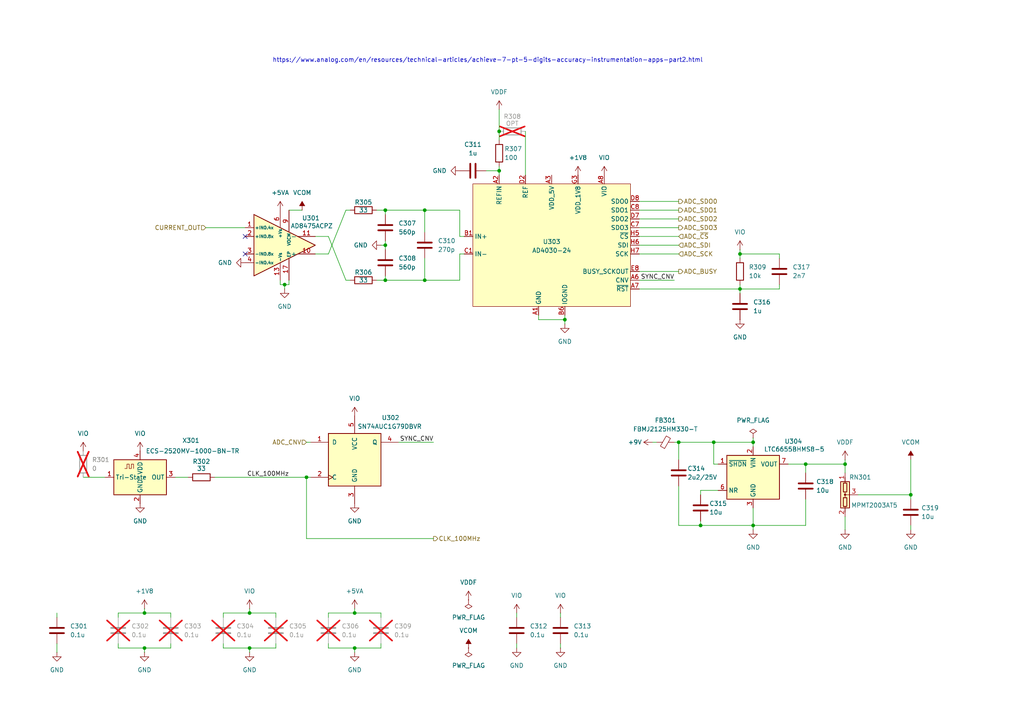
<source format=kicad_sch>
(kicad_sch
	(version 20231120)
	(generator "eeschema")
	(generator_version "8.0")
	(uuid "346eac7b-d947-4552-b12d-63cbfa98af0f")
	(paper "A4")
	(lib_symbols
		(symbol "74xGxx:74AUC1G79"
			(pin_names
				(offset 1.016)
			)
			(exclude_from_sim no)
			(in_bom yes)
			(on_board yes)
			(property "Reference" "U"
				(at -2.54 5.08 0)
				(effects
					(font
						(size 1.27 1.27)
					)
				)
			)
			(property "Value" "74AUC1G79"
				(at 0 -5.08 0)
				(effects
					(font
						(size 1.27 1.27)
					)
				)
			)
			(property "Footprint" ""
				(at 0 0 0)
				(effects
					(font
						(size 1.27 1.27)
					)
					(hide yes)
				)
			)
			(property "Datasheet" "http://www.ti.com/lit/sg/scyt129e/scyt129e.pdf"
				(at 0 0 0)
				(effects
					(font
						(size 1.27 1.27)
					)
					(hide yes)
				)
			)
			(property "Description" "Single D Flip-Flop, Low-Voltage CMOS"
				(at 0 0 0)
				(effects
					(font
						(size 1.27 1.27)
					)
					(hide yes)
				)
			)
			(property "ki_keywords" "Single D Flip-Flop D CMOS"
				(at 0 0 0)
				(effects
					(font
						(size 1.27 1.27)
					)
					(hide yes)
				)
			)
			(property "ki_fp_filters" "SOT* SG*"
				(at 0 0 0)
				(effects
					(font
						(size 1.27 1.27)
					)
					(hide yes)
				)
			)
			(symbol "74AUC1G79_0_1"
				(rectangle
					(start -7.62 7.62)
					(end 7.62 -7.62)
					(stroke
						(width 0.254)
						(type default)
					)
					(fill
						(type background)
					)
				)
			)
			(symbol "74AUC1G79_1_1"
				(pin input line
					(at -12.7 5.08 0)
					(length 5.08)
					(name "D"
						(effects
							(font
								(size 1.27 1.27)
							)
						)
					)
					(number "1"
						(effects
							(font
								(size 1.27 1.27)
							)
						)
					)
				)
				(pin input clock
					(at -12.7 -5.08 0)
					(length 5.08)
					(name "C"
						(effects
							(font
								(size 1.27 1.27)
							)
						)
					)
					(number "2"
						(effects
							(font
								(size 1.27 1.27)
							)
						)
					)
				)
				(pin power_in line
					(at 0 -12.7 90)
					(length 5.08)
					(name "GND"
						(effects
							(font
								(size 1.27 1.27)
							)
						)
					)
					(number "3"
						(effects
							(font
								(size 1.27 1.27)
							)
						)
					)
				)
				(pin output line
					(at 12.7 5.08 180)
					(length 5.08)
					(name "Q"
						(effects
							(font
								(size 1.27 1.27)
							)
						)
					)
					(number "4"
						(effects
							(font
								(size 1.27 1.27)
							)
						)
					)
				)
				(pin power_in line
					(at 0 12.7 270)
					(length 5.08)
					(name "VCC"
						(effects
							(font
								(size 1.27 1.27)
							)
						)
					)
					(number "5"
						(effects
							(font
								(size 1.27 1.27)
							)
						)
					)
				)
			)
		)
		(symbol "AD4030:AD4030-24"
			(exclude_from_sim no)
			(in_bom yes)
			(on_board yes)
			(property "Reference" "U"
				(at 0 2.032 0)
				(effects
					(font
						(size 1.27 1.27)
					)
				)
			)
			(property "Value" "AD4030-24"
				(at 0 0 0)
				(effects
					(font
						(size 1.27 1.27)
					)
				)
			)
			(property "Footprint" ""
				(at -3.81 -20.32 90)
				(effects
					(font
						(size 1.27 1.27)
					)
					(hide yes)
				)
			)
			(property "Datasheet" "https://www.analog.com/media/en/technical-documentation/data-sheets/ad4030-24-4032-24.pdf"
				(at -1.016 0 0)
				(effects
					(font
						(size 1.27 1.27)
					)
					(hide yes)
				)
			)
			(property "Description" ""
				(at -3.81 -20.32 90)
				(effects
					(font
						(size 1.27 1.27)
					)
					(hide yes)
				)
			)
			(property "ki_keywords" "24-Bit, 2 MSPS/500 kSPS, SAR ADC"
				(at 0 0 0)
				(effects
					(font
						(size 1.27 1.27)
					)
					(hide yes)
				)
			)
			(symbol "AD4030-24_0_0"
				(pin passive line
					(at -3.81 -20.32 90)
					(length 2.54)
					(name "GND"
						(effects
							(font
								(size 1.27 1.27)
							)
						)
					)
					(number "A1"
						(effects
							(font
								(size 1.27 1.27)
							)
						)
					)
				)
				(pin input line
					(at -15.24 20.32 270)
					(length 2.54)
					(name "REFIN"
						(effects
							(font
								(size 1.27 1.27)
							)
						)
					)
					(number "A2"
						(effects
							(font
								(size 1.27 1.27)
							)
						)
					)
				)
				(pin input line
					(at 25.4 -10.16 180)
					(length 2.54)
					(name "CNV"
						(effects
							(font
								(size 1.27 1.27)
							)
						)
					)
					(number "A6"
						(effects
							(font
								(size 1.27 1.27)
							)
						)
					)
				)
				(pin input line
					(at 25.4 -12.7 180)
					(length 2.54)
					(name "~{RST}"
						(effects
							(font
								(size 1.27 1.27)
							)
						)
					)
					(number "A7"
						(effects
							(font
								(size 1.27 1.27)
							)
						)
					)
				)
				(pin input line
					(at -25.4 2.54 0)
					(length 2.54)
					(name "IN+"
						(effects
							(font
								(size 1.27 1.27)
							)
						)
					)
					(number "B1"
						(effects
							(font
								(size 1.27 1.27)
							)
						)
					)
				)
				(pin passive line
					(at 3.81 -20.32 90)
					(length 2.54)
					(name "IOGND"
						(effects
							(font
								(size 1.27 1.27)
							)
						)
					)
					(number "B6"
						(effects
							(font
								(size 1.27 1.27)
							)
						)
					)
				)
				(pin input line
					(at -25.4 -2.54 0)
					(length 2.54)
					(name "IN-"
						(effects
							(font
								(size 1.27 1.27)
							)
						)
					)
					(number "C1"
						(effects
							(font
								(size 1.27 1.27)
							)
						)
					)
				)
				(pin output line
					(at 25.4 5.08 180)
					(length 2.54)
					(name "SDO3"
						(effects
							(font
								(size 1.27 1.27)
							)
						)
					)
					(number "C7"
						(effects
							(font
								(size 1.27 1.27)
							)
						)
					)
				)
				(pin output line
					(at 25.4 10.16 180)
					(length 2.54)
					(name "SDO1"
						(effects
							(font
								(size 1.27 1.27)
							)
						)
					)
					(number "C8"
						(effects
							(font
								(size 1.27 1.27)
							)
						)
					)
				)
				(pin passive line
					(at -7.62 20.32 270)
					(length 2.54)
					(name "REF"
						(effects
							(font
								(size 1.27 1.27)
							)
						)
					)
					(number "D2"
						(effects
							(font
								(size 1.27 1.27)
							)
						)
					)
				)
				(pin output line
					(at 25.4 7.62 180)
					(length 2.54)
					(name "SDO2"
						(effects
							(font
								(size 1.27 1.27)
							)
						)
					)
					(number "D7"
						(effects
							(font
								(size 1.27 1.27)
							)
						)
					)
				)
				(pin output line
					(at 25.4 12.7 180)
					(length 2.54)
					(name "SDO0"
						(effects
							(font
								(size 1.27 1.27)
							)
						)
					)
					(number "D8"
						(effects
							(font
								(size 1.27 1.27)
							)
						)
					)
				)
				(pin output line
					(at 25.4 -7.62 180)
					(length 2.54)
					(name "BUSY_SCKOUT"
						(effects
							(font
								(size 1.27 1.27)
							)
						)
					)
					(number "E8"
						(effects
							(font
								(size 1.27 1.27)
							)
						)
					)
				)
				(pin passive line
					(at 7.62 20.32 270)
					(length 2.54)
					(name "VDD_1V8"
						(effects
							(font
								(size 1.27 1.27)
							)
						)
					)
					(number "G3"
						(effects
							(font
								(size 1.27 1.27)
							)
						)
					)
				)
				(pin input line
					(at 25.4 2.54 180)
					(length 2.54)
					(name "~{CS}"
						(effects
							(font
								(size 1.27 1.27)
							)
						)
					)
					(number "H5"
						(effects
							(font
								(size 1.27 1.27)
							)
						)
					)
				)
				(pin input line
					(at 25.4 0 180)
					(length 2.54)
					(name "SDI"
						(effects
							(font
								(size 1.27 1.27)
							)
						)
					)
					(number "H6"
						(effects
							(font
								(size 1.27 1.27)
							)
						)
					)
				)
				(pin input line
					(at 25.4 -2.54 180)
					(length 2.54)
					(name "SCK"
						(effects
							(font
								(size 1.27 1.27)
							)
						)
					)
					(number "H7"
						(effects
							(font
								(size 1.27 1.27)
							)
						)
					)
				)
			)
			(symbol "AD4030-24_1_0"
				(pin passive line
					(at 0 20.32 270)
					(length 2.54)
					(name "VDD_5V"
						(effects
							(font
								(size 1.27 1.27)
							)
						)
					)
					(number "A3"
						(effects
							(font
								(size 1.27 1.27)
							)
						)
					)
				)
				(pin passive line
					(at -3.81 -20.32 90)
					(length 2.54) hide
					(name "GND"
						(effects
							(font
								(size 1.27 1.27)
							)
						)
					)
					(number "A4"
						(effects
							(font
								(size 1.27 1.27)
							)
						)
					)
				)
				(pin passive line
					(at -3.81 -20.32 90)
					(length 2.54) hide
					(name "GND"
						(effects
							(font
								(size 1.27 1.27)
							)
						)
					)
					(number "A5"
						(effects
							(font
								(size 1.27 1.27)
							)
						)
					)
				)
				(pin passive line
					(at 15.24 20.32 270)
					(length 2.54)
					(name "VIO"
						(effects
							(font
								(size 1.27 1.27)
							)
						)
					)
					(number "A8"
						(effects
							(font
								(size 1.27 1.27)
							)
						)
					)
				)
				(pin passive line
					(at -3.81 -20.32 90)
					(length 2.54) hide
					(name "GND"
						(effects
							(font
								(size 1.27 1.27)
							)
						)
					)
					(number "B2"
						(effects
							(font
								(size 1.27 1.27)
							)
						)
					)
				)
				(pin passive line
					(at 0 20.32 270)
					(length 2.54) hide
					(name "VDD_5V"
						(effects
							(font
								(size 1.27 1.27)
							)
						)
					)
					(number "B3"
						(effects
							(font
								(size 1.27 1.27)
							)
						)
					)
				)
				(pin passive line
					(at -3.81 -20.32 90)
					(length 2.54) hide
					(name "GND"
						(effects
							(font
								(size 1.27 1.27)
							)
						)
					)
					(number "B4"
						(effects
							(font
								(size 1.27 1.27)
							)
						)
					)
				)
				(pin passive line
					(at -3.81 -20.32 90)
					(length 2.54) hide
					(name "GND"
						(effects
							(font
								(size 1.27 1.27)
							)
						)
					)
					(number "B5"
						(effects
							(font
								(size 1.27 1.27)
							)
						)
					)
				)
				(pin passive line
					(at 3.81 -20.32 90)
					(length 2.54) hide
					(name "IOGND"
						(effects
							(font
								(size 1.27 1.27)
							)
						)
					)
					(number "B7"
						(effects
							(font
								(size 1.27 1.27)
							)
						)
					)
				)
				(pin passive line
					(at 15.24 20.32 270)
					(length 2.54) hide
					(name "VIO"
						(effects
							(font
								(size 1.27 1.27)
							)
						)
					)
					(number "B8"
						(effects
							(font
								(size 1.27 1.27)
							)
						)
					)
				)
				(pin passive line
					(at -3.81 -20.32 90)
					(length 2.54) hide
					(name "GND"
						(effects
							(font
								(size 1.27 1.27)
							)
						)
					)
					(number "C2"
						(effects
							(font
								(size 1.27 1.27)
							)
						)
					)
				)
				(pin passive line
					(at -3.81 -20.32 90)
					(length 2.54) hide
					(name "GND"
						(effects
							(font
								(size 1.27 1.27)
							)
						)
					)
					(number "C3"
						(effects
							(font
								(size 1.27 1.27)
							)
						)
					)
				)
				(pin passive line
					(at -3.81 -20.32 90)
					(length 2.54) hide
					(name "GND"
						(effects
							(font
								(size 1.27 1.27)
							)
						)
					)
					(number "C4"
						(effects
							(font
								(size 1.27 1.27)
							)
						)
					)
				)
				(pin passive line
					(at -3.81 -20.32 90)
					(length 2.54) hide
					(name "GND"
						(effects
							(font
								(size 1.27 1.27)
							)
						)
					)
					(number "C5"
						(effects
							(font
								(size 1.27 1.27)
							)
						)
					)
				)
				(pin passive line
					(at 3.81 -20.32 90)
					(length 2.54) hide
					(name "IOGND"
						(effects
							(font
								(size 1.27 1.27)
							)
						)
					)
					(number "C6"
						(effects
							(font
								(size 1.27 1.27)
							)
						)
					)
				)
				(pin passive line
					(at -3.81 -20.32 90)
					(length 2.54) hide
					(name "GND"
						(effects
							(font
								(size 1.27 1.27)
							)
						)
					)
					(number "D1"
						(effects
							(font
								(size 1.27 1.27)
							)
						)
					)
				)
				(pin passive line
					(at -7.62 20.32 270)
					(length 2.54) hide
					(name "REF"
						(effects
							(font
								(size 1.27 1.27)
							)
						)
					)
					(number "D3"
						(effects
							(font
								(size 1.27 1.27)
							)
						)
					)
				)
				(pin passive line
					(at -3.81 -20.32 90)
					(length 2.54) hide
					(name "GND"
						(effects
							(font
								(size 1.27 1.27)
							)
						)
					)
					(number "D4"
						(effects
							(font
								(size 1.27 1.27)
							)
						)
					)
				)
				(pin passive line
					(at -3.81 -20.32 90)
					(length 2.54) hide
					(name "GND"
						(effects
							(font
								(size 1.27 1.27)
							)
						)
					)
					(number "D5"
						(effects
							(font
								(size 1.27 1.27)
							)
						)
					)
				)
				(pin passive line
					(at 3.81 -20.32 90)
					(length 2.54) hide
					(name "IOGND"
						(effects
							(font
								(size 1.27 1.27)
							)
						)
					)
					(number "D6"
						(effects
							(font
								(size 1.27 1.27)
							)
						)
					)
				)
				(pin passive line
					(at -3.81 -20.32 90)
					(length 2.54) hide
					(name "GND"
						(effects
							(font
								(size 1.27 1.27)
							)
						)
					)
					(number "E1"
						(effects
							(font
								(size 1.27 1.27)
							)
						)
					)
				)
				(pin passive line
					(at -7.62 20.32 270)
					(length 2.54) hide
					(name "REF"
						(effects
							(font
								(size 1.27 1.27)
							)
						)
					)
					(number "E2"
						(effects
							(font
								(size 1.27 1.27)
							)
						)
					)
				)
				(pin passive line
					(at -7.62 20.32 270)
					(length 2.54) hide
					(name "REF"
						(effects
							(font
								(size 1.27 1.27)
							)
						)
					)
					(number "E3"
						(effects
							(font
								(size 1.27 1.27)
							)
						)
					)
				)
				(pin passive line
					(at -3.81 -20.32 90)
					(length 2.54) hide
					(name "GND"
						(effects
							(font
								(size 1.27 1.27)
							)
						)
					)
					(number "E4"
						(effects
							(font
								(size 1.27 1.27)
							)
						)
					)
				)
				(pin passive line
					(at -3.81 -20.32 90)
					(length 2.54) hide
					(name "GND"
						(effects
							(font
								(size 1.27 1.27)
							)
						)
					)
					(number "E5"
						(effects
							(font
								(size 1.27 1.27)
							)
						)
					)
				)
				(pin passive line
					(at 3.81 -20.32 90)
					(length 2.54) hide
					(name "IOGND"
						(effects
							(font
								(size 1.27 1.27)
							)
						)
					)
					(number "E6"
						(effects
							(font
								(size 1.27 1.27)
							)
						)
					)
				)
				(pin passive line
					(at 3.81 -20.32 90)
					(length 2.54) hide
					(name "IOGND"
						(effects
							(font
								(size 1.27 1.27)
							)
						)
					)
					(number "E7"
						(effects
							(font
								(size 1.27 1.27)
							)
						)
					)
				)
				(pin free non_logic
					(at 10.16 -15.24 270)
					(length 2.54) hide
					(name "NIC"
						(effects
							(font
								(size 1.27 1.27)
							)
						)
					)
					(number "F1"
						(effects
							(font
								(size 1.27 1.27)
							)
						)
					)
				)
				(pin passive line
					(at -3.81 -20.32 90)
					(length 2.54) hide
					(name "GND"
						(effects
							(font
								(size 1.27 1.27)
							)
						)
					)
					(number "F2"
						(effects
							(font
								(size 1.27 1.27)
							)
						)
					)
				)
				(pin passive line
					(at -3.81 -20.32 90)
					(length 2.54) hide
					(name "GND"
						(effects
							(font
								(size 1.27 1.27)
							)
						)
					)
					(number "F3"
						(effects
							(font
								(size 1.27 1.27)
							)
						)
					)
				)
				(pin passive line
					(at -3.81 -20.32 90)
					(length 2.54) hide
					(name "GND"
						(effects
							(font
								(size 1.27 1.27)
							)
						)
					)
					(number "F4"
						(effects
							(font
								(size 1.27 1.27)
							)
						)
					)
				)
				(pin passive line
					(at -3.81 -20.32 90)
					(length 2.54) hide
					(name "GND"
						(effects
							(font
								(size 1.27 1.27)
							)
						)
					)
					(number "F5"
						(effects
							(font
								(size 1.27 1.27)
							)
						)
					)
				)
				(pin passive line
					(at 3.81 -20.32 90)
					(length 2.54) hide
					(name "IOGND"
						(effects
							(font
								(size 1.27 1.27)
							)
						)
					)
					(number "F6"
						(effects
							(font
								(size 1.27 1.27)
							)
						)
					)
				)
				(pin free non_logic
					(at 15.24 -15.24 270)
					(length 2.54) hide
					(name "DNC"
						(effects
							(font
								(size 1.27 1.27)
							)
						)
					)
					(number "F7"
						(effects
							(font
								(size 1.27 1.27)
							)
						)
					)
				)
				(pin free non_logic
					(at 12.7 -15.24 270)
					(length 2.54) hide
					(name "DNC"
						(effects
							(font
								(size 1.27 1.27)
							)
						)
					)
					(number "F8"
						(effects
							(font
								(size 1.27 1.27)
							)
						)
					)
				)
				(pin free non_logic
					(at 7.62 -15.24 270)
					(length 2.54) hide
					(name "NIC"
						(effects
							(font
								(size 1.27 1.27)
							)
						)
					)
					(number "G1"
						(effects
							(font
								(size 1.27 1.27)
							)
						)
					)
				)
				(pin passive line
					(at -3.81 -20.32 90)
					(length 2.54) hide
					(name "GND"
						(effects
							(font
								(size 1.27 1.27)
							)
						)
					)
					(number "G2"
						(effects
							(font
								(size 1.27 1.27)
							)
						)
					)
				)
				(pin passive line
					(at -3.81 -20.32 90)
					(length 2.54) hide
					(name "GND"
						(effects
							(font
								(size 1.27 1.27)
							)
						)
					)
					(number "G4"
						(effects
							(font
								(size 1.27 1.27)
							)
						)
					)
				)
				(pin passive line
					(at -3.81 -20.32 90)
					(length 2.54) hide
					(name "GND"
						(effects
							(font
								(size 1.27 1.27)
							)
						)
					)
					(number "G5"
						(effects
							(font
								(size 1.27 1.27)
							)
						)
					)
				)
				(pin passive line
					(at 3.81 -20.32 90)
					(length 2.54) hide
					(name "IOGND"
						(effects
							(font
								(size 1.27 1.27)
							)
						)
					)
					(number "G6"
						(effects
							(font
								(size 1.27 1.27)
							)
						)
					)
				)
				(pin free non_logic
					(at 20.32 -15.24 270)
					(length 2.54) hide
					(name "DNC"
						(effects
							(font
								(size 1.27 1.27)
							)
						)
					)
					(number "G7"
						(effects
							(font
								(size 1.27 1.27)
							)
						)
					)
				)
				(pin free non_logic
					(at 17.78 -15.24 270)
					(length 2.54) hide
					(name "DNC"
						(effects
							(font
								(size 1.27 1.27)
							)
						)
					)
					(number "G8"
						(effects
							(font
								(size 1.27 1.27)
							)
						)
					)
				)
				(pin passive line
					(at -3.81 -20.32 90)
					(length 2.54) hide
					(name "GND"
						(effects
							(font
								(size 1.27 1.27)
							)
						)
					)
					(number "H1"
						(effects
							(font
								(size 1.27 1.27)
							)
						)
					)
				)
				(pin passive line
					(at -3.81 -20.32 90)
					(length 2.54) hide
					(name "GND"
						(effects
							(font
								(size 1.27 1.27)
							)
						)
					)
					(number "H2"
						(effects
							(font
								(size 1.27 1.27)
							)
						)
					)
				)
				(pin passive line
					(at 7.62 20.32 270)
					(length 2.54) hide
					(name "VDD_1V8"
						(effects
							(font
								(size 1.27 1.27)
							)
						)
					)
					(number "H3"
						(effects
							(font
								(size 1.27 1.27)
							)
						)
					)
				)
				(pin passive line
					(at -3.81 -20.32 90)
					(length 2.54) hide
					(name "GND"
						(effects
							(font
								(size 1.27 1.27)
							)
						)
					)
					(number "H4"
						(effects
							(font
								(size 1.27 1.27)
							)
						)
					)
				)
				(pin passive line
					(at 3.81 -20.32 90)
					(length 2.54) hide
					(name "IOGND"
						(effects
							(font
								(size 1.27 1.27)
							)
						)
					)
					(number "H8"
						(effects
							(font
								(size 1.27 1.27)
							)
						)
					)
				)
			)
			(symbol "AD4030-24_1_1"
				(rectangle
					(start -22.86 17.78)
					(end 22.86 -17.78)
					(stroke
						(width 0)
						(type default)
					)
					(fill
						(type background)
					)
				)
			)
		)
		(symbol "AD4030:LTC6655LN"
			(exclude_from_sim no)
			(in_bom yes)
			(on_board yes)
			(property "Reference" "U"
				(at 6.35 9.906 0)
				(effects
					(font
						(size 1.27 1.27)
					)
				)
			)
			(property "Value" "LTC6655LN"
				(at 6.35 7.62 0)
				(effects
					(font
						(size 1.27 1.27)
					)
				)
			)
			(property "Footprint" "Package_SO:MSOP-8_3x3mm_P0.65mm"
				(at -1.27 -0.254 0)
				(effects
					(font
						(size 1.27 1.27)
					)
					(hide yes)
				)
			)
			(property "Datasheet" "https://www.analog.com/media/en/technical-documentation/data-sheets/ltc6655-6655ln.pdf"
				(at 1.27 -0.254 0)
				(effects
					(font
						(size 1.27 1.27)
					)
					(hide yes)
				)
			)
			(property "Description" "0.25ppm Noise, Low Drift Precision References"
				(at 0.508 -0.508 0)
				(effects
					(font
						(size 1.27 1.27)
					)
					(hide yes)
				)
			)
			(property "ki_keywords" "reference precision low drift"
				(at 0 0 0)
				(effects
					(font
						(size 1.27 1.27)
					)
					(hide yes)
				)
			)
			(symbol "LTC6655LN_0_0"
				(pin passive line
					(at -10.16 3.81 0)
					(length 2.54)
					(name "~{SHDN}"
						(effects
							(font
								(size 1.27 1.27)
							)
						)
					)
					(number "1"
						(effects
							(font
								(size 1.27 1.27)
							)
						)
					)
				)
				(pin passive line
					(at 0 8.89 270)
					(length 2.54)
					(name "VIN"
						(effects
							(font
								(size 1.27 1.27)
							)
						)
					)
					(number "2"
						(effects
							(font
								(size 1.27 1.27)
							)
						)
					)
				)
				(pin passive line
					(at 0 -8.89 90)
					(length 2.54)
					(name "GND"
						(effects
							(font
								(size 1.27 1.27)
							)
						)
					)
					(number "3"
						(effects
							(font
								(size 1.27 1.27)
							)
						)
					)
				)
				(pin passive line
					(at -10.16 -3.81 0)
					(length 2.54)
					(name "NR"
						(effects
							(font
								(size 1.27 1.27)
							)
						)
					)
					(number "6"
						(effects
							(font
								(size 1.27 1.27)
							)
						)
					)
				)
				(pin passive line
					(at 10.16 3.81 180)
					(length 2.54)
					(name "VOUT"
						(effects
							(font
								(size 1.27 1.27)
							)
						)
					)
					(number "7"
						(effects
							(font
								(size 1.27 1.27)
							)
						)
					)
				)
			)
			(symbol "LTC6655LN_0_1"
				(rectangle
					(start -7.62 6.35)
					(end 7.62 -6.35)
					(stroke
						(width 0.254)
						(type default)
					)
					(fill
						(type background)
					)
				)
			)
			(symbol "LTC6655LN_1_0"
				(pin passive line
					(at 0 -8.89 90)
					(length 2.54) hide
					(name "GND"
						(effects
							(font
								(size 1.27 1.27)
							)
						)
					)
					(number "4"
						(effects
							(font
								(size 1.27 1.27)
							)
						)
					)
				)
				(pin passive line
					(at 0 -8.89 90)
					(length 2.54) hide
					(name "GND"
						(effects
							(font
								(size 1.27 1.27)
							)
						)
					)
					(number "5"
						(effects
							(font
								(size 1.27 1.27)
							)
						)
					)
				)
				(pin passive line
					(at 0 -8.89 90)
					(length 2.54) hide
					(name "GND"
						(effects
							(font
								(size 1.27 1.27)
							)
						)
					)
					(number "8"
						(effects
							(font
								(size 1.27 1.27)
							)
						)
					)
				)
			)
		)
		(symbol "AD4030:VIO"
			(power)
			(pin_numbers hide)
			(pin_names
				(offset 0) hide)
			(exclude_from_sim no)
			(in_bom yes)
			(on_board yes)
			(property "Reference" "#PWR"
				(at 0 -3.81 0)
				(effects
					(font
						(size 1.27 1.27)
					)
					(hide yes)
				)
			)
			(property "Value" "VIO"
				(at 0 3.556 0)
				(effects
					(font
						(size 1.27 1.27)
					)
				)
			)
			(property "Footprint" ""
				(at 0 0 0)
				(effects
					(font
						(size 1.27 1.27)
					)
					(hide yes)
				)
			)
			(property "Datasheet" ""
				(at 0 0 0)
				(effects
					(font
						(size 1.27 1.27)
					)
					(hide yes)
				)
			)
			(property "Description" "Power symbol creates a global label with name \"VIO\""
				(at 0 0 0)
				(effects
					(font
						(size 1.27 1.27)
					)
					(hide yes)
				)
			)
			(property "ki_keywords" "global power"
				(at 0 0 0)
				(effects
					(font
						(size 1.27 1.27)
					)
					(hide yes)
				)
			)
			(symbol "VIO_0_1"
				(polyline
					(pts
						(xy -0.762 1.27) (xy 0 2.54)
					)
					(stroke
						(width 0)
						(type default)
					)
					(fill
						(type none)
					)
				)
				(polyline
					(pts
						(xy 0 0) (xy 0 2.54)
					)
					(stroke
						(width 0)
						(type default)
					)
					(fill
						(type none)
					)
				)
				(polyline
					(pts
						(xy 0 2.54) (xy 0.762 1.27)
					)
					(stroke
						(width 0)
						(type default)
					)
					(fill
						(type none)
					)
				)
			)
			(symbol "VIO_1_1"
				(pin power_in line
					(at 0 0 90)
					(length 0)
					(name "~"
						(effects
							(font
								(size 1.27 1.27)
							)
						)
					)
					(number "1"
						(effects
							(font
								(size 1.27 1.27)
							)
						)
					)
				)
			)
		)
		(symbol "Amplifier_Difference:AD8475ACPZ"
			(pin_names
				(offset 0.254)
			)
			(exclude_from_sim no)
			(in_bom yes)
			(on_board yes)
			(property "Reference" "U"
				(at 3.81 6.35 0)
				(effects
					(font
						(size 1.27 1.27)
					)
					(justify left)
				)
			)
			(property "Value" "AD8475ACPZ"
				(at 3.81 8.89 0)
				(effects
					(font
						(size 1.27 1.27)
					)
					(justify left)
				)
			)
			(property "Footprint" "Package_CSP:LFCSP-16-1EP_3x3mm_P0.5mm_EP1.6x1.6mm"
				(at 0 0 0)
				(effects
					(font
						(size 1.27 1.27)
					)
					(hide yes)
				)
			)
			(property "Datasheet" "https://www.analog.com/media/en/technical-documentation/data-sheets/AD8475.pdf"
				(at 10.16 5.08 0)
				(effects
					(font
						(size 1.27 1.27)
					)
					(hide yes)
				)
			)
			(property "Description" "Precision, Selectable Gain, Fully Differential Funnel Amplifier, LFCSP-16"
				(at 0 0 0)
				(effects
					(font
						(size 1.27 1.27)
					)
					(hide yes)
				)
			)
			(property "ki_keywords" "selectable gain ADC driver"
				(at 0 0 0)
				(effects
					(font
						(size 1.27 1.27)
					)
					(hide yes)
				)
			)
			(property "ki_fp_filters" "LFCSP*1EP*3x3mm*P0.5mm*"
				(at 0 0 0)
				(effects
					(font
						(size 1.27 1.27)
					)
					(hide yes)
				)
			)
			(symbol "AD8475ACPZ_0_1"
				(polyline
					(pts
						(xy -7.62 8.89) (xy -7.62 -8.89) (xy 10.16 0) (xy -7.62 8.89)
					)
					(stroke
						(width 0.254)
						(type default)
					)
					(fill
						(type background)
					)
				)
			)
			(symbol "AD8475ACPZ_1_1"
				(pin input line
					(at -10.16 5.08 0)
					(length 2.54)
					(name "+IN0.4x"
						(effects
							(font
								(size 0.889 0.889)
							)
						)
					)
					(number "1"
						(effects
							(font
								(size 1.27 1.27)
							)
						)
					)
				)
				(pin output line
					(at 10.16 -2.54 180)
					(length 5.08)
					(name "+"
						(effects
							(font
								(size 1.27 1.27)
							)
						)
					)
					(number "10"
						(effects
							(font
								(size 1.27 1.27)
							)
						)
					)
				)
				(pin output line
					(at 10.16 2.54 180)
					(length 5.08)
					(name "-"
						(effects
							(font
								(size 1.27 1.27)
							)
						)
					)
					(number "11"
						(effects
							(font
								(size 1.27 1.27)
							)
						)
					)
				)
				(pin no_connect line
					(at -7.62 -7.62 0)
					(length 2.54) hide
					(name "NC"
						(effects
							(font
								(size 1.27 1.27)
							)
						)
					)
					(number "12"
						(effects
							(font
								(size 1.27 1.27)
							)
						)
					)
				)
				(pin power_in line
					(at 0 -10.16 90)
					(length 5.08)
					(name "-Vs"
						(effects
							(font
								(size 0.889 0.889)
							)
						)
					)
					(number "13"
						(effects
							(font
								(size 1.27 1.27)
							)
						)
					)
				)
				(pin passive line
					(at 0 -10.16 90)
					(length 5.08) hide
					(name "-Vs"
						(effects
							(font
								(size 0.889 0.889)
							)
						)
					)
					(number "14"
						(effects
							(font
								(size 1.27 1.27)
							)
						)
					)
				)
				(pin passive line
					(at 0 -10.16 90)
					(length 5.08) hide
					(name "-Vs"
						(effects
							(font
								(size 0.889 0.889)
							)
						)
					)
					(number "15"
						(effects
							(font
								(size 1.27 1.27)
							)
						)
					)
				)
				(pin input line
					(at -10.16 5.08 0)
					(length 2.54) hide
					(name "+IN0.4x"
						(effects
							(font
								(size 0.889 0.889)
							)
						)
					)
					(number "16"
						(effects
							(font
								(size 1.27 1.27)
							)
						)
					)
				)
				(pin passive line
					(at 2.54 -10.16 90)
					(length 6.35)
					(name "EP"
						(effects
							(font
								(size 0.889 0.889)
							)
						)
					)
					(number "17"
						(effects
							(font
								(size 1.27 1.27)
							)
						)
					)
				)
				(pin input line
					(at -10.16 2.54 0)
					(length 2.54)
					(name "+IN0.8x"
						(effects
							(font
								(size 0.889 0.889)
							)
						)
					)
					(number "2"
						(effects
							(font
								(size 1.27 1.27)
							)
						)
					)
				)
				(pin input line
					(at -10.16 -2.54 0)
					(length 2.54)
					(name "-IN0.8x"
						(effects
							(font
								(size 0.889 0.889)
							)
						)
					)
					(number "3"
						(effects
							(font
								(size 1.27 1.27)
							)
						)
					)
				)
				(pin input line
					(at -10.16 -5.08 0)
					(length 2.54)
					(name "-IN0.4x"
						(effects
							(font
								(size 0.889 0.889)
							)
						)
					)
					(number "4"
						(effects
							(font
								(size 1.27 1.27)
							)
						)
					)
				)
				(pin input line
					(at -10.16 -5.08 0)
					(length 2.54) hide
					(name "-IN0.4x"
						(effects
							(font
								(size 0.889 0.889)
							)
						)
					)
					(number "5"
						(effects
							(font
								(size 1.27 1.27)
							)
						)
					)
				)
				(pin power_in line
					(at 0 10.16 270)
					(length 5.08)
					(name "+Vs"
						(effects
							(font
								(size 0.889 0.889)
							)
						)
					)
					(number "6"
						(effects
							(font
								(size 1.27 1.27)
							)
						)
					)
				)
				(pin passive line
					(at 0 10.16 270)
					(length 5.08) hide
					(name "+Vs"
						(effects
							(font
								(size 0.889 0.889)
							)
						)
					)
					(number "7"
						(effects
							(font
								(size 1.27 1.27)
							)
						)
					)
				)
				(pin passive line
					(at 0 10.16 270)
					(length 5.08) hide
					(name "+Vs"
						(effects
							(font
								(size 0.889 0.889)
							)
						)
					)
					(number "8"
						(effects
							(font
								(size 1.27 1.27)
							)
						)
					)
				)
				(pin power_in line
					(at 2.54 10.16 270)
					(length 6.35)
					(name "VOCM"
						(effects
							(font
								(size 0.889 0.889)
							)
						)
					)
					(number "9"
						(effects
							(font
								(size 1.27 1.27)
							)
						)
					)
				)
			)
		)
		(symbol "Device:C"
			(pin_numbers hide)
			(pin_names
				(offset 0.254)
			)
			(exclude_from_sim no)
			(in_bom yes)
			(on_board yes)
			(property "Reference" "C"
				(at 0.635 2.54 0)
				(effects
					(font
						(size 1.27 1.27)
					)
					(justify left)
				)
			)
			(property "Value" "C"
				(at 0.635 -2.54 0)
				(effects
					(font
						(size 1.27 1.27)
					)
					(justify left)
				)
			)
			(property "Footprint" ""
				(at 0.9652 -3.81 0)
				(effects
					(font
						(size 1.27 1.27)
					)
					(hide yes)
				)
			)
			(property "Datasheet" "~"
				(at 0 0 0)
				(effects
					(font
						(size 1.27 1.27)
					)
					(hide yes)
				)
			)
			(property "Description" "Unpolarized capacitor"
				(at 0 0 0)
				(effects
					(font
						(size 1.27 1.27)
					)
					(hide yes)
				)
			)
			(property "ki_keywords" "cap capacitor"
				(at 0 0 0)
				(effects
					(font
						(size 1.27 1.27)
					)
					(hide yes)
				)
			)
			(property "ki_fp_filters" "C_*"
				(at 0 0 0)
				(effects
					(font
						(size 1.27 1.27)
					)
					(hide yes)
				)
			)
			(symbol "C_0_1"
				(polyline
					(pts
						(xy -2.032 -0.762) (xy 2.032 -0.762)
					)
					(stroke
						(width 0.508)
						(type default)
					)
					(fill
						(type none)
					)
				)
				(polyline
					(pts
						(xy -2.032 0.762) (xy 2.032 0.762)
					)
					(stroke
						(width 0.508)
						(type default)
					)
					(fill
						(type none)
					)
				)
			)
			(symbol "C_1_1"
				(pin passive line
					(at 0 3.81 270)
					(length 2.794)
					(name "~"
						(effects
							(font
								(size 1.27 1.27)
							)
						)
					)
					(number "1"
						(effects
							(font
								(size 1.27 1.27)
							)
						)
					)
				)
				(pin passive line
					(at 0 -3.81 90)
					(length 2.794)
					(name "~"
						(effects
							(font
								(size 1.27 1.27)
							)
						)
					)
					(number "2"
						(effects
							(font
								(size 1.27 1.27)
							)
						)
					)
				)
			)
		)
		(symbol "Device:FerriteBead_Small"
			(pin_numbers hide)
			(pin_names
				(offset 0)
			)
			(exclude_from_sim no)
			(in_bom yes)
			(on_board yes)
			(property "Reference" "FB"
				(at 1.905 1.27 0)
				(effects
					(font
						(size 1.27 1.27)
					)
					(justify left)
				)
			)
			(property "Value" "FerriteBead_Small"
				(at 1.905 -1.27 0)
				(effects
					(font
						(size 1.27 1.27)
					)
					(justify left)
				)
			)
			(property "Footprint" ""
				(at -1.778 0 90)
				(effects
					(font
						(size 1.27 1.27)
					)
					(hide yes)
				)
			)
			(property "Datasheet" "~"
				(at 0 0 0)
				(effects
					(font
						(size 1.27 1.27)
					)
					(hide yes)
				)
			)
			(property "Description" "Ferrite bead, small symbol"
				(at 0 0 0)
				(effects
					(font
						(size 1.27 1.27)
					)
					(hide yes)
				)
			)
			(property "ki_keywords" "L ferrite bead inductor filter"
				(at 0 0 0)
				(effects
					(font
						(size 1.27 1.27)
					)
					(hide yes)
				)
			)
			(property "ki_fp_filters" "Inductor_* L_* *Ferrite*"
				(at 0 0 0)
				(effects
					(font
						(size 1.27 1.27)
					)
					(hide yes)
				)
			)
			(symbol "FerriteBead_Small_0_1"
				(polyline
					(pts
						(xy 0 -1.27) (xy 0 -0.7874)
					)
					(stroke
						(width 0)
						(type default)
					)
					(fill
						(type none)
					)
				)
				(polyline
					(pts
						(xy 0 0.889) (xy 0 1.2954)
					)
					(stroke
						(width 0)
						(type default)
					)
					(fill
						(type none)
					)
				)
				(polyline
					(pts
						(xy -1.8288 0.2794) (xy -1.1176 1.4986) (xy 1.8288 -0.2032) (xy 1.1176 -1.4224) (xy -1.8288 0.2794)
					)
					(stroke
						(width 0)
						(type default)
					)
					(fill
						(type none)
					)
				)
			)
			(symbol "FerriteBead_Small_1_1"
				(pin passive line
					(at 0 2.54 270)
					(length 1.27)
					(name "~"
						(effects
							(font
								(size 1.27 1.27)
							)
						)
					)
					(number "1"
						(effects
							(font
								(size 1.27 1.27)
							)
						)
					)
				)
				(pin passive line
					(at 0 -2.54 90)
					(length 1.27)
					(name "~"
						(effects
							(font
								(size 1.27 1.27)
							)
						)
					)
					(number "2"
						(effects
							(font
								(size 1.27 1.27)
							)
						)
					)
				)
			)
		)
		(symbol "Device:R"
			(pin_numbers hide)
			(pin_names
				(offset 0)
			)
			(exclude_from_sim no)
			(in_bom yes)
			(on_board yes)
			(property "Reference" "R"
				(at 2.032 0 90)
				(effects
					(font
						(size 1.27 1.27)
					)
				)
			)
			(property "Value" "R"
				(at 0 0 90)
				(effects
					(font
						(size 1.27 1.27)
					)
				)
			)
			(property "Footprint" ""
				(at -1.778 0 90)
				(effects
					(font
						(size 1.27 1.27)
					)
					(hide yes)
				)
			)
			(property "Datasheet" "~"
				(at 0 0 0)
				(effects
					(font
						(size 1.27 1.27)
					)
					(hide yes)
				)
			)
			(property "Description" "Resistor"
				(at 0 0 0)
				(effects
					(font
						(size 1.27 1.27)
					)
					(hide yes)
				)
			)
			(property "ki_keywords" "R res resistor"
				(at 0 0 0)
				(effects
					(font
						(size 1.27 1.27)
					)
					(hide yes)
				)
			)
			(property "ki_fp_filters" "R_*"
				(at 0 0 0)
				(effects
					(font
						(size 1.27 1.27)
					)
					(hide yes)
				)
			)
			(symbol "R_0_1"
				(rectangle
					(start -1.016 -2.54)
					(end 1.016 2.54)
					(stroke
						(width 0.254)
						(type default)
					)
					(fill
						(type none)
					)
				)
			)
			(symbol "R_1_1"
				(pin passive line
					(at 0 3.81 270)
					(length 1.27)
					(name "~"
						(effects
							(font
								(size 1.27 1.27)
							)
						)
					)
					(number "1"
						(effects
							(font
								(size 1.27 1.27)
							)
						)
					)
				)
				(pin passive line
					(at 0 -3.81 90)
					(length 1.27)
					(name "~"
						(effects
							(font
								(size 1.27 1.27)
							)
						)
					)
					(number "2"
						(effects
							(font
								(size 1.27 1.27)
							)
						)
					)
				)
			)
		)
		(symbol "Device:VoltageDivider_CenterPin3"
			(pin_names
				(offset 0) hide)
			(exclude_from_sim no)
			(in_bom yes)
			(on_board yes)
			(property "Reference" "RN"
				(at -4.445 0 90)
				(effects
					(font
						(size 1.27 1.27)
					)
				)
			)
			(property "Value" "VoltageDivider_CenterPin3"
				(at -2.54 0 90)
				(effects
					(font
						(size 1.27 1.27)
					)
				)
			)
			(property "Footprint" ""
				(at 12.065 0 90)
				(effects
					(font
						(size 1.27 1.27)
					)
					(hide yes)
				)
			)
			(property "Datasheet" "~"
				(at 5.08 0 0)
				(effects
					(font
						(size 1.27 1.27)
					)
					(hide yes)
				)
			)
			(property "Description" "Voltage divider, center on pin 3"
				(at 0 0 0)
				(effects
					(font
						(size 1.27 1.27)
					)
					(hide yes)
				)
			)
			(property "ki_keywords" "R network voltage divider"
				(at 0 0 0)
				(effects
					(font
						(size 1.27 1.27)
					)
					(hide yes)
				)
			)
			(property "ki_fp_filters" "R?Array?SIP* SOT?23"
				(at 0 0 0)
				(effects
					(font
						(size 1.27 1.27)
					)
					(hide yes)
				)
			)
			(symbol "VoltageDivider_CenterPin3_0_1"
				(rectangle
					(start -1.27 -3.81)
					(end 1.27 3.81)
					(stroke
						(width 0.254)
						(type default)
					)
					(fill
						(type background)
					)
				)
				(rectangle
					(start -0.508 -3.3782)
					(end 0.508 -0.8382)
					(stroke
						(width 0.254)
						(type default)
					)
					(fill
						(type none)
					)
				)
				(rectangle
					(start -0.508 3.3782)
					(end 0.508 0.8382)
					(stroke
						(width 0.254)
						(type default)
					)
					(fill
						(type none)
					)
				)
				(polyline
					(pts
						(xy 0 -5.08) (xy 0 -3.429)
					)
					(stroke
						(width 0)
						(type default)
					)
					(fill
						(type none)
					)
				)
				(polyline
					(pts
						(xy 0 0.889) (xy 0 -0.889)
					)
					(stroke
						(width 0)
						(type default)
					)
					(fill
						(type none)
					)
				)
				(polyline
					(pts
						(xy 0 5.08) (xy 0 3.3782)
					)
					(stroke
						(width 0)
						(type default)
					)
					(fill
						(type none)
					)
				)
				(polyline
					(pts
						(xy 1.27 0) (xy 0 0)
					)
					(stroke
						(width 0)
						(type default)
					)
					(fill
						(type none)
					)
				)
				(circle
					(center 0 0.0254)
					(radius 0.254)
					(stroke
						(width 0)
						(type default)
					)
					(fill
						(type outline)
					)
				)
			)
			(symbol "VoltageDivider_CenterPin3_1_1"
				(pin passive line
					(at 0 6.35 270)
					(length 2.54)
					(name "~"
						(effects
							(font
								(size 1.27 1.27)
							)
						)
					)
					(number "1"
						(effects
							(font
								(size 1.27 1.27)
							)
						)
					)
				)
				(pin passive line
					(at 0 -6.35 90)
					(length 2.54)
					(name "~"
						(effects
							(font
								(size 1.27 1.27)
							)
						)
					)
					(number "2"
						(effects
							(font
								(size 1.27 1.27)
							)
						)
					)
				)
				(pin passive line
					(at 3.81 0 180)
					(length 2.54)
					(name "~"
						(effects
							(font
								(size 1.27 1.27)
							)
						)
					)
					(number "3"
						(effects
							(font
								(size 1.27 1.27)
							)
						)
					)
				)
			)
		)
		(symbol "Oscillator:ECS-2520MV-xxx-xx"
			(exclude_from_sim no)
			(in_bom yes)
			(on_board yes)
			(property "Reference" "X"
				(at -5.08 6.35 0)
				(effects
					(font
						(size 1.27 1.27)
					)
					(justify left)
				)
			)
			(property "Value" "ECS-2520MV-xxx-xx"
				(at 1.27 -6.35 0)
				(effects
					(font
						(size 1.27 1.27)
					)
					(justify left)
				)
			)
			(property "Footprint" "Oscillator:Oscillator_SMD_ECS_2520MV-xxx-xx-4Pin_2.5x2.0mm"
				(at 11.43 -8.89 0)
				(effects
					(font
						(size 1.27 1.27)
					)
					(hide yes)
				)
			)
			(property "Datasheet" "https://www.ecsxtal.com/store/pdf/ECS-2520MV.pdf"
				(at -4.445 3.175 0)
				(effects
					(font
						(size 1.27 1.27)
					)
					(hide yes)
				)
			)
			(property "Description" "HCMOS Crystal Clock Oscillator, 2.5x2.0 mm SMD"
				(at 0 0 0)
				(effects
					(font
						(size 1.27 1.27)
					)
					(hide yes)
				)
			)
			(property "ki_keywords" "Crystal Clock Oscillator ECS SMD"
				(at 0 0 0)
				(effects
					(font
						(size 1.27 1.27)
					)
					(hide yes)
				)
			)
			(property "ki_fp_filters" "Oscillator*SMD*ECS*2520MV*2.5x2.0mm*"
				(at 0 0 0)
				(effects
					(font
						(size 1.27 1.27)
					)
					(hide yes)
				)
			)
			(symbol "ECS-2520MV-xxx-xx_0_1"
				(rectangle
					(start -7.62 5.08)
					(end 7.62 -5.08)
					(stroke
						(width 0.254)
						(type default)
					)
					(fill
						(type background)
					)
				)
				(polyline
					(pts
						(xy -4.445 2.54) (xy -3.81 2.54) (xy -3.81 3.81) (xy -3.175 3.81) (xy -3.175 2.54) (xy -2.54 2.54)
						(xy -2.54 3.81) (xy -1.905 3.81) (xy -1.905 2.54)
					)
					(stroke
						(width 0)
						(type default)
					)
					(fill
						(type none)
					)
				)
			)
			(symbol "ECS-2520MV-xxx-xx_1_1"
				(pin input line
					(at -10.16 0 0)
					(length 2.54)
					(name "Tri-State"
						(effects
							(font
								(size 1.27 1.27)
							)
						)
					)
					(number "1"
						(effects
							(font
								(size 1.27 1.27)
							)
						)
					)
				)
				(pin power_in line
					(at 0 -7.62 90)
					(length 2.54)
					(name "GND"
						(effects
							(font
								(size 1.27 1.27)
							)
						)
					)
					(number "2"
						(effects
							(font
								(size 1.27 1.27)
							)
						)
					)
				)
				(pin output line
					(at 10.16 0 180)
					(length 2.54)
					(name "OUT"
						(effects
							(font
								(size 1.27 1.27)
							)
						)
					)
					(number "3"
						(effects
							(font
								(size 1.27 1.27)
							)
						)
					)
				)
				(pin power_in line
					(at 0 7.62 270)
					(length 2.54)
					(name "VDD"
						(effects
							(font
								(size 1.27 1.27)
							)
						)
					)
					(number "4"
						(effects
							(font
								(size 1.27 1.27)
							)
						)
					)
				)
			)
		)
		(symbol "power:+1V8"
			(power)
			(pin_numbers hide)
			(pin_names
				(offset 0) hide)
			(exclude_from_sim no)
			(in_bom yes)
			(on_board yes)
			(property "Reference" "#PWR"
				(at 0 -3.81 0)
				(effects
					(font
						(size 1.27 1.27)
					)
					(hide yes)
				)
			)
			(property "Value" "+1V8"
				(at 0 3.556 0)
				(effects
					(font
						(size 1.27 1.27)
					)
				)
			)
			(property "Footprint" ""
				(at 0 0 0)
				(effects
					(font
						(size 1.27 1.27)
					)
					(hide yes)
				)
			)
			(property "Datasheet" ""
				(at 0 0 0)
				(effects
					(font
						(size 1.27 1.27)
					)
					(hide yes)
				)
			)
			(property "Description" "Power symbol creates a global label with name \"+1V8\""
				(at 0 0 0)
				(effects
					(font
						(size 1.27 1.27)
					)
					(hide yes)
				)
			)
			(property "ki_keywords" "global power"
				(at 0 0 0)
				(effects
					(font
						(size 1.27 1.27)
					)
					(hide yes)
				)
			)
			(symbol "+1V8_0_1"
				(polyline
					(pts
						(xy -0.762 1.27) (xy 0 2.54)
					)
					(stroke
						(width 0)
						(type default)
					)
					(fill
						(type none)
					)
				)
				(polyline
					(pts
						(xy 0 0) (xy 0 2.54)
					)
					(stroke
						(width 0)
						(type default)
					)
					(fill
						(type none)
					)
				)
				(polyline
					(pts
						(xy 0 2.54) (xy 0.762 1.27)
					)
					(stroke
						(width 0)
						(type default)
					)
					(fill
						(type none)
					)
				)
			)
			(symbol "+1V8_1_1"
				(pin power_in line
					(at 0 0 90)
					(length 0)
					(name "~"
						(effects
							(font
								(size 1.27 1.27)
							)
						)
					)
					(number "1"
						(effects
							(font
								(size 1.27 1.27)
							)
						)
					)
				)
			)
		)
		(symbol "power:+5VA"
			(power)
			(pin_numbers hide)
			(pin_names
				(offset 0) hide)
			(exclude_from_sim no)
			(in_bom yes)
			(on_board yes)
			(property "Reference" "#PWR"
				(at 0 -3.81 0)
				(effects
					(font
						(size 1.27 1.27)
					)
					(hide yes)
				)
			)
			(property "Value" "+5VA"
				(at 0 3.556 0)
				(effects
					(font
						(size 1.27 1.27)
					)
				)
			)
			(property "Footprint" ""
				(at 0 0 0)
				(effects
					(font
						(size 1.27 1.27)
					)
					(hide yes)
				)
			)
			(property "Datasheet" ""
				(at 0 0 0)
				(effects
					(font
						(size 1.27 1.27)
					)
					(hide yes)
				)
			)
			(property "Description" "Power symbol creates a global label with name \"+5VA\""
				(at 0 0 0)
				(effects
					(font
						(size 1.27 1.27)
					)
					(hide yes)
				)
			)
			(property "ki_keywords" "global power"
				(at 0 0 0)
				(effects
					(font
						(size 1.27 1.27)
					)
					(hide yes)
				)
			)
			(symbol "+5VA_0_1"
				(polyline
					(pts
						(xy -0.762 1.27) (xy 0 2.54)
					)
					(stroke
						(width 0)
						(type default)
					)
					(fill
						(type none)
					)
				)
				(polyline
					(pts
						(xy 0 0) (xy 0 2.54)
					)
					(stroke
						(width 0)
						(type default)
					)
					(fill
						(type none)
					)
				)
				(polyline
					(pts
						(xy 0 2.54) (xy 0.762 1.27)
					)
					(stroke
						(width 0)
						(type default)
					)
					(fill
						(type none)
					)
				)
			)
			(symbol "+5VA_1_1"
				(pin power_in line
					(at 0 0 90)
					(length 0)
					(name "~"
						(effects
							(font
								(size 1.27 1.27)
							)
						)
					)
					(number "1"
						(effects
							(font
								(size 1.27 1.27)
							)
						)
					)
				)
			)
		)
		(symbol "power:+9V"
			(power)
			(pin_numbers hide)
			(pin_names
				(offset 0) hide)
			(exclude_from_sim no)
			(in_bom yes)
			(on_board yes)
			(property "Reference" "#PWR"
				(at 0 -3.81 0)
				(effects
					(font
						(size 1.27 1.27)
					)
					(hide yes)
				)
			)
			(property "Value" "+9V"
				(at 0 3.556 0)
				(effects
					(font
						(size 1.27 1.27)
					)
				)
			)
			(property "Footprint" ""
				(at 0 0 0)
				(effects
					(font
						(size 1.27 1.27)
					)
					(hide yes)
				)
			)
			(property "Datasheet" ""
				(at 0 0 0)
				(effects
					(font
						(size 1.27 1.27)
					)
					(hide yes)
				)
			)
			(property "Description" "Power symbol creates a global label with name \"+9V\""
				(at 0 0 0)
				(effects
					(font
						(size 1.27 1.27)
					)
					(hide yes)
				)
			)
			(property "ki_keywords" "global power"
				(at 0 0 0)
				(effects
					(font
						(size 1.27 1.27)
					)
					(hide yes)
				)
			)
			(symbol "+9V_0_1"
				(polyline
					(pts
						(xy -0.762 1.27) (xy 0 2.54)
					)
					(stroke
						(width 0)
						(type default)
					)
					(fill
						(type none)
					)
				)
				(polyline
					(pts
						(xy 0 0) (xy 0 2.54)
					)
					(stroke
						(width 0)
						(type default)
					)
					(fill
						(type none)
					)
				)
				(polyline
					(pts
						(xy 0 2.54) (xy 0.762 1.27)
					)
					(stroke
						(width 0)
						(type default)
					)
					(fill
						(type none)
					)
				)
			)
			(symbol "+9V_1_1"
				(pin power_in line
					(at 0 0 90)
					(length 0)
					(name "~"
						(effects
							(font
								(size 1.27 1.27)
							)
						)
					)
					(number "1"
						(effects
							(font
								(size 1.27 1.27)
							)
						)
					)
				)
			)
		)
		(symbol "power:GND"
			(power)
			(pin_numbers hide)
			(pin_names
				(offset 0) hide)
			(exclude_from_sim no)
			(in_bom yes)
			(on_board yes)
			(property "Reference" "#PWR"
				(at 0 -6.35 0)
				(effects
					(font
						(size 1.27 1.27)
					)
					(hide yes)
				)
			)
			(property "Value" "GND"
				(at 0 -3.81 0)
				(effects
					(font
						(size 1.27 1.27)
					)
				)
			)
			(property "Footprint" ""
				(at 0 0 0)
				(effects
					(font
						(size 1.27 1.27)
					)
					(hide yes)
				)
			)
			(property "Datasheet" ""
				(at 0 0 0)
				(effects
					(font
						(size 1.27 1.27)
					)
					(hide yes)
				)
			)
			(property "Description" "Power symbol creates a global label with name \"GND\" , ground"
				(at 0 0 0)
				(effects
					(font
						(size 1.27 1.27)
					)
					(hide yes)
				)
			)
			(property "ki_keywords" "global power"
				(at 0 0 0)
				(effects
					(font
						(size 1.27 1.27)
					)
					(hide yes)
				)
			)
			(symbol "GND_0_1"
				(polyline
					(pts
						(xy 0 0) (xy 0 -1.27) (xy 1.27 -1.27) (xy 0 -2.54) (xy -1.27 -1.27) (xy 0 -1.27)
					)
					(stroke
						(width 0)
						(type default)
					)
					(fill
						(type none)
					)
				)
			)
			(symbol "GND_1_1"
				(pin power_in line
					(at 0 0 270)
					(length 0)
					(name "~"
						(effects
							(font
								(size 1.27 1.27)
							)
						)
					)
					(number "1"
						(effects
							(font
								(size 1.27 1.27)
							)
						)
					)
				)
			)
		)
		(symbol "power:PWR_FLAG"
			(power)
			(pin_numbers hide)
			(pin_names
				(offset 0) hide)
			(exclude_from_sim no)
			(in_bom yes)
			(on_board yes)
			(property "Reference" "#FLG"
				(at 0 1.905 0)
				(effects
					(font
						(size 1.27 1.27)
					)
					(hide yes)
				)
			)
			(property "Value" "PWR_FLAG"
				(at 0 3.81 0)
				(effects
					(font
						(size 1.27 1.27)
					)
				)
			)
			(property "Footprint" ""
				(at 0 0 0)
				(effects
					(font
						(size 1.27 1.27)
					)
					(hide yes)
				)
			)
			(property "Datasheet" "~"
				(at 0 0 0)
				(effects
					(font
						(size 1.27 1.27)
					)
					(hide yes)
				)
			)
			(property "Description" "Special symbol for telling ERC where power comes from"
				(at 0 0 0)
				(effects
					(font
						(size 1.27 1.27)
					)
					(hide yes)
				)
			)
			(property "ki_keywords" "flag power"
				(at 0 0 0)
				(effects
					(font
						(size 1.27 1.27)
					)
					(hide yes)
				)
			)
			(symbol "PWR_FLAG_0_0"
				(pin power_out line
					(at 0 0 90)
					(length 0)
					(name "~"
						(effects
							(font
								(size 1.27 1.27)
							)
						)
					)
					(number "1"
						(effects
							(font
								(size 1.27 1.27)
							)
						)
					)
				)
			)
			(symbol "PWR_FLAG_0_1"
				(polyline
					(pts
						(xy 0 0) (xy 0 1.27) (xy -1.016 1.905) (xy 0 2.54) (xy 1.016 1.905) (xy 0 1.27)
					)
					(stroke
						(width 0)
						(type default)
					)
					(fill
						(type none)
					)
				)
			)
		)
		(symbol "power:VCOM"
			(power)
			(pin_numbers hide)
			(pin_names
				(offset 0) hide)
			(exclude_from_sim no)
			(in_bom yes)
			(on_board yes)
			(property "Reference" "#PWR"
				(at 0 -3.81 0)
				(effects
					(font
						(size 1.27 1.27)
					)
					(hide yes)
				)
			)
			(property "Value" "VCOM"
				(at 0 3.556 0)
				(effects
					(font
						(size 1.27 1.27)
					)
				)
			)
			(property "Footprint" ""
				(at 0 0 0)
				(effects
					(font
						(size 1.27 1.27)
					)
					(hide yes)
				)
			)
			(property "Datasheet" ""
				(at 0 0 0)
				(effects
					(font
						(size 1.27 1.27)
					)
					(hide yes)
				)
			)
			(property "Description" "Power symbol creates a global label with name \"VCOM\""
				(at 0 0 0)
				(effects
					(font
						(size 1.27 1.27)
					)
					(hide yes)
				)
			)
			(property "ki_keywords" "global power"
				(at 0 0 0)
				(effects
					(font
						(size 1.27 1.27)
					)
					(hide yes)
				)
			)
			(symbol "VCOM_0_1"
				(polyline
					(pts
						(xy 0 0) (xy 0 2.54)
					)
					(stroke
						(width 0)
						(type default)
					)
					(fill
						(type none)
					)
				)
				(polyline
					(pts
						(xy 0.762 1.27) (xy -0.762 1.27) (xy 0 2.54) (xy 0.762 1.27)
					)
					(stroke
						(width 0)
						(type default)
					)
					(fill
						(type outline)
					)
				)
			)
			(symbol "VCOM_1_1"
				(pin power_in line
					(at 0 0 90)
					(length 0)
					(name "~"
						(effects
							(font
								(size 1.27 1.27)
							)
						)
					)
					(number "1"
						(effects
							(font
								(size 1.27 1.27)
							)
						)
					)
				)
			)
		)
		(symbol "power:VDDF"
			(power)
			(pin_numbers hide)
			(pin_names
				(offset 0) hide)
			(exclude_from_sim no)
			(in_bom yes)
			(on_board yes)
			(property "Reference" "#PWR"
				(at 0 -3.81 0)
				(effects
					(font
						(size 1.27 1.27)
					)
					(hide yes)
				)
			)
			(property "Value" "VDDF"
				(at 0 3.556 0)
				(effects
					(font
						(size 1.27 1.27)
					)
				)
			)
			(property "Footprint" ""
				(at 0 0 0)
				(effects
					(font
						(size 1.27 1.27)
					)
					(hide yes)
				)
			)
			(property "Datasheet" ""
				(at 0 0 0)
				(effects
					(font
						(size 1.27 1.27)
					)
					(hide yes)
				)
			)
			(property "Description" "Power symbol creates a global label with name \"VDDF\""
				(at 0 0 0)
				(effects
					(font
						(size 1.27 1.27)
					)
					(hide yes)
				)
			)
			(property "ki_keywords" "global power"
				(at 0 0 0)
				(effects
					(font
						(size 1.27 1.27)
					)
					(hide yes)
				)
			)
			(symbol "VDDF_0_1"
				(polyline
					(pts
						(xy -0.762 1.27) (xy 0 2.54)
					)
					(stroke
						(width 0)
						(type default)
					)
					(fill
						(type none)
					)
				)
				(polyline
					(pts
						(xy 0 0) (xy 0 2.54)
					)
					(stroke
						(width 0)
						(type default)
					)
					(fill
						(type none)
					)
				)
				(polyline
					(pts
						(xy 0 2.54) (xy 0.762 1.27)
					)
					(stroke
						(width 0)
						(type default)
					)
					(fill
						(type none)
					)
				)
			)
			(symbol "VDDF_1_1"
				(pin power_in line
					(at 0 0 90)
					(length 0)
					(name "~"
						(effects
							(font
								(size 1.27 1.27)
							)
						)
					)
					(number "1"
						(effects
							(font
								(size 1.27 1.27)
							)
						)
					)
				)
			)
		)
	)
	(junction
		(at 102.87 187.96)
		(diameter 0)
		(color 0 0 0 0)
		(uuid "0256b1ac-1303-4169-9a7c-d510179ad82b")
	)
	(junction
		(at 144.78 49.53)
		(diameter 0)
		(color 0 0 0 0)
		(uuid "0f251224-2d82-4453-861f-69d8a4d44dd9")
	)
	(junction
		(at 264.16 143.51)
		(diameter 0)
		(color 0 0 0 0)
		(uuid "15505124-83cb-4db1-8e99-405a7fc06117")
	)
	(junction
		(at 111.76 60.96)
		(diameter 0)
		(color 0 0 0 0)
		(uuid "19f3ed58-3dd6-4565-bc58-bf00d54f429c")
	)
	(junction
		(at 111.76 71.12)
		(diameter 0)
		(color 0 0 0 0)
		(uuid "3a932e47-0574-408c-b442-6eeea66a7396")
	)
	(junction
		(at 123.19 81.28)
		(diameter 0)
		(color 0 0 0 0)
		(uuid "4189771a-0112-438f-949c-875f407a6592")
	)
	(junction
		(at 102.87 177.8)
		(diameter 0)
		(color 0 0 0 0)
		(uuid "4b71d6d1-241e-4660-bdcd-ec9fba64e9a1")
	)
	(junction
		(at 41.91 187.96)
		(diameter 0)
		(color 0 0 0 0)
		(uuid "4d59688f-d1fb-4be7-a8b1-e19d2693a352")
	)
	(junction
		(at 72.39 177.8)
		(diameter 0)
		(color 0 0 0 0)
		(uuid "617e6c97-0c55-42c2-943a-bad6888c50f3")
	)
	(junction
		(at 207.01 128.27)
		(diameter 0)
		(color 0 0 0 0)
		(uuid "7e37e019-3e23-4b9c-9b38-90dbf06a05ab")
	)
	(junction
		(at 218.44 152.4)
		(diameter 0)
		(color 0 0 0 0)
		(uuid "85fc421a-f8a2-450d-9d1d-86ec63cc9281")
	)
	(junction
		(at 245.11 134.62)
		(diameter 0)
		(color 0 0 0 0)
		(uuid "8762cc58-106f-4cf5-9d29-df2e40aabdc1")
	)
	(junction
		(at 88.9 138.43)
		(diameter 0)
		(color 0 0 0 0)
		(uuid "88df9d17-38e9-4936-bffa-ecaf32ae0179")
	)
	(junction
		(at 203.2 152.4)
		(diameter 0)
		(color 0 0 0 0)
		(uuid "8959a785-8ff1-483a-9cb7-4dc863215340")
	)
	(junction
		(at 72.39 187.96)
		(diameter 0)
		(color 0 0 0 0)
		(uuid "8a1ae645-3ca2-4b66-bbe4-695a59ec236b")
	)
	(junction
		(at 233.68 134.62)
		(diameter 0)
		(color 0 0 0 0)
		(uuid "8ef7afb2-245d-4af0-b0ee-6124fd26515d")
	)
	(junction
		(at 163.83 92.71)
		(diameter 0)
		(color 0 0 0 0)
		(uuid "9573bde3-1ca0-452f-9d38-a3e62afb98f9")
	)
	(junction
		(at 41.91 177.8)
		(diameter 0)
		(color 0 0 0 0)
		(uuid "a6bfe2ad-d17b-4678-a71b-80e989fd6218")
	)
	(junction
		(at 214.63 83.82)
		(diameter 0)
		(color 0 0 0 0)
		(uuid "abef4247-05fe-4494-be63-9da76b4d860a")
	)
	(junction
		(at 214.63 73.66)
		(diameter 0)
		(color 0 0 0 0)
		(uuid "b1258dbf-f5f1-4e5f-92ab-89db57f72154")
	)
	(junction
		(at 123.19 60.96)
		(diameter 0)
		(color 0 0 0 0)
		(uuid "b2c7206b-bee0-4597-b4df-4cf9de058e4c")
	)
	(junction
		(at 144.78 38.1)
		(diameter 0)
		(color 0 0 0 0)
		(uuid "ccf6067f-f7c9-4354-8e28-2a787867404d")
	)
	(junction
		(at 111.76 81.28)
		(diameter 0)
		(color 0 0 0 0)
		(uuid "d0ecab0a-4108-4053-87d1-dce51ed8a0f5")
	)
	(junction
		(at 218.44 128.27)
		(diameter 0)
		(color 0 0 0 0)
		(uuid "db4abd83-2f2b-495f-8db8-d9261f098948")
	)
	(junction
		(at 196.85 128.27)
		(diameter 0)
		(color 0 0 0 0)
		(uuid "e30fcbb7-b3e6-4652-8a0f-e5dcfa5f6bd4")
	)
	(junction
		(at 82.55 82.55)
		(diameter 0)
		(color 0 0 0 0)
		(uuid "f61394fd-4dd7-49e0-a729-0087940d8de2")
	)
	(no_connect
		(at 71.12 73.66)
		(uuid "4aa64504-4bdd-4db3-834b-211e0b3e1169")
	)
	(no_connect
		(at 71.12 68.58)
		(uuid "bb4946a6-7fc1-4f9b-a36a-5aa62a59861c")
	)
	(wire
		(pts
			(xy 207.01 128.27) (xy 218.44 128.27)
		)
		(stroke
			(width 0)
			(type default)
		)
		(uuid "00b12bab-d3ec-4538-aee6-6d2977713b31")
	)
	(wire
		(pts
			(xy 149.86 177.8) (xy 149.86 179.07)
		)
		(stroke
			(width 0)
			(type default)
		)
		(uuid "00dffa25-5a91-4ac8-8491-bd8bd47969aa")
	)
	(wire
		(pts
			(xy 34.29 186.69) (xy 34.29 187.96)
		)
		(stroke
			(width 0)
			(type default)
		)
		(uuid "049e96e3-3972-4127-8abf-918eef347bab")
	)
	(wire
		(pts
			(xy 156.21 92.71) (xy 163.83 92.71)
		)
		(stroke
			(width 0)
			(type default)
		)
		(uuid "081c43ff-a5d7-4bbc-8d22-7e56e97c4a4e")
	)
	(wire
		(pts
			(xy 144.78 49.53) (xy 144.78 50.8)
		)
		(stroke
			(width 0)
			(type default)
		)
		(uuid "0a90f0a4-a352-4300-a204-d10c051dc712")
	)
	(wire
		(pts
			(xy 34.29 177.8) (xy 41.91 177.8)
		)
		(stroke
			(width 0)
			(type default)
		)
		(uuid "0cccb9ec-dc71-4fe2-9c67-bd714280b021")
	)
	(wire
		(pts
			(xy 72.39 176.53) (xy 72.39 177.8)
		)
		(stroke
			(width 0)
			(type default)
		)
		(uuid "11d72b2b-753e-43a2-801d-f24199a39db0")
	)
	(wire
		(pts
			(xy 125.73 156.21) (xy 88.9 156.21)
		)
		(stroke
			(width 0)
			(type default)
		)
		(uuid "141f3659-510b-466b-b73f-1c7d78e75bc3")
	)
	(wire
		(pts
			(xy 83.82 81.28) (xy 83.82 82.55)
		)
		(stroke
			(width 0)
			(type default)
		)
		(uuid "18019b0d-a696-4385-97bd-e6c3a36f8548")
	)
	(wire
		(pts
			(xy 144.78 48.26) (xy 144.78 49.53)
		)
		(stroke
			(width 0)
			(type default)
		)
		(uuid "18385b34-e967-49ed-b1f1-9f214fb3699f")
	)
	(wire
		(pts
			(xy 218.44 152.4) (xy 218.44 147.32)
		)
		(stroke
			(width 0)
			(type default)
		)
		(uuid "1a7da86f-7f9e-4759-93fb-1f36c43960e3")
	)
	(wire
		(pts
			(xy 49.53 186.69) (xy 49.53 187.96)
		)
		(stroke
			(width 0)
			(type default)
		)
		(uuid "1b7beeda-ee9b-4d08-81a6-d7a9d5897879")
	)
	(wire
		(pts
			(xy 149.86 186.69) (xy 149.86 187.96)
		)
		(stroke
			(width 0)
			(type default)
		)
		(uuid "1ecd91ab-14cc-44ce-a31d-6c5aec05d3ed")
	)
	(wire
		(pts
			(xy 64.77 179.07) (xy 64.77 177.8)
		)
		(stroke
			(width 0)
			(type default)
		)
		(uuid "1f58a253-6dd9-449f-a8ed-feca4af16165")
	)
	(wire
		(pts
			(xy 91.44 68.58) (xy 95.25 68.58)
		)
		(stroke
			(width 0)
			(type default)
		)
		(uuid "216b1c0d-1924-499a-a41f-49dd525ae746")
	)
	(wire
		(pts
			(xy 100.33 81.28) (xy 101.6 81.28)
		)
		(stroke
			(width 0)
			(type default)
		)
		(uuid "22141774-ad6a-4809-9333-04c88eee9e7c")
	)
	(wire
		(pts
			(xy 123.19 74.93) (xy 123.19 81.28)
		)
		(stroke
			(width 0)
			(type default)
		)
		(uuid "28f1ba00-0d1b-474b-af3b-ee5954683954")
	)
	(wire
		(pts
			(xy 62.23 138.43) (xy 88.9 138.43)
		)
		(stroke
			(width 0)
			(type default)
		)
		(uuid "2defaeda-221f-4f12-b121-c1bfeac0a5fb")
	)
	(wire
		(pts
			(xy 163.83 93.98) (xy 163.83 92.71)
		)
		(stroke
			(width 0)
			(type default)
		)
		(uuid "2f4782ea-9daf-460a-921a-2525eccfe3ee")
	)
	(wire
		(pts
			(xy 81.28 81.28) (xy 81.28 82.55)
		)
		(stroke
			(width 0)
			(type default)
		)
		(uuid "2f8f6538-ee06-42b3-9f21-ebca30a87e15")
	)
	(wire
		(pts
			(xy 233.68 152.4) (xy 218.44 152.4)
		)
		(stroke
			(width 0)
			(type default)
		)
		(uuid "330502ba-19ae-417d-86cc-b07ccf905072")
	)
	(wire
		(pts
			(xy 110.49 177.8) (xy 110.49 179.07)
		)
		(stroke
			(width 0)
			(type default)
		)
		(uuid "349422ba-b113-4e43-8f77-cc36826dfa35")
	)
	(wire
		(pts
			(xy 214.63 82.55) (xy 214.63 83.82)
		)
		(stroke
			(width 0)
			(type default)
		)
		(uuid "360175e1-e065-452f-a367-528d9d3b081b")
	)
	(wire
		(pts
			(xy 111.76 60.96) (xy 111.76 62.23)
		)
		(stroke
			(width 0)
			(type default)
		)
		(uuid "37a3dc4c-7ccd-4fc4-932c-70fddb899b75")
	)
	(wire
		(pts
			(xy 111.76 60.96) (xy 123.19 60.96)
		)
		(stroke
			(width 0)
			(type default)
		)
		(uuid "3a850749-ca96-49d3-802f-4e1c4345b6dc")
	)
	(wire
		(pts
			(xy 133.35 60.96) (xy 133.35 68.58)
		)
		(stroke
			(width 0)
			(type default)
		)
		(uuid "40b32f0b-fc30-48e8-8fbc-afb70822eef1")
	)
	(wire
		(pts
			(xy 264.16 143.51) (xy 264.16 144.78)
		)
		(stroke
			(width 0)
			(type default)
		)
		(uuid "43995a51-e100-411a-8d4e-fbc6ee3bb4e5")
	)
	(wire
		(pts
			(xy 156.21 91.44) (xy 156.21 92.71)
		)
		(stroke
			(width 0)
			(type default)
		)
		(uuid "4462179f-7b99-495c-a3e1-981c4ca762d8")
	)
	(wire
		(pts
			(xy 185.42 60.96) (xy 196.85 60.96)
		)
		(stroke
			(width 0)
			(type default)
		)
		(uuid "48fcf7cf-d4b9-4991-a1aa-32b29fa998c7")
	)
	(wire
		(pts
			(xy 41.91 177.8) (xy 49.53 177.8)
		)
		(stroke
			(width 0)
			(type default)
		)
		(uuid "4afaf67e-7ca8-41b1-91d3-c183aba7c0c3")
	)
	(wire
		(pts
			(xy 133.35 73.66) (xy 134.62 73.66)
		)
		(stroke
			(width 0)
			(type default)
		)
		(uuid "4bae4d5f-9f26-4929-af7a-836744e5ed9b")
	)
	(wire
		(pts
			(xy 102.87 176.53) (xy 102.87 177.8)
		)
		(stroke
			(width 0)
			(type default)
		)
		(uuid "4c2abfa6-4550-41c5-85f5-23c077e71903")
	)
	(wire
		(pts
			(xy 207.01 134.62) (xy 207.01 128.27)
		)
		(stroke
			(width 0)
			(type default)
		)
		(uuid "4c626214-63c5-4bb5-a4a6-91cc89bd76ea")
	)
	(wire
		(pts
			(xy 95.25 186.69) (xy 95.25 187.96)
		)
		(stroke
			(width 0)
			(type default)
		)
		(uuid "4f847624-153e-49a2-a5ee-39f5d7693264")
	)
	(wire
		(pts
			(xy 133.35 68.58) (xy 134.62 68.58)
		)
		(stroke
			(width 0)
			(type default)
		)
		(uuid "54ad2ed1-2eec-449d-afe0-959205d46271")
	)
	(wire
		(pts
			(xy 185.42 63.5) (xy 196.85 63.5)
		)
		(stroke
			(width 0)
			(type default)
		)
		(uuid "54c5221a-f931-4d41-a8f3-4003a3814143")
	)
	(wire
		(pts
			(xy 95.25 73.66) (xy 100.33 60.96)
		)
		(stroke
			(width 0)
			(type default)
		)
		(uuid "550f21e9-4a89-48c8-b646-1d86c849bd8e")
	)
	(wire
		(pts
			(xy 214.63 73.66) (xy 214.63 74.93)
		)
		(stroke
			(width 0)
			(type default)
		)
		(uuid "55c261f1-69c7-4f23-84ac-6ce2d383b11c")
	)
	(wire
		(pts
			(xy 95.25 177.8) (xy 102.87 177.8)
		)
		(stroke
			(width 0)
			(type default)
		)
		(uuid "59dee2e8-d41b-4598-aeaf-b0d20142286f")
	)
	(wire
		(pts
			(xy 185.42 78.74) (xy 196.85 78.74)
		)
		(stroke
			(width 0)
			(type default)
		)
		(uuid "5aa143c4-1153-49d1-9caa-2255bd13b49c")
	)
	(wire
		(pts
			(xy 140.97 49.53) (xy 144.78 49.53)
		)
		(stroke
			(width 0)
			(type default)
		)
		(uuid "5abb8dd7-c4bc-4a08-a3bc-d9a5d1f2de76")
	)
	(wire
		(pts
			(xy 185.42 81.28) (xy 195.58 81.28)
		)
		(stroke
			(width 0)
			(type default)
		)
		(uuid "5b645177-c18a-45fb-b0c4-69b15f6b8c85")
	)
	(wire
		(pts
			(xy 226.06 83.82) (xy 226.06 82.55)
		)
		(stroke
			(width 0)
			(type default)
		)
		(uuid "5bfc0944-5f26-466b-94b4-0f155dc2d8ce")
	)
	(wire
		(pts
			(xy 49.53 187.96) (xy 41.91 187.96)
		)
		(stroke
			(width 0)
			(type default)
		)
		(uuid "5dc777ab-7889-482e-98d4-b52a9435dc89")
	)
	(wire
		(pts
			(xy 16.51 186.69) (xy 16.51 189.23)
		)
		(stroke
			(width 0)
			(type default)
		)
		(uuid "5e33e830-f242-4662-838b-77dac6e01b30")
	)
	(wire
		(pts
			(xy 264.16 152.4) (xy 264.16 153.67)
		)
		(stroke
			(width 0)
			(type default)
		)
		(uuid "5ed3354a-33aa-436c-86fb-4e5f6d951967")
	)
	(wire
		(pts
			(xy 111.76 71.12) (xy 110.49 71.12)
		)
		(stroke
			(width 0)
			(type default)
		)
		(uuid "626a3a78-bd1f-42fa-855b-323048a4ee88")
	)
	(wire
		(pts
			(xy 248.92 143.51) (xy 264.16 143.51)
		)
		(stroke
			(width 0)
			(type default)
		)
		(uuid "6884195b-63a2-41c0-a73d-324923ed6dc9")
	)
	(wire
		(pts
			(xy 80.01 186.69) (xy 80.01 187.96)
		)
		(stroke
			(width 0)
			(type default)
		)
		(uuid "6b5bbcff-7529-46ca-bc31-fea7723deeef")
	)
	(wire
		(pts
			(xy 111.76 69.85) (xy 111.76 71.12)
		)
		(stroke
			(width 0)
			(type default)
		)
		(uuid "6ea2bec8-17d7-4b57-9646-cded77e98430")
	)
	(wire
		(pts
			(xy 88.9 138.43) (xy 90.17 138.43)
		)
		(stroke
			(width 0)
			(type default)
		)
		(uuid "75f6a913-3d02-4437-aa3c-4235e104e265")
	)
	(wire
		(pts
			(xy 185.42 58.42) (xy 196.85 58.42)
		)
		(stroke
			(width 0)
			(type default)
		)
		(uuid "76b8827b-d53e-4377-9c47-75f9809d5d89")
	)
	(wire
		(pts
			(xy 144.78 38.1) (xy 144.78 40.64)
		)
		(stroke
			(width 0)
			(type default)
		)
		(uuid "79703e85-9256-476a-ba70-3eae0b652c0a")
	)
	(wire
		(pts
			(xy 185.42 68.58) (xy 196.85 68.58)
		)
		(stroke
			(width 0)
			(type default)
		)
		(uuid "79d3c18f-e647-4a16-b44b-de8ee611e8e3")
	)
	(wire
		(pts
			(xy 196.85 128.27) (xy 207.01 128.27)
		)
		(stroke
			(width 0)
			(type default)
		)
		(uuid "8028737c-d779-4cf8-80dc-040ef8681e13")
	)
	(wire
		(pts
			(xy 102.87 187.96) (xy 95.25 187.96)
		)
		(stroke
			(width 0)
			(type default)
		)
		(uuid "834b4bcd-4b3d-4be3-9c6e-9674a282e710")
	)
	(wire
		(pts
			(xy 226.06 74.93) (xy 226.06 73.66)
		)
		(stroke
			(width 0)
			(type default)
		)
		(uuid "85653fac-4ddb-4711-8f96-f0d5086a2286")
	)
	(wire
		(pts
			(xy 102.87 177.8) (xy 110.49 177.8)
		)
		(stroke
			(width 0)
			(type default)
		)
		(uuid "85e64fe5-c93e-4c67-992d-b9acadeddb5e")
	)
	(wire
		(pts
			(xy 111.76 71.12) (xy 111.76 72.39)
		)
		(stroke
			(width 0)
			(type default)
		)
		(uuid "87b6f2b1-1f93-4103-a617-e9a610e749e7")
	)
	(wire
		(pts
			(xy 163.83 91.44) (xy 163.83 92.71)
		)
		(stroke
			(width 0)
			(type default)
		)
		(uuid "87e3cfe1-1bb2-482e-b015-10dbd453f50c")
	)
	(wire
		(pts
			(xy 123.19 81.28) (xy 133.35 81.28)
		)
		(stroke
			(width 0)
			(type default)
		)
		(uuid "88840752-b9c7-4a7e-9dcd-3b51b64d7bc6")
	)
	(wire
		(pts
			(xy 81.28 82.55) (xy 82.55 82.55)
		)
		(stroke
			(width 0)
			(type default)
		)
		(uuid "89c72e36-bbed-479b-add9-1983fb94439e")
	)
	(wire
		(pts
			(xy 111.76 81.28) (xy 123.19 81.28)
		)
		(stroke
			(width 0)
			(type default)
		)
		(uuid "8ccc1a76-3af4-4952-8856-d8c352be1dbd")
	)
	(wire
		(pts
			(xy 245.11 153.67) (xy 245.11 149.86)
		)
		(stroke
			(width 0)
			(type default)
		)
		(uuid "8e27e534-ef29-4ac4-aeac-2c8ac5a8951f")
	)
	(wire
		(pts
			(xy 111.76 81.28) (xy 111.76 80.01)
		)
		(stroke
			(width 0)
			(type default)
		)
		(uuid "91451e6b-da18-4db4-b779-1eebe06a3d34")
	)
	(wire
		(pts
			(xy 245.11 133.35) (xy 245.11 134.62)
		)
		(stroke
			(width 0)
			(type default)
		)
		(uuid "91549fb7-e51f-4871-8e25-4b92f70521b3")
	)
	(wire
		(pts
			(xy 41.91 176.53) (xy 41.91 177.8)
		)
		(stroke
			(width 0)
			(type default)
		)
		(uuid "92b5f192-9570-40a8-88d9-c76e24d1fac1")
	)
	(wire
		(pts
			(xy 24.13 138.43) (xy 30.48 138.43)
		)
		(stroke
			(width 0)
			(type default)
		)
		(uuid "977ff3e5-8927-4458-b4dc-912de27a543c")
	)
	(wire
		(pts
			(xy 88.9 156.21) (xy 88.9 138.43)
		)
		(stroke
			(width 0)
			(type default)
		)
		(uuid "9a4b7a50-5875-46b0-985a-179ed8f73527")
	)
	(wire
		(pts
			(xy 82.55 82.55) (xy 83.82 82.55)
		)
		(stroke
			(width 0)
			(type default)
		)
		(uuid "9af0ff0a-f9ee-49a7-bdbd-2aacb1698577")
	)
	(wire
		(pts
			(xy 189.23 128.27) (xy 190.5 128.27)
		)
		(stroke
			(width 0)
			(type default)
		)
		(uuid "9c74cf8a-f5f6-401f-ac7a-1997070d7747")
	)
	(wire
		(pts
			(xy 82.55 82.55) (xy 82.55 83.82)
		)
		(stroke
			(width 0)
			(type default)
		)
		(uuid "9c972152-5446-4787-9377-52e679df2596")
	)
	(wire
		(pts
			(xy 34.29 179.07) (xy 34.29 177.8)
		)
		(stroke
			(width 0)
			(type default)
		)
		(uuid "a0e20962-bf0c-40a2-80da-819b5bc0fbf1")
	)
	(wire
		(pts
			(xy 72.39 187.96) (xy 72.39 189.23)
		)
		(stroke
			(width 0)
			(type default)
		)
		(uuid "a3fa0d56-f268-4387-98fe-d2ff9cb86e68")
	)
	(wire
		(pts
			(xy 245.11 134.62) (xy 245.11 137.16)
		)
		(stroke
			(width 0)
			(type default)
		)
		(uuid "a4b7504e-fe16-445f-9b1e-bc8ea25e695e")
	)
	(wire
		(pts
			(xy 152.4 38.1) (xy 152.4 50.8)
		)
		(stroke
			(width 0)
			(type default)
		)
		(uuid "a8fe895f-cac7-467f-bee5-2a07c2e7c33b")
	)
	(wire
		(pts
			(xy 71.12 66.04) (xy 59.69 66.04)
		)
		(stroke
			(width 0)
			(type default)
		)
		(uuid "a9110550-4805-4d65-9c82-c8d939b58d85")
	)
	(wire
		(pts
			(xy 123.19 60.96) (xy 133.35 60.96)
		)
		(stroke
			(width 0)
			(type default)
		)
		(uuid "a9e7195e-70d2-46a9-b30d-d88a2ed83eef")
	)
	(wire
		(pts
			(xy 264.16 133.35) (xy 264.16 143.51)
		)
		(stroke
			(width 0)
			(type default)
		)
		(uuid "ab216bf8-7386-4f89-94d4-0357a95b8b23")
	)
	(wire
		(pts
			(xy 214.63 72.39) (xy 214.63 73.66)
		)
		(stroke
			(width 0)
			(type default)
		)
		(uuid "abd5d41b-7e0a-4b9b-9096-96d01ea81983")
	)
	(wire
		(pts
			(xy 162.56 177.8) (xy 162.56 179.07)
		)
		(stroke
			(width 0)
			(type default)
		)
		(uuid "ac20f929-8fb3-42ed-a82b-3fb756852420")
	)
	(wire
		(pts
			(xy 49.53 177.8) (xy 49.53 179.07)
		)
		(stroke
			(width 0)
			(type default)
		)
		(uuid "adeda93b-c7f1-4b99-92b5-d079d68b803c")
	)
	(wire
		(pts
			(xy 196.85 133.35) (xy 196.85 128.27)
		)
		(stroke
			(width 0)
			(type default)
		)
		(uuid "af777ec1-e422-41bf-9704-e21077250ff6")
	)
	(wire
		(pts
			(xy 95.25 179.07) (xy 95.25 177.8)
		)
		(stroke
			(width 0)
			(type default)
		)
		(uuid "af8b0be4-9445-493c-919b-b0ff3e3a9f05")
	)
	(wire
		(pts
			(xy 100.33 60.96) (xy 101.6 60.96)
		)
		(stroke
			(width 0)
			(type default)
		)
		(uuid "b14084d9-fdc5-4300-9669-6906cc9dbd7e")
	)
	(wire
		(pts
			(xy 226.06 73.66) (xy 214.63 73.66)
		)
		(stroke
			(width 0)
			(type default)
		)
		(uuid "b29c7389-e5a0-421f-9972-6b5f5ff824c6")
	)
	(wire
		(pts
			(xy 208.28 134.62) (xy 207.01 134.62)
		)
		(stroke
			(width 0)
			(type default)
		)
		(uuid "b34c63cd-df30-4d45-afdc-52273c8b2800")
	)
	(wire
		(pts
			(xy 109.22 60.96) (xy 111.76 60.96)
		)
		(stroke
			(width 0)
			(type default)
		)
		(uuid "b46b303e-92dd-4077-a2d3-209815ce56b8")
	)
	(wire
		(pts
			(xy 133.35 81.28) (xy 133.35 73.66)
		)
		(stroke
			(width 0)
			(type default)
		)
		(uuid "b4fad843-0f23-4dee-a945-e17aa689be19")
	)
	(wire
		(pts
			(xy 203.2 151.13) (xy 203.2 152.4)
		)
		(stroke
			(width 0)
			(type default)
		)
		(uuid "b70f085f-9341-4115-a786-77d8ef395f8d")
	)
	(wire
		(pts
			(xy 102.87 187.96) (xy 102.87 189.23)
		)
		(stroke
			(width 0)
			(type default)
		)
		(uuid "b7823343-32cf-4af7-a5cf-2b8c92d59253")
	)
	(wire
		(pts
			(xy 185.42 66.04) (xy 196.85 66.04)
		)
		(stroke
			(width 0)
			(type default)
		)
		(uuid "b7e41f3c-6904-499a-8bc4-daf9b4c7f51b")
	)
	(wire
		(pts
			(xy 185.42 83.82) (xy 214.63 83.82)
		)
		(stroke
			(width 0)
			(type default)
		)
		(uuid "bafadf74-2f0a-4420-8bb4-18a9281f28ae")
	)
	(wire
		(pts
			(xy 80.01 177.8) (xy 80.01 179.07)
		)
		(stroke
			(width 0)
			(type default)
		)
		(uuid "bb60c32c-215e-4aae-ae8b-f9385e53595c")
	)
	(wire
		(pts
			(xy 109.22 81.28) (xy 111.76 81.28)
		)
		(stroke
			(width 0)
			(type default)
		)
		(uuid "bbd0dae7-f236-41e4-9917-492ba075e21a")
	)
	(wire
		(pts
			(xy 41.91 187.96) (xy 34.29 187.96)
		)
		(stroke
			(width 0)
			(type default)
		)
		(uuid "bc8aa331-8e92-4b37-ba63-7f26853acdab")
	)
	(wire
		(pts
			(xy 218.44 127) (xy 218.44 128.27)
		)
		(stroke
			(width 0)
			(type default)
		)
		(uuid "bd6d1065-8db9-4bce-8d93-2b5b100ae10d")
	)
	(wire
		(pts
			(xy 218.44 152.4) (xy 218.44 153.67)
		)
		(stroke
			(width 0)
			(type default)
		)
		(uuid "becb92c0-9d9d-4233-9d08-a3a724d59da4")
	)
	(wire
		(pts
			(xy 54.61 138.43) (xy 50.8 138.43)
		)
		(stroke
			(width 0)
			(type default)
		)
		(uuid "c02d9908-02e2-4675-844c-d590e56c5ffd")
	)
	(wire
		(pts
			(xy 196.85 140.97) (xy 196.85 152.4)
		)
		(stroke
			(width 0)
			(type default)
		)
		(uuid "c83b5f4c-8886-43b9-871d-58865cde4564")
	)
	(wire
		(pts
			(xy 83.82 60.96) (xy 87.63 60.96)
		)
		(stroke
			(width 0)
			(type default)
		)
		(uuid "cb32a1fd-b908-4b93-a2e1-8c801e3d75c0")
	)
	(wire
		(pts
			(xy 162.56 186.69) (xy 162.56 187.96)
		)
		(stroke
			(width 0)
			(type default)
		)
		(uuid "cba0fe57-6d3a-47e7-b38a-00a8f0d3816f")
	)
	(wire
		(pts
			(xy 72.39 187.96) (xy 64.77 187.96)
		)
		(stroke
			(width 0)
			(type default)
		)
		(uuid "d0067faf-fa4d-4399-8ebd-f469861243fa")
	)
	(wire
		(pts
			(xy 16.51 177.8) (xy 16.51 179.07)
		)
		(stroke
			(width 0)
			(type default)
		)
		(uuid "d2156f2f-ca80-4d2b-8566-5ee66b0ab513")
	)
	(wire
		(pts
			(xy 218.44 129.54) (xy 218.44 128.27)
		)
		(stroke
			(width 0)
			(type default)
		)
		(uuid "d4c0efb8-2815-48ed-8f1a-4ad59ea51558")
	)
	(wire
		(pts
			(xy 144.78 31.75) (xy 144.78 38.1)
		)
		(stroke
			(width 0)
			(type default)
		)
		(uuid "d50329f4-0a4b-4a42-88b9-4e428ee0f206")
	)
	(wire
		(pts
			(xy 233.68 134.62) (xy 233.68 137.16)
		)
		(stroke
			(width 0)
			(type default)
		)
		(uuid "d5b2ad4a-78f3-4b82-b469-a5b15bc0f4f3")
	)
	(wire
		(pts
			(xy 195.58 128.27) (xy 196.85 128.27)
		)
		(stroke
			(width 0)
			(type default)
		)
		(uuid "dbb74595-aba2-4af5-9357-32dd9b9ffdf5")
	)
	(wire
		(pts
			(xy 203.2 142.24) (xy 203.2 143.51)
		)
		(stroke
			(width 0)
			(type default)
		)
		(uuid "e12330d3-291a-4b18-83da-745e0d8d920f")
	)
	(wire
		(pts
			(xy 115.57 128.27) (xy 125.73 128.27)
		)
		(stroke
			(width 0)
			(type default)
		)
		(uuid "e4a2037b-e94a-4cdf-af04-5115266e2f9c")
	)
	(wire
		(pts
			(xy 196.85 152.4) (xy 203.2 152.4)
		)
		(stroke
			(width 0)
			(type default)
		)
		(uuid "e6643795-1472-4958-a55b-3d468a957380")
	)
	(wire
		(pts
			(xy 95.25 68.58) (xy 100.33 81.28)
		)
		(stroke
			(width 0)
			(type default)
		)
		(uuid "ea406451-48c1-40ca-8a6f-a712e4f0baed")
	)
	(wire
		(pts
			(xy 233.68 134.62) (xy 245.11 134.62)
		)
		(stroke
			(width 0)
			(type default)
		)
		(uuid "eb5e545c-b8f9-45f5-a210-6003958319e6")
	)
	(wire
		(pts
			(xy 203.2 142.24) (xy 208.28 142.24)
		)
		(stroke
			(width 0)
			(type default)
		)
		(uuid "ef3fb5d0-6f9b-4d2f-818e-b4c5e0d9d124")
	)
	(wire
		(pts
			(xy 72.39 177.8) (xy 80.01 177.8)
		)
		(stroke
			(width 0)
			(type default)
		)
		(uuid "efc40fb5-05f6-40d8-acac-d109d0e4b12c")
	)
	(wire
		(pts
			(xy 185.42 71.12) (xy 196.85 71.12)
		)
		(stroke
			(width 0)
			(type default)
		)
		(uuid "f0327dae-f22a-417c-9333-e2d3f78eae43")
	)
	(wire
		(pts
			(xy 64.77 177.8) (xy 72.39 177.8)
		)
		(stroke
			(width 0)
			(type default)
		)
		(uuid "f0f420bb-c80b-4831-8b28-be11b077b053")
	)
	(wire
		(pts
			(xy 80.01 187.96) (xy 72.39 187.96)
		)
		(stroke
			(width 0)
			(type default)
		)
		(uuid "f1164f1b-6fa1-4504-b6fa-98ad1a05e211")
	)
	(wire
		(pts
			(xy 88.9 128.27) (xy 90.17 128.27)
		)
		(stroke
			(width 0)
			(type default)
		)
		(uuid "f126731e-de2e-4991-b0a8-92774f9be107")
	)
	(wire
		(pts
			(xy 233.68 144.78) (xy 233.68 152.4)
		)
		(stroke
			(width 0)
			(type default)
		)
		(uuid "f13ac724-16bb-4048-a11e-30b66f7c1c9c")
	)
	(wire
		(pts
			(xy 41.91 187.96) (xy 41.91 189.23)
		)
		(stroke
			(width 0)
			(type default)
		)
		(uuid "f2088218-207b-4b5f-b426-15c7af0af437")
	)
	(wire
		(pts
			(xy 110.49 187.96) (xy 102.87 187.96)
		)
		(stroke
			(width 0)
			(type default)
		)
		(uuid "f253c1dd-a22b-4c7a-9ff0-790d7c17fd66")
	)
	(wire
		(pts
			(xy 185.42 73.66) (xy 196.85 73.66)
		)
		(stroke
			(width 0)
			(type default)
		)
		(uuid "f2a466ff-4300-46b7-b0ba-2dc2132208fc")
	)
	(wire
		(pts
			(xy 228.6 134.62) (xy 233.68 134.62)
		)
		(stroke
			(width 0)
			(type default)
		)
		(uuid "f462386e-3c18-45ee-8a6a-8a0232798d13")
	)
	(wire
		(pts
			(xy 123.19 60.96) (xy 123.19 67.31)
		)
		(stroke
			(width 0)
			(type default)
		)
		(uuid "f58eb2f8-bfeb-4670-b4d0-c8bc7fc40d1b")
	)
	(wire
		(pts
			(xy 214.63 83.82) (xy 226.06 83.82)
		)
		(stroke
			(width 0)
			(type default)
		)
		(uuid "f7f7be05-307a-4239-9b38-1aa8cbde2f04")
	)
	(wire
		(pts
			(xy 91.44 73.66) (xy 95.25 73.66)
		)
		(stroke
			(width 0)
			(type default)
		)
		(uuid "f9fb13b4-0b97-454c-a361-58f903b1fb26")
	)
	(wire
		(pts
			(xy 203.2 152.4) (xy 218.44 152.4)
		)
		(stroke
			(width 0)
			(type default)
		)
		(uuid "fc105192-9339-4b44-a741-adb1843995f1")
	)
	(wire
		(pts
			(xy 64.77 186.69) (xy 64.77 187.96)
		)
		(stroke
			(width 0)
			(type default)
		)
		(uuid "fe289a7d-639f-4d9f-ad03-9adc3f8923e1")
	)
	(wire
		(pts
			(xy 214.63 83.82) (xy 214.63 85.09)
		)
		(stroke
			(width 0)
			(type default)
		)
		(uuid "fee30155-7c4c-4d5b-987b-9248348fe48d")
	)
	(wire
		(pts
			(xy 110.49 186.69) (xy 110.49 187.96)
		)
		(stroke
			(width 0)
			(type default)
		)
		(uuid "ff5365be-691f-48a9-934f-25788586103c")
	)
	(text "https://www.analog.com/en/resources/technical-articles/achieve-7-pt-5-digits-accuracy-instrumentation-apps-part2.html"
		(exclude_from_sim no)
		(at 141.478 17.526 0)
		(effects
			(font
				(size 1.27 1.27)
			)
		)
		(uuid "71fd2654-f7d4-418c-bd71-ba14340a611e")
	)
	(label "CLK_100MHz"
		(at 83.82 138.43 180)
		(fields_autoplaced yes)
		(effects
			(font
				(size 1.27 1.27)
			)
			(justify right bottom)
		)
		(uuid "19c4201e-6db7-4ebc-bb93-6d3a26ae5560")
	)
	(label "SYNC_CNV"
		(at 125.73 128.27 180)
		(fields_autoplaced yes)
		(effects
			(font
				(size 1.27 1.27)
			)
			(justify right bottom)
		)
		(uuid "4d91055d-30ee-41a2-8521-5b70522e555d")
	)
	(label "SYNC_CNV"
		(at 195.58 81.28 180)
		(fields_autoplaced yes)
		(effects
			(font
				(size 1.27 1.27)
			)
			(justify right bottom)
		)
		(uuid "9fcc9de9-d46f-49fb-8df5-101ca1287501")
	)
	(hierarchical_label "CURRENT_OUT"
		(shape input)
		(at 59.69 66.04 180)
		(fields_autoplaced yes)
		(effects
			(font
				(size 1.27 1.27)
			)
			(justify right)
		)
		(uuid "2093e4ae-9e9a-48f5-877d-4820f91d0aa0")
	)
	(hierarchical_label "ADC_~{CS}"
		(shape input)
		(at 196.85 68.58 0)
		(fields_autoplaced yes)
		(effects
			(font
				(size 1.27 1.27)
			)
			(justify left)
		)
		(uuid "4d1b8560-29d1-4c7c-8365-8085b090ffd6")
	)
	(hierarchical_label "ADC_SDO0"
		(shape output)
		(at 196.85 58.42 0)
		(fields_autoplaced yes)
		(effects
			(font
				(size 1.27 1.27)
			)
			(justify left)
		)
		(uuid "5d6f76f8-1ddd-40bd-b111-28eef71ea7d2")
	)
	(hierarchical_label "ADC_SCK"
		(shape input)
		(at 196.85 73.66 0)
		(fields_autoplaced yes)
		(effects
			(font
				(size 1.27 1.27)
			)
			(justify left)
		)
		(uuid "6147d427-4e86-455f-a8bb-fc254e63d4ba")
	)
	(hierarchical_label "CLK_100MHz"
		(shape output)
		(at 125.73 156.21 0)
		(fields_autoplaced yes)
		(effects
			(font
				(size 1.27 1.27)
			)
			(justify left)
		)
		(uuid "717355d9-8923-432e-aecd-0b89b5cb6066")
	)
	(hierarchical_label "ADC_SDO3"
		(shape output)
		(at 196.85 66.04 0)
		(fields_autoplaced yes)
		(effects
			(font
				(size 1.27 1.27)
			)
			(justify left)
		)
		(uuid "7bafa62e-8853-4fc4-aecd-0f04185083e2")
	)
	(hierarchical_label "ADC_SDO2"
		(shape output)
		(at 196.85 63.5 0)
		(fields_autoplaced yes)
		(effects
			(font
				(size 1.27 1.27)
			)
			(justify left)
		)
		(uuid "8a71a8c9-1242-4016-b0b9-94102e315233")
	)
	(hierarchical_label "ADC_CNV"
		(shape input)
		(at 88.9 128.27 180)
		(fields_autoplaced yes)
		(effects
			(font
				(size 1.27 1.27)
			)
			(justify right)
		)
		(uuid "b2c921ce-fd23-4f05-aba7-420cc7270604")
	)
	(hierarchical_label "ADC_SDI"
		(shape input)
		(at 196.85 71.12 0)
		(fields_autoplaced yes)
		(effects
			(font
				(size 1.27 1.27)
			)
			(justify left)
		)
		(uuid "c7683298-df81-4104-b8a5-02f5ec8ad003")
	)
	(hierarchical_label "ADC_BUSY"
		(shape output)
		(at 196.85 78.74 0)
		(fields_autoplaced yes)
		(effects
			(font
				(size 1.27 1.27)
			)
			(justify left)
		)
		(uuid "f8a411ed-fe58-4468-8bd0-837c60173692")
	)
	(hierarchical_label "ADC_SDO1"
		(shape output)
		(at 196.85 60.96 0)
		(fields_autoplaced yes)
		(effects
			(font
				(size 1.27 1.27)
			)
			(justify left)
		)
		(uuid "fa0f3495-5fa8-4551-aa53-6d598c78d64d")
	)
	(symbol
		(lib_id "power:GND")
		(at 72.39 189.23 0)
		(unit 1)
		(exclude_from_sim no)
		(in_bom yes)
		(on_board yes)
		(dnp no)
		(fields_autoplaced yes)
		(uuid "01e1e62b-6224-4511-8b2e-c0c1650f6418")
		(property "Reference" "#PWR0311"
			(at 72.39 195.58 0)
			(effects
				(font
					(size 1.27 1.27)
				)
				(hide yes)
			)
		)
		(property "Value" "GND"
			(at 72.39 194.31 0)
			(effects
				(font
					(size 1.27 1.27)
				)
			)
		)
		(property "Footprint" ""
			(at 72.39 189.23 0)
			(effects
				(font
					(size 1.27 1.27)
				)
				(hide yes)
			)
		)
		(property "Datasheet" ""
			(at 72.39 189.23 0)
			(effects
				(font
					(size 1.27 1.27)
				)
				(hide yes)
			)
		)
		(property "Description" "Power symbol creates a global label with name \"GND\" , ground"
			(at 72.39 189.23 0)
			(effects
				(font
					(size 1.27 1.27)
				)
				(hide yes)
			)
		)
		(pin "1"
			(uuid "79e949fc-68b6-4555-a0c0-2b2c9ad884a0")
		)
		(instances
			(project "AD4030-Voltage"
				(path "/8c00fb7d-8cfe-468b-9ed3-32d6000462dd/0fe1e8e6-94f3-423b-8365-cd8c8da34f38"
					(reference "#PWR0311")
					(unit 1)
				)
			)
			(project "AD4030-Voltage"
				(path "/af28bfe6-a5ae-47dd-9259-97a6edcec559/cfc38c8d-3c9b-4f41-9734-05b81b218479"
					(reference "#PWR0311")
					(unit 1)
				)
			)
		)
	)
	(symbol
		(lib_id "AD4030:VIO")
		(at 214.63 72.39 0)
		(unit 1)
		(exclude_from_sim no)
		(in_bom yes)
		(on_board yes)
		(dnp no)
		(fields_autoplaced yes)
		(uuid "08fa5e1d-df2b-494b-abf2-d262eea5e694")
		(property "Reference" "#PWR0332"
			(at 214.63 76.2 0)
			(effects
				(font
					(size 1.27 1.27)
				)
				(hide yes)
			)
		)
		(property "Value" "VIO"
			(at 214.63 67.31 0)
			(effects
				(font
					(size 1.27 1.27)
				)
			)
		)
		(property "Footprint" ""
			(at 214.63 72.39 0)
			(effects
				(font
					(size 1.27 1.27)
				)
				(hide yes)
			)
		)
		(property "Datasheet" ""
			(at 214.63 72.39 0)
			(effects
				(font
					(size 1.27 1.27)
				)
				(hide yes)
			)
		)
		(property "Description" "Power symbol creates a global label with name \"VIO\""
			(at 214.63 72.39 0)
			(effects
				(font
					(size 1.27 1.27)
				)
				(hide yes)
			)
		)
		(pin "1"
			(uuid "e3f2caf1-41c1-4e58-8918-95e7e19d0484")
		)
		(instances
			(project "AD4030-Voltage"
				(path "/8c00fb7d-8cfe-468b-9ed3-32d6000462dd/0fe1e8e6-94f3-423b-8365-cd8c8da34f38"
					(reference "#PWR0332")
					(unit 1)
				)
			)
			(project "AD4030-Voltage"
				(path "/af28bfe6-a5ae-47dd-9259-97a6edcec559/cfc38c8d-3c9b-4f41-9734-05b81b218479"
					(reference "#PWR0332")
					(unit 1)
				)
			)
		)
	)
	(symbol
		(lib_id "Device:FerriteBead_Small")
		(at 193.04 128.27 90)
		(unit 1)
		(exclude_from_sim no)
		(in_bom yes)
		(on_board yes)
		(dnp no)
		(fields_autoplaced yes)
		(uuid "0be39965-9527-4a63-b7d2-1e21de100527")
		(property "Reference" "FB301"
			(at 193.0019 121.92 90)
			(effects
				(font
					(size 1.27 1.27)
				)
			)
		)
		(property "Value" "FBMJ2125HM330-T"
			(at 193.0019 124.46 90)
			(effects
				(font
					(size 1.27 1.27)
				)
			)
		)
		(property "Footprint" "Inductor_SMD:L_0805_2012Metric_Pad1.15x1.40mm_HandSolder"
			(at 193.04 130.048 90)
			(effects
				(font
					(size 1.27 1.27)
				)
				(hide yes)
			)
		)
		(property "Datasheet" "~"
			(at 193.04 128.27 0)
			(effects
				(font
					(size 1.27 1.27)
				)
				(hide yes)
			)
		)
		(property "Description" "Ferrite bead, small symbol"
			(at 193.04 128.27 0)
			(effects
				(font
					(size 1.27 1.27)
				)
				(hide yes)
			)
		)
		(pin "2"
			(uuid "3854fe9d-d5dd-42b7-a526-f3d0038863e0")
		)
		(pin "1"
			(uuid "4565d44b-b627-45e3-951a-aa9d16297b2b")
		)
		(instances
			(project "AD4030-Voltage"
				(path "/8c00fb7d-8cfe-468b-9ed3-32d6000462dd/0fe1e8e6-94f3-423b-8365-cd8c8da34f38"
					(reference "FB301")
					(unit 1)
				)
			)
			(project "AD4030-Voltage"
				(path "/af28bfe6-a5ae-47dd-9259-97a6edcec559/cfc38c8d-3c9b-4f41-9734-05b81b218479"
					(reference "FB301")
					(unit 1)
				)
			)
		)
	)
	(symbol
		(lib_id "AD4030:VIO")
		(at 72.39 176.53 0)
		(unit 1)
		(exclude_from_sim no)
		(in_bom yes)
		(on_board yes)
		(dnp no)
		(fields_autoplaced yes)
		(uuid "0e24e252-aaee-4fd5-9f81-2802c02b6998")
		(property "Reference" "#PWR0310"
			(at 72.39 180.34 0)
			(effects
				(font
					(size 1.27 1.27)
				)
				(hide yes)
			)
		)
		(property "Value" "VIO"
			(at 72.39 171.45 0)
			(effects
				(font
					(size 1.27 1.27)
				)
			)
		)
		(property "Footprint" ""
			(at 72.39 176.53 0)
			(effects
				(font
					(size 1.27 1.27)
				)
				(hide yes)
			)
		)
		(property "Datasheet" ""
			(at 72.39 176.53 0)
			(effects
				(font
					(size 1.27 1.27)
				)
				(hide yes)
			)
		)
		(property "Description" "Power symbol creates a global label with name \"VIO\""
			(at 72.39 176.53 0)
			(effects
				(font
					(size 1.27 1.27)
				)
				(hide yes)
			)
		)
		(pin "1"
			(uuid "257f6606-c708-47ec-aac3-445c0bdd73a5")
		)
		(instances
			(project "AD4030-Voltage"
				(path "/8c00fb7d-8cfe-468b-9ed3-32d6000462dd/0fe1e8e6-94f3-423b-8365-cd8c8da34f38"
					(reference "#PWR0310")
					(unit 1)
				)
			)
			(project "AD4030-Voltage"
				(path "/af28bfe6-a5ae-47dd-9259-97a6edcec559/cfc38c8d-3c9b-4f41-9734-05b81b218479"
					(reference "#PWR0310")
					(unit 1)
				)
			)
		)
	)
	(symbol
		(lib_id "Device:C")
		(at 111.76 66.04 0)
		(unit 1)
		(exclude_from_sim no)
		(in_bom yes)
		(on_board yes)
		(dnp no)
		(uuid "0fdcb6e2-519d-4d9c-86be-7c00891bc047")
		(property "Reference" "C307"
			(at 115.57 64.7699 0)
			(effects
				(font
					(size 1.27 1.27)
				)
				(justify left)
			)
		)
		(property "Value" "560p"
			(at 115.57 67.3099 0)
			(effects
				(font
					(size 1.27 1.27)
				)
				(justify left)
			)
		)
		(property "Footprint" "Capacitor_SMD:C_0402_1005Metric_Pad0.74x0.62mm_HandSolder"
			(at 112.7252 69.85 0)
			(effects
				(font
					(size 1.27 1.27)
				)
				(hide yes)
			)
		)
		(property "Datasheet" "~"
			(at 111.76 66.04 0)
			(effects
				(font
					(size 1.27 1.27)
				)
				(hide yes)
			)
		)
		(property "Description" "Unpolarized capacitor"
			(at 111.76 66.04 0)
			(effects
				(font
					(size 1.27 1.27)
				)
				(hide yes)
			)
		)
		(pin "2"
			(uuid "347feb14-16d6-4490-a9a8-499579de8b67")
		)
		(pin "1"
			(uuid "920b132a-ecd1-4478-bfa6-d00c215fe6bb")
		)
		(instances
			(project ""
				(path "/8c00fb7d-8cfe-468b-9ed3-32d6000462dd/0fe1e8e6-94f3-423b-8365-cd8c8da34f38"
					(reference "C307")
					(unit 1)
				)
			)
			(project ""
				(path "/af28bfe6-a5ae-47dd-9259-97a6edcec559/cfc38c8d-3c9b-4f41-9734-05b81b218479"
					(reference "C307")
					(unit 1)
				)
			)
		)
	)
	(symbol
		(lib_id "Device:C")
		(at 137.16 49.53 90)
		(unit 1)
		(exclude_from_sim no)
		(in_bom yes)
		(on_board yes)
		(dnp no)
		(fields_autoplaced yes)
		(uuid "13f09b5a-d36a-4c37-aa1b-367fec88c32f")
		(property "Reference" "C311"
			(at 137.16 41.91 90)
			(effects
				(font
					(size 1.27 1.27)
				)
			)
		)
		(property "Value" "1u"
			(at 137.16 44.45 90)
			(effects
				(font
					(size 1.27 1.27)
				)
			)
		)
		(property "Footprint" "Capacitor_SMD:C_0603_1608Metric_Pad1.08x0.95mm_HandSolder"
			(at 140.97 48.5648 0)
			(effects
				(font
					(size 1.27 1.27)
				)
				(hide yes)
			)
		)
		(property "Datasheet" "~"
			(at 137.16 49.53 0)
			(effects
				(font
					(size 1.27 1.27)
				)
				(hide yes)
			)
		)
		(property "Description" "Unpolarized capacitor"
			(at 137.16 49.53 0)
			(effects
				(font
					(size 1.27 1.27)
				)
				(hide yes)
			)
		)
		(pin "1"
			(uuid "de976f08-2182-4a20-a577-2cc19dee25d6")
		)
		(pin "2"
			(uuid "11af8799-eaaf-4573-9ade-ce45c0554299")
		)
		(instances
			(project ""
				(path "/8c00fb7d-8cfe-468b-9ed3-32d6000462dd/0fe1e8e6-94f3-423b-8365-cd8c8da34f38"
					(reference "C311")
					(unit 1)
				)
			)
			(project ""
				(path "/af28bfe6-a5ae-47dd-9259-97a6edcec559/cfc38c8d-3c9b-4f41-9734-05b81b218479"
					(reference "C311")
					(unit 1)
				)
			)
		)
	)
	(symbol
		(lib_id "power:GND")
		(at 133.35 49.53 270)
		(unit 1)
		(exclude_from_sim no)
		(in_bom yes)
		(on_board yes)
		(dnp no)
		(fields_autoplaced yes)
		(uuid "1ad33553-f151-4d67-9fdb-d6a8fac199fb")
		(property "Reference" "#PWR0320"
			(at 127 49.53 0)
			(effects
				(font
					(size 1.27 1.27)
				)
				(hide yes)
			)
		)
		(property "Value" "GND"
			(at 129.54 49.5299 90)
			(effects
				(font
					(size 1.27 1.27)
				)
				(justify right)
			)
		)
		(property "Footprint" ""
			(at 133.35 49.53 0)
			(effects
				(font
					(size 1.27 1.27)
				)
				(hide yes)
			)
		)
		(property "Datasheet" ""
			(at 133.35 49.53 0)
			(effects
				(font
					(size 1.27 1.27)
				)
				(hide yes)
			)
		)
		(property "Description" "Power symbol creates a global label with name \"GND\" , ground"
			(at 133.35 49.53 0)
			(effects
				(font
					(size 1.27 1.27)
				)
				(hide yes)
			)
		)
		(pin "1"
			(uuid "de33ef33-85ac-4ace-8ea1-dba12a6cac88")
		)
		(instances
			(project "AD4030-Voltage"
				(path "/8c00fb7d-8cfe-468b-9ed3-32d6000462dd/0fe1e8e6-94f3-423b-8365-cd8c8da34f38"
					(reference "#PWR0320")
					(unit 1)
				)
			)
			(project "AD4030-Voltage"
				(path "/af28bfe6-a5ae-47dd-9259-97a6edcec559/cfc38c8d-3c9b-4f41-9734-05b81b218479"
					(reference "#PWR0320")
					(unit 1)
				)
			)
		)
	)
	(symbol
		(lib_id "power:+5VA")
		(at 102.87 176.53 0)
		(unit 1)
		(exclude_from_sim no)
		(in_bom yes)
		(on_board yes)
		(dnp no)
		(fields_autoplaced yes)
		(uuid "202040e8-b6f9-4ff9-b27e-ec2e9f06490a")
		(property "Reference" "#PWR0318"
			(at 102.87 180.34 0)
			(effects
				(font
					(size 1.27 1.27)
				)
				(hide yes)
			)
		)
		(property "Value" "+5VA"
			(at 102.87 171.45 0)
			(effects
				(font
					(size 1.27 1.27)
				)
			)
		)
		(property "Footprint" ""
			(at 102.87 176.53 0)
			(effects
				(font
					(size 1.27 1.27)
				)
				(hide yes)
			)
		)
		(property "Datasheet" ""
			(at 102.87 176.53 0)
			(effects
				(font
					(size 1.27 1.27)
				)
				(hide yes)
			)
		)
		(property "Description" "Power symbol creates a global label with name \"+5VA\""
			(at 102.87 176.53 0)
			(effects
				(font
					(size 1.27 1.27)
				)
				(hide yes)
			)
		)
		(pin "1"
			(uuid "bf11a6d3-62ac-4d22-aaea-115c4e6c6d70")
		)
		(instances
			(project "AD4030-Voltage"
				(path "/8c00fb7d-8cfe-468b-9ed3-32d6000462dd/0fe1e8e6-94f3-423b-8365-cd8c8da34f38"
					(reference "#PWR0318")
					(unit 1)
				)
			)
			(project "AD4030-Voltage"
				(path "/af28bfe6-a5ae-47dd-9259-97a6edcec559/cfc38c8d-3c9b-4f41-9734-05b81b218479"
					(reference "#PWR0318")
					(unit 1)
				)
			)
		)
	)
	(symbol
		(lib_id "power:VCOM")
		(at 87.63 60.96 0)
		(unit 1)
		(exclude_from_sim no)
		(in_bom yes)
		(on_board yes)
		(dnp no)
		(fields_autoplaced yes)
		(uuid "21fc609c-7e7d-4451-882d-01a72014aba6")
		(property "Reference" "#PWR0321"
			(at 87.63 64.77 0)
			(effects
				(font
					(size 1.27 1.27)
				)
				(hide yes)
			)
		)
		(property "Value" "VCOM"
			(at 87.63 55.88 0)
			(effects
				(font
					(size 1.27 1.27)
				)
			)
		)
		(property "Footprint" ""
			(at 87.63 60.96 0)
			(effects
				(font
					(size 1.27 1.27)
				)
				(hide yes)
			)
		)
		(property "Datasheet" ""
			(at 87.63 60.96 0)
			(effects
				(font
					(size 1.27 1.27)
				)
				(hide yes)
			)
		)
		(property "Description" "Power symbol creates a global label with name \"VCOM\""
			(at 87.63 60.96 0)
			(effects
				(font
					(size 1.27 1.27)
				)
				(hide yes)
			)
		)
		(pin "1"
			(uuid "e2996478-7277-4e6d-89b8-44616bffa8df")
		)
		(instances
			(project "AD4030-Voltage"
				(path "/8c00fb7d-8cfe-468b-9ed3-32d6000462dd/0fe1e8e6-94f3-423b-8365-cd8c8da34f38"
					(reference "#PWR0321")
					(unit 1)
				)
			)
			(project "AD4030-Voltage"
				(path "/af28bfe6-a5ae-47dd-9259-97a6edcec559/cfc38c8d-3c9b-4f41-9734-05b81b218479"
					(reference "#PWR0321")
					(unit 1)
				)
			)
		)
	)
	(symbol
		(lib_id "power:PWR_FLAG")
		(at 135.89 187.96 180)
		(unit 1)
		(exclude_from_sim no)
		(in_bom yes)
		(on_board yes)
		(dnp no)
		(fields_autoplaced yes)
		(uuid "22c1ec8a-392f-40ef-94d9-76b71bbc4790")
		(property "Reference" "#FLG0301"
			(at 135.89 189.865 0)
			(effects
				(font
					(size 1.27 1.27)
				)
				(hide yes)
			)
		)
		(property "Value" "PWR_FLAG"
			(at 135.89 193.04 0)
			(effects
				(font
					(size 1.27 1.27)
				)
			)
		)
		(property "Footprint" ""
			(at 135.89 187.96 0)
			(effects
				(font
					(size 1.27 1.27)
				)
				(hide yes)
			)
		)
		(property "Datasheet" "~"
			(at 135.89 187.96 0)
			(effects
				(font
					(size 1.27 1.27)
				)
				(hide yes)
			)
		)
		(property "Description" "Special symbol for telling ERC where power comes from"
			(at 135.89 187.96 0)
			(effects
				(font
					(size 1.27 1.27)
				)
				(hide yes)
			)
		)
		(pin "1"
			(uuid "9f282639-7007-4b75-a6c3-01ab68c2db16")
		)
		(instances
			(project ""
				(path "/8c00fb7d-8cfe-468b-9ed3-32d6000462dd/0fe1e8e6-94f3-423b-8365-cd8c8da34f38"
					(reference "#FLG0301")
					(unit 1)
				)
			)
			(project ""
				(path "/af28bfe6-a5ae-47dd-9259-97a6edcec559/cfc38c8d-3c9b-4f41-9734-05b81b218479"
					(reference "#FLG0301")
					(unit 1)
				)
			)
		)
	)
	(symbol
		(lib_id "power:GND")
		(at 71.12 76.2 270)
		(unit 1)
		(exclude_from_sim no)
		(in_bom yes)
		(on_board yes)
		(dnp no)
		(fields_autoplaced yes)
		(uuid "24415db2-ef86-4bbe-9b07-77bd7243012f")
		(property "Reference" "#PWR0308"
			(at 64.77 76.2 0)
			(effects
				(font
					(size 1.27 1.27)
				)
				(hide yes)
			)
		)
		(property "Value" "GND"
			(at 67.31 76.1999 90)
			(effects
				(font
					(size 1.27 1.27)
				)
				(justify right)
			)
		)
		(property "Footprint" ""
			(at 71.12 76.2 0)
			(effects
				(font
					(size 1.27 1.27)
				)
				(hide yes)
			)
		)
		(property "Datasheet" ""
			(at 71.12 76.2 0)
			(effects
				(font
					(size 1.27 1.27)
				)
				(hide yes)
			)
		)
		(property "Description" "Power symbol creates a global label with name \"GND\" , ground"
			(at 71.12 76.2 0)
			(effects
				(font
					(size 1.27 1.27)
				)
				(hide yes)
			)
		)
		(pin "1"
			(uuid "2b3a841d-8052-4a13-b274-2538f668a071")
		)
		(instances
			(project ""
				(path "/8c00fb7d-8cfe-468b-9ed3-32d6000462dd/0fe1e8e6-94f3-423b-8365-cd8c8da34f38"
					(reference "#PWR0308")
					(unit 1)
				)
			)
			(project ""
				(path "/af28bfe6-a5ae-47dd-9259-97a6edcec559/cfc38c8d-3c9b-4f41-9734-05b81b218479"
					(reference "#PWR0308")
					(unit 1)
				)
			)
		)
	)
	(symbol
		(lib_id "Device:R")
		(at 105.41 60.96 90)
		(unit 1)
		(exclude_from_sim no)
		(in_bom yes)
		(on_board yes)
		(dnp no)
		(uuid "24b22b4c-2e0b-4542-8a7e-4c4b45c10df8")
		(property "Reference" "R305"
			(at 105.41 58.674 90)
			(effects
				(font
					(size 1.27 1.27)
				)
			)
		)
		(property "Value" "33"
			(at 105.41 60.96 90)
			(effects
				(font
					(size 1.27 1.27)
				)
			)
		)
		(property "Footprint" "Resistor_SMD:R_0402_1005Metric_Pad0.72x0.64mm_HandSolder"
			(at 105.41 62.738 90)
			(effects
				(font
					(size 1.27 1.27)
				)
				(hide yes)
			)
		)
		(property "Datasheet" "~"
			(at 105.41 60.96 0)
			(effects
				(font
					(size 1.27 1.27)
				)
				(hide yes)
			)
		)
		(property "Description" "Resistor"
			(at 105.41 60.96 0)
			(effects
				(font
					(size 1.27 1.27)
				)
				(hide yes)
			)
		)
		(pin "2"
			(uuid "6de5d6bd-4e8a-48f8-9ba1-c98a9ea88496")
		)
		(pin "1"
			(uuid "0162ace3-7fbd-4d63-addf-5111bcd83a91")
		)
		(instances
			(project ""
				(path "/8c00fb7d-8cfe-468b-9ed3-32d6000462dd/0fe1e8e6-94f3-423b-8365-cd8c8da34f38"
					(reference "R305")
					(unit 1)
				)
			)
			(project ""
				(path "/af28bfe6-a5ae-47dd-9259-97a6edcec559/cfc38c8d-3c9b-4f41-9734-05b81b218479"
					(reference "R305")
					(unit 1)
				)
			)
		)
	)
	(symbol
		(lib_id "74xGxx:74AUC1G79")
		(at 102.87 133.35 0)
		(unit 1)
		(exclude_from_sim no)
		(in_bom yes)
		(on_board yes)
		(dnp no)
		(uuid "25e6ba86-6c37-4fef-9aef-f38b08dbef12")
		(property "Reference" "U302"
			(at 113.284 121.158 0)
			(effects
				(font
					(size 1.27 1.27)
				)
			)
		)
		(property "Value" "SN74AUC1G79DBVR"
			(at 113.03 123.698 0)
			(effects
				(font
					(size 1.27 1.27)
				)
			)
		)
		(property "Footprint" "Package_TO_SOT_SMD:SOT-23-5_HandSoldering"
			(at 102.87 133.35 0)
			(effects
				(font
					(size 1.27 1.27)
				)
				(hide yes)
			)
		)
		(property "Datasheet" "http://www.ti.com/lit/sg/scyt129e/scyt129e.pdf"
			(at 102.87 133.35 0)
			(effects
				(font
					(size 1.27 1.27)
				)
				(hide yes)
			)
		)
		(property "Description" "Single D Flip-Flop, Low-Voltage CMOS"
			(at 102.87 133.35 0)
			(effects
				(font
					(size 1.27 1.27)
				)
				(hide yes)
			)
		)
		(pin "4"
			(uuid "bfbb7ab7-f9da-4765-84c3-fef50b927e77")
		)
		(pin "5"
			(uuid "7f370d50-c38a-45a1-abae-3b582106ac8a")
		)
		(pin "3"
			(uuid "6c106434-69e7-4882-b994-5a10949362d1")
		)
		(pin "2"
			(uuid "78df5b04-8b21-4848-abf8-d73da4045b3c")
		)
		(pin "1"
			(uuid "d5d5de1e-a4fd-411c-9608-12d875e5470b")
		)
		(instances
			(project ""
				(path "/8c00fb7d-8cfe-468b-9ed3-32d6000462dd/0fe1e8e6-94f3-423b-8365-cd8c8da34f38"
					(reference "U302")
					(unit 1)
				)
			)
			(project ""
				(path "/af28bfe6-a5ae-47dd-9259-97a6edcec559/cfc38c8d-3c9b-4f41-9734-05b81b218479"
					(reference "U302")
					(unit 1)
				)
			)
		)
	)
	(symbol
		(lib_id "power:VDDF")
		(at 135.89 173.99 0)
		(unit 1)
		(exclude_from_sim no)
		(in_bom yes)
		(on_board yes)
		(dnp no)
		(fields_autoplaced yes)
		(uuid "2747b1e9-b11f-44cc-8061-38b4581cdddf")
		(property "Reference" "#PWR0322"
			(at 135.89 177.8 0)
			(effects
				(font
					(size 1.27 1.27)
				)
				(hide yes)
			)
		)
		(property "Value" "VDDF"
			(at 135.89 168.91 0)
			(effects
				(font
					(size 1.27 1.27)
				)
			)
		)
		(property "Footprint" ""
			(at 135.89 173.99 0)
			(effects
				(font
					(size 1.27 1.27)
				)
				(hide yes)
			)
		)
		(property "Datasheet" ""
			(at 135.89 173.99 0)
			(effects
				(font
					(size 1.27 1.27)
				)
				(hide yes)
			)
		)
		(property "Description" "Power symbol creates a global label with name \"VDDF\""
			(at 135.89 173.99 0)
			(effects
				(font
					(size 1.27 1.27)
				)
				(hide yes)
			)
		)
		(pin "1"
			(uuid "3b5a8722-bc72-44d4-b5a2-375af6f7b232")
		)
		(instances
			(project "AD4030-Voltage"
				(path "/8c00fb7d-8cfe-468b-9ed3-32d6000462dd/0fe1e8e6-94f3-423b-8365-cd8c8da34f38"
					(reference "#PWR0322")
					(unit 1)
				)
			)
			(project "AD4030-Voltage"
				(path "/af28bfe6-a5ae-47dd-9259-97a6edcec559/cfc38c8d-3c9b-4f41-9734-05b81b218479"
					(reference "#PWR0322")
					(unit 1)
				)
			)
		)
	)
	(symbol
		(lib_id "power:VCOM")
		(at 135.89 187.96 0)
		(unit 1)
		(exclude_from_sim no)
		(in_bom yes)
		(on_board yes)
		(dnp no)
		(fields_autoplaced yes)
		(uuid "2954f5c3-c233-4528-a516-f7bcaac39d26")
		(property "Reference" "#PWR0337"
			(at 135.89 191.77 0)
			(effects
				(font
					(size 1.27 1.27)
				)
				(hide yes)
			)
		)
		(property "Value" "VCOM"
			(at 135.89 182.88 0)
			(effects
				(font
					(size 1.27 1.27)
				)
			)
		)
		(property "Footprint" ""
			(at 135.89 187.96 0)
			(effects
				(font
					(size 1.27 1.27)
				)
				(hide yes)
			)
		)
		(property "Datasheet" ""
			(at 135.89 187.96 0)
			(effects
				(font
					(size 1.27 1.27)
				)
				(hide yes)
			)
		)
		(property "Description" "Power symbol creates a global label with name \"VCOM\""
			(at 135.89 187.96 0)
			(effects
				(font
					(size 1.27 1.27)
				)
				(hide yes)
			)
		)
		(pin "1"
			(uuid "3ce41848-6449-49dd-9053-696abcc9d59e")
		)
		(instances
			(project "AD4030-Voltage"
				(path "/8c00fb7d-8cfe-468b-9ed3-32d6000462dd/0fe1e8e6-94f3-423b-8365-cd8c8da34f38"
					(reference "#PWR0337")
					(unit 1)
				)
			)
			(project "AD4030-Voltage"
				(path "/af28bfe6-a5ae-47dd-9259-97a6edcec559/cfc38c8d-3c9b-4f41-9734-05b81b218479"
					(reference "#PWR0337")
					(unit 1)
				)
			)
		)
	)
	(symbol
		(lib_id "AD4030:VIO")
		(at 175.26 50.8 0)
		(unit 1)
		(exclude_from_sim no)
		(in_bom yes)
		(on_board yes)
		(dnp no)
		(fields_autoplaced yes)
		(uuid "29c99d16-3696-48f7-a0a5-afc554e6fa4a")
		(property "Reference" "#PWR0330"
			(at 175.26 54.61 0)
			(effects
				(font
					(size 1.27 1.27)
				)
				(hide yes)
			)
		)
		(property "Value" "VIO"
			(at 175.26 45.72 0)
			(effects
				(font
					(size 1.27 1.27)
				)
			)
		)
		(property "Footprint" ""
			(at 175.26 50.8 0)
			(effects
				(font
					(size 1.27 1.27)
				)
				(hide yes)
			)
		)
		(property "Datasheet" ""
			(at 175.26 50.8 0)
			(effects
				(font
					(size 1.27 1.27)
				)
				(hide yes)
			)
		)
		(property "Description" "Power symbol creates a global label with name \"VIO\""
			(at 175.26 50.8 0)
			(effects
				(font
					(size 1.27 1.27)
				)
				(hide yes)
			)
		)
		(pin "1"
			(uuid "bee1c594-3e51-4759-ae85-95d92f304f5b")
		)
		(instances
			(project ""
				(path "/8c00fb7d-8cfe-468b-9ed3-32d6000462dd/0fe1e8e6-94f3-423b-8365-cd8c8da34f38"
					(reference "#PWR0330")
					(unit 1)
				)
			)
			(project ""
				(path "/af28bfe6-a5ae-47dd-9259-97a6edcec559/cfc38c8d-3c9b-4f41-9734-05b81b218479"
					(reference "#PWR0330")
					(unit 1)
				)
			)
		)
	)
	(symbol
		(lib_id "Device:R")
		(at 105.41 81.28 90)
		(unit 1)
		(exclude_from_sim no)
		(in_bom yes)
		(on_board yes)
		(dnp no)
		(uuid "2a42d88d-dc99-4537-9818-08a61f6d5cc7")
		(property "Reference" "R306"
			(at 105.41 78.994 90)
			(effects
				(font
					(size 1.27 1.27)
				)
			)
		)
		(property "Value" "33"
			(at 105.41 81.28 90)
			(effects
				(font
					(size 1.27 1.27)
				)
			)
		)
		(property "Footprint" "Resistor_SMD:R_0402_1005Metric_Pad0.72x0.64mm_HandSolder"
			(at 105.41 83.058 90)
			(effects
				(font
					(size 1.27 1.27)
				)
				(hide yes)
			)
		)
		(property "Datasheet" "~"
			(at 105.41 81.28 0)
			(effects
				(font
					(size 1.27 1.27)
				)
				(hide yes)
			)
		)
		(property "Description" "Resistor"
			(at 105.41 81.28 0)
			(effects
				(font
					(size 1.27 1.27)
				)
				(hide yes)
			)
		)
		(pin "2"
			(uuid "c6fef752-4207-4f80-b6da-06b50a0ac87e")
		)
		(pin "1"
			(uuid "0badf721-48a2-40c4-95eb-950ae32ee74b")
		)
		(instances
			(project "AD4030-Voltage"
				(path "/8c00fb7d-8cfe-468b-9ed3-32d6000462dd/0fe1e8e6-94f3-423b-8365-cd8c8da34f38"
					(reference "R306")
					(unit 1)
				)
			)
			(project "AD4030-Voltage"
				(path "/af28bfe6-a5ae-47dd-9259-97a6edcec559/cfc38c8d-3c9b-4f41-9734-05b81b218479"
					(reference "R306")
					(unit 1)
				)
			)
		)
	)
	(symbol
		(lib_id "power:GND")
		(at 214.63 92.71 0)
		(unit 1)
		(exclude_from_sim no)
		(in_bom yes)
		(on_board yes)
		(dnp no)
		(fields_autoplaced yes)
		(uuid "2db803b1-efd0-4e4d-8c99-3a835b4cbcf3")
		(property "Reference" "#PWR0333"
			(at 214.63 99.06 0)
			(effects
				(font
					(size 1.27 1.27)
				)
				(hide yes)
			)
		)
		(property "Value" "GND"
			(at 214.63 97.79 0)
			(effects
				(font
					(size 1.27 1.27)
				)
			)
		)
		(property "Footprint" ""
			(at 214.63 92.71 0)
			(effects
				(font
					(size 1.27 1.27)
				)
				(hide yes)
			)
		)
		(property "Datasheet" ""
			(at 214.63 92.71 0)
			(effects
				(font
					(size 1.27 1.27)
				)
				(hide yes)
			)
		)
		(property "Description" "Power symbol creates a global label with name \"GND\" , ground"
			(at 214.63 92.71 0)
			(effects
				(font
					(size 1.27 1.27)
				)
				(hide yes)
			)
		)
		(pin "1"
			(uuid "e6dc036b-8a69-4344-b65a-03328eb2e46c")
		)
		(instances
			(project "AD4030-Voltage"
				(path "/8c00fb7d-8cfe-468b-9ed3-32d6000462dd/0fe1e8e6-94f3-423b-8365-cd8c8da34f38"
					(reference "#PWR0333")
					(unit 1)
				)
			)
			(project "AD4030-Voltage"
				(path "/af28bfe6-a5ae-47dd-9259-97a6edcec559/cfc38c8d-3c9b-4f41-9734-05b81b218479"
					(reference "#PWR0333")
					(unit 1)
				)
			)
		)
	)
	(symbol
		(lib_id "AD4030:VIO")
		(at 24.13 130.81 0)
		(unit 1)
		(exclude_from_sim no)
		(in_bom yes)
		(on_board yes)
		(dnp no)
		(fields_autoplaced yes)
		(uuid "346e8ca5-5f68-487a-9665-e3cbef5968ed")
		(property "Reference" "#PWR0301"
			(at 24.13 134.62 0)
			(effects
				(font
					(size 1.27 1.27)
				)
				(hide yes)
			)
		)
		(property "Value" "VIO"
			(at 24.13 125.73 0)
			(effects
				(font
					(size 1.27 1.27)
				)
			)
		)
		(property "Footprint" ""
			(at 24.13 130.81 0)
			(effects
				(font
					(size 1.27 1.27)
				)
				(hide yes)
			)
		)
		(property "Datasheet" ""
			(at 24.13 130.81 0)
			(effects
				(font
					(size 1.27 1.27)
				)
				(hide yes)
			)
		)
		(property "Description" "Power symbol creates a global label with name \"VIO\""
			(at 24.13 130.81 0)
			(effects
				(font
					(size 1.27 1.27)
				)
				(hide yes)
			)
		)
		(pin "1"
			(uuid "aa48a65e-7fef-40d8-9725-172be04b4221")
		)
		(instances
			(project "AD4030-Voltage"
				(path "/8c00fb7d-8cfe-468b-9ed3-32d6000462dd/0fe1e8e6-94f3-423b-8365-cd8c8da34f38"
					(reference "#PWR0301")
					(unit 1)
				)
			)
			(project "AD4030-Voltage"
				(path "/af28bfe6-a5ae-47dd-9259-97a6edcec559/cfc38c8d-3c9b-4f41-9734-05b81b218479"
					(reference "#PWR0301")
					(unit 1)
				)
			)
		)
	)
	(symbol
		(lib_id "power:GND")
		(at 245.11 153.67 0)
		(unit 1)
		(exclude_from_sim no)
		(in_bom yes)
		(on_board yes)
		(dnp no)
		(fields_autoplaced yes)
		(uuid "348fb32b-832e-472a-8959-5a911e43ef5c")
		(property "Reference" "#PWR0336"
			(at 245.11 160.02 0)
			(effects
				(font
					(size 1.27 1.27)
				)
				(hide yes)
			)
		)
		(property "Value" "GND"
			(at 245.11 158.75 0)
			(effects
				(font
					(size 1.27 1.27)
				)
			)
		)
		(property "Footprint" ""
			(at 245.11 153.67 0)
			(effects
				(font
					(size 1.27 1.27)
				)
				(hide yes)
			)
		)
		(property "Datasheet" ""
			(at 245.11 153.67 0)
			(effects
				(font
					(size 1.27 1.27)
				)
				(hide yes)
			)
		)
		(property "Description" "Power symbol creates a global label with name \"GND\" , ground"
			(at 245.11 153.67 0)
			(effects
				(font
					(size 1.27 1.27)
				)
				(hide yes)
			)
		)
		(pin "1"
			(uuid "a0ed80c4-1964-45ed-b266-a1a5a0ffbf4d")
		)
		(instances
			(project "AD4030-Voltage"
				(path "/8c00fb7d-8cfe-468b-9ed3-32d6000462dd/0fe1e8e6-94f3-423b-8365-cd8c8da34f38"
					(reference "#PWR0336")
					(unit 1)
				)
			)
			(project "AD4030-Voltage"
				(path "/af28bfe6-a5ae-47dd-9259-97a6edcec559/cfc38c8d-3c9b-4f41-9734-05b81b218479"
					(reference "#PWR0336")
					(unit 1)
				)
			)
		)
	)
	(symbol
		(lib_id "Device:R")
		(at 58.42 138.43 90)
		(unit 1)
		(exclude_from_sim no)
		(in_bom yes)
		(on_board yes)
		(dnp no)
		(uuid "38268de3-a539-4232-8289-0d051efe6050")
		(property "Reference" "R302"
			(at 58.42 133.858 90)
			(effects
				(font
					(size 1.27 1.27)
				)
			)
		)
		(property "Value" "33"
			(at 58.42 135.89 90)
			(effects
				(font
					(size 1.27 1.27)
				)
			)
		)
		(property "Footprint" "Resistor_SMD:R_0603_1608Metric_Pad0.98x0.95mm_HandSolder"
			(at 58.42 140.208 90)
			(effects
				(font
					(size 1.27 1.27)
				)
				(hide yes)
			)
		)
		(property "Datasheet" "~"
			(at 58.42 138.43 0)
			(effects
				(font
					(size 1.27 1.27)
				)
				(hide yes)
			)
		)
		(property "Description" "Resistor"
			(at 58.42 138.43 0)
			(effects
				(font
					(size 1.27 1.27)
				)
				(hide yes)
			)
		)
		(pin "2"
			(uuid "6b2c9392-fa6c-4aac-90dc-2acfbaa19f09")
		)
		(pin "1"
			(uuid "8697311f-edfc-4a63-8906-8d17581cc80b")
		)
		(instances
			(project ""
				(path "/8c00fb7d-8cfe-468b-9ed3-32d6000462dd/0fe1e8e6-94f3-423b-8365-cd8c8da34f38"
					(reference "R302")
					(unit 1)
				)
			)
			(project ""
				(path "/af28bfe6-a5ae-47dd-9259-97a6edcec559/cfc38c8d-3c9b-4f41-9734-05b81b218479"
					(reference "R302")
					(unit 1)
				)
			)
		)
	)
	(symbol
		(lib_id "Device:C")
		(at 233.68 140.97 0)
		(unit 1)
		(exclude_from_sim no)
		(in_bom yes)
		(on_board yes)
		(dnp no)
		(uuid "3a908771-254a-4cbe-a217-fc2f2193469c")
		(property "Reference" "C318"
			(at 236.728 139.7 0)
			(effects
				(font
					(size 1.27 1.27)
				)
				(justify left)
			)
		)
		(property "Value" "10u"
			(at 236.728 142.24 0)
			(effects
				(font
					(size 1.27 1.27)
				)
				(justify left)
			)
		)
		(property "Footprint" "Capacitor_SMD:C_0805_2012Metric_Pad1.18x1.45mm_HandSolder"
			(at 234.6452 144.78 0)
			(effects
				(font
					(size 1.27 1.27)
				)
				(hide yes)
			)
		)
		(property "Datasheet" "~"
			(at 233.68 140.97 0)
			(effects
				(font
					(size 1.27 1.27)
				)
				(hide yes)
			)
		)
		(property "Description" "Unpolarized capacitor"
			(at 233.68 140.97 0)
			(effects
				(font
					(size 1.27 1.27)
				)
				(hide yes)
			)
		)
		(pin "2"
			(uuid "717acd8f-63b8-4156-854c-61bc5cdfab4f")
		)
		(pin "1"
			(uuid "0fa166c9-5876-4b2c-abda-8f26570a6042")
		)
		(instances
			(project "AD4030-Voltage"
				(path "/8c00fb7d-8cfe-468b-9ed3-32d6000462dd/0fe1e8e6-94f3-423b-8365-cd8c8da34f38"
					(reference "C318")
					(unit 1)
				)
			)
			(project "AD4030-Voltage"
				(path "/af28bfe6-a5ae-47dd-9259-97a6edcec559/cfc38c8d-3c9b-4f41-9734-05b81b218479"
					(reference "C318")
					(unit 1)
				)
			)
		)
	)
	(symbol
		(lib_id "Device:VoltageDivider_CenterPin3")
		(at 245.11 143.51 0)
		(unit 1)
		(exclude_from_sim no)
		(in_bom yes)
		(on_board yes)
		(dnp no)
		(uuid "3e0013a2-9017-4b77-96f7-90caa9ea0e45")
		(property "Reference" "RN301"
			(at 252.73 138.43 0)
			(effects
				(font
					(size 1.27 1.27)
				)
				(justify right)
			)
		)
		(property "Value" "MPMT2003AT5"
			(at 260.35 146.558 0)
			(effects
				(font
					(size 1.27 1.27)
				)
				(justify right)
			)
		)
		(property "Footprint" "Package_TO_SOT_SMD:SOT-23"
			(at 257.175 143.51 90)
			(effects
				(font
					(size 1.27 1.27)
				)
				(hide yes)
			)
		)
		(property "Datasheet" "~"
			(at 250.19 143.51 0)
			(effects
				(font
					(size 1.27 1.27)
				)
				(hide yes)
			)
		)
		(property "Description" "Voltage divider, center on pin 3"
			(at 245.11 143.51 0)
			(effects
				(font
					(size 1.27 1.27)
				)
				(hide yes)
			)
		)
		(pin "2"
			(uuid "243524b8-9f72-4f74-9a89-8af8bcc6fb12")
		)
		(pin "3"
			(uuid "a011e9a5-87cf-47ca-b8de-303098f90f5f")
		)
		(pin "1"
			(uuid "e3215eec-540c-474a-8d65-c3b70a930191")
		)
		(instances
			(project "AD4030-Voltage"
				(path "/8c00fb7d-8cfe-468b-9ed3-32d6000462dd/0fe1e8e6-94f3-423b-8365-cd8c8da34f38"
					(reference "RN301")
					(unit 1)
				)
			)
			(project "AD4030-Voltage"
				(path "/af28bfe6-a5ae-47dd-9259-97a6edcec559/cfc38c8d-3c9b-4f41-9734-05b81b218479"
					(reference "RN301")
					(unit 1)
				)
			)
		)
	)
	(symbol
		(lib_id "Device:C")
		(at 123.19 71.12 0)
		(unit 1)
		(exclude_from_sim no)
		(in_bom yes)
		(on_board yes)
		(dnp no)
		(fields_autoplaced yes)
		(uuid "42d6cb80-108f-4e5e-9ecc-fbafe42113ad")
		(property "Reference" "C310"
			(at 127 69.8499 0)
			(effects
				(font
					(size 1.27 1.27)
				)
				(justify left)
			)
		)
		(property "Value" "270p"
			(at 127 72.3899 0)
			(effects
				(font
					(size 1.27 1.27)
				)
				(justify left)
			)
		)
		(property "Footprint" "Capacitor_SMD:C_0402_1005Metric_Pad0.74x0.62mm_HandSolder"
			(at 124.1552 74.93 0)
			(effects
				(font
					(size 1.27 1.27)
				)
				(hide yes)
			)
		)
		(property "Datasheet" "~"
			(at 123.19 71.12 0)
			(effects
				(font
					(size 1.27 1.27)
				)
				(hide yes)
			)
		)
		(property "Description" "Unpolarized capacitor"
			(at 123.19 71.12 0)
			(effects
				(font
					(size 1.27 1.27)
				)
				(hide yes)
			)
		)
		(pin "2"
			(uuid "1569c6b9-1d50-4864-ab4b-6382f45611ad")
		)
		(pin "1"
			(uuid "8178aec9-2d60-49cd-ac79-060f7025d38d")
		)
		(instances
			(project "AD4030-Voltage"
				(path "/8c00fb7d-8cfe-468b-9ed3-32d6000462dd/0fe1e8e6-94f3-423b-8365-cd8c8da34f38"
					(reference "C310")
					(unit 1)
				)
			)
			(project "AD4030-Voltage"
				(path "/af28bfe6-a5ae-47dd-9259-97a6edcec559/cfc38c8d-3c9b-4f41-9734-05b81b218479"
					(reference "C310")
					(unit 1)
				)
			)
		)
	)
	(symbol
		(lib_id "power:GND")
		(at 102.87 146.05 0)
		(unit 1)
		(exclude_from_sim no)
		(in_bom yes)
		(on_board yes)
		(dnp no)
		(fields_autoplaced yes)
		(uuid "42e82c49-87d3-49c6-b195-503786b90f56")
		(property "Reference" "#PWR0315"
			(at 102.87 152.4 0)
			(effects
				(font
					(size 1.27 1.27)
				)
				(hide yes)
			)
		)
		(property "Value" "GND"
			(at 102.87 151.13 0)
			(effects
				(font
					(size 1.27 1.27)
				)
			)
		)
		(property "Footprint" ""
			(at 102.87 146.05 0)
			(effects
				(font
					(size 1.27 1.27)
				)
				(hide yes)
			)
		)
		(property "Datasheet" ""
			(at 102.87 146.05 0)
			(effects
				(font
					(size 1.27 1.27)
				)
				(hide yes)
			)
		)
		(property "Description" "Power symbol creates a global label with name \"GND\" , ground"
			(at 102.87 146.05 0)
			(effects
				(font
					(size 1.27 1.27)
				)
				(hide yes)
			)
		)
		(pin "1"
			(uuid "a2bd0871-4c4f-4700-99ac-450a623694d4")
		)
		(instances
			(project "AD4030-Voltage"
				(path "/8c00fb7d-8cfe-468b-9ed3-32d6000462dd/0fe1e8e6-94f3-423b-8365-cd8c8da34f38"
					(reference "#PWR0315")
					(unit 1)
				)
			)
			(project "AD4030-Voltage"
				(path "/af28bfe6-a5ae-47dd-9259-97a6edcec559/cfc38c8d-3c9b-4f41-9734-05b81b218479"
					(reference "#PWR0315")
					(unit 1)
				)
			)
		)
	)
	(symbol
		(lib_id "AD4030:LTC6655LN")
		(at 218.44 138.43 0)
		(unit 1)
		(exclude_from_sim no)
		(in_bom yes)
		(on_board yes)
		(dnp no)
		(uuid "433fc596-7244-47d7-be7f-95f2c2b93055")
		(property "Reference" "U304"
			(at 230.124 128.016 0)
			(effects
				(font
					(size 1.27 1.27)
				)
			)
		)
		(property "Value" "LTC6655BHMS8-5"
			(at 230.378 130.302 0)
			(effects
				(font
					(size 1.27 1.27)
				)
			)
		)
		(property "Footprint" "Package_SO:MSOP-8_3x3mm_P0.65mm"
			(at 217.17 138.684 0)
			(effects
				(font
					(size 1.27 1.27)
				)
				(hide yes)
			)
		)
		(property "Datasheet" "https://www.analog.com/media/en/technical-documentation/data-sheets/ltc6655-6655ln.pdf"
			(at 219.71 138.684 0)
			(effects
				(font
					(size 1.27 1.27)
				)
				(hide yes)
			)
		)
		(property "Description" "0.25ppm Noise, Low Drift Precision References"
			(at 218.948 138.938 0)
			(effects
				(font
					(size 1.27 1.27)
				)
				(hide yes)
			)
		)
		(pin "1"
			(uuid "ab68810a-5fb9-4137-8670-16888d2fa0fa")
		)
		(pin "3"
			(uuid "98ad8281-916b-4252-a87a-523d590ab48c")
		)
		(pin "4"
			(uuid "6c366e04-cd65-471f-b74a-fe20ac479d5f")
		)
		(pin "7"
			(uuid "b293ce43-5ffa-4794-a415-497d6a205221")
		)
		(pin "2"
			(uuid "9687e4e2-e652-4bdd-8fec-0c16b494b023")
		)
		(pin "5"
			(uuid "35f855d9-f2e3-439c-8d9e-be82d4ece90f")
		)
		(pin "6"
			(uuid "a85efad8-00a3-42eb-876f-40138d69cd38")
		)
		(pin "8"
			(uuid "018b08b7-8b06-46d4-b860-fc907848e6d2")
		)
		(instances
			(project ""
				(path "/8c00fb7d-8cfe-468b-9ed3-32d6000462dd/0fe1e8e6-94f3-423b-8365-cd8c8da34f38"
					(reference "U304")
					(unit 1)
				)
			)
			(project ""
				(path "/af28bfe6-a5ae-47dd-9259-97a6edcec559/cfc38c8d-3c9b-4f41-9734-05b81b218479"
					(reference "U304")
					(unit 1)
				)
			)
		)
	)
	(symbol
		(lib_id "Device:C")
		(at 34.29 182.88 0)
		(unit 1)
		(exclude_from_sim no)
		(in_bom no)
		(on_board yes)
		(dnp yes)
		(fields_autoplaced yes)
		(uuid "44ab4c26-3e41-4d5f-bec9-29702136bfd1")
		(property "Reference" "C302"
			(at 38.1 181.6099 0)
			(effects
				(font
					(size 1.27 1.27)
				)
				(justify left)
			)
		)
		(property "Value" "0.1u"
			(at 38.1 184.1499 0)
			(effects
				(font
					(size 1.27 1.27)
				)
				(justify left)
			)
		)
		(property "Footprint" "Capacitor_SMD:C_0402_1005Metric_Pad0.74x0.62mm_HandSolder"
			(at 35.2552 186.69 0)
			(effects
				(font
					(size 1.27 1.27)
				)
				(hide yes)
			)
		)
		(property "Datasheet" "~"
			(at 34.29 182.88 0)
			(effects
				(font
					(size 1.27 1.27)
				)
				(hide yes)
			)
		)
		(property "Description" "Unpolarized capacitor"
			(at 34.29 182.88 0)
			(effects
				(font
					(size 1.27 1.27)
				)
				(hide yes)
			)
		)
		(pin "1"
			(uuid "140de6aa-dd98-4aaf-97b5-eb37a04c692b")
		)
		(pin "2"
			(uuid "6e8f60a7-9d08-4fbf-8cd2-dbdd06f66f28")
		)
		(instances
			(project "AD4030-Voltage"
				(path "/8c00fb7d-8cfe-468b-9ed3-32d6000462dd/0fe1e8e6-94f3-423b-8365-cd8c8da34f38"
					(reference "C302")
					(unit 1)
				)
			)
			(project "AD4030-Voltage"
				(path "/af28bfe6-a5ae-47dd-9259-97a6edcec559/cfc38c8d-3c9b-4f41-9734-05b81b218479"
					(reference "C302")
					(unit 1)
				)
			)
		)
	)
	(symbol
		(lib_id "Device:C")
		(at 95.25 182.88 0)
		(unit 1)
		(exclude_from_sim no)
		(in_bom no)
		(on_board yes)
		(dnp yes)
		(fields_autoplaced yes)
		(uuid "4793e6bc-9d6b-40c5-ad79-7e1a53eb8370")
		(property "Reference" "C306"
			(at 99.06 181.6099 0)
			(effects
				(font
					(size 1.27 1.27)
				)
				(justify left)
			)
		)
		(property "Value" "0.1u"
			(at 99.06 184.1499 0)
			(effects
				(font
					(size 1.27 1.27)
				)
				(justify left)
			)
		)
		(property "Footprint" "Capacitor_SMD:C_0402_1005Metric_Pad0.74x0.62mm_HandSolder"
			(at 96.2152 186.69 0)
			(effects
				(font
					(size 1.27 1.27)
				)
				(hide yes)
			)
		)
		(property "Datasheet" "~"
			(at 95.25 182.88 0)
			(effects
				(font
					(size 1.27 1.27)
				)
				(hide yes)
			)
		)
		(property "Description" "Unpolarized capacitor"
			(at 95.25 182.88 0)
			(effects
				(font
					(size 1.27 1.27)
				)
				(hide yes)
			)
		)
		(pin "1"
			(uuid "9022485f-7c20-4654-bc6f-f63176c08bab")
		)
		(pin "2"
			(uuid "24ea5e0b-86e8-49c5-adee-0ea8b5f3ab2f")
		)
		(instances
			(project "AD4030-Voltage"
				(path "/8c00fb7d-8cfe-468b-9ed3-32d6000462dd/0fe1e8e6-94f3-423b-8365-cd8c8da34f38"
					(reference "C306")
					(unit 1)
				)
			)
			(project "AD4030-Voltage"
				(path "/af28bfe6-a5ae-47dd-9259-97a6edcec559/cfc38c8d-3c9b-4f41-9734-05b81b218479"
					(reference "C306")
					(unit 1)
				)
			)
		)
	)
	(symbol
		(lib_id "power:GND")
		(at 162.56 187.96 0)
		(unit 1)
		(exclude_from_sim no)
		(in_bom yes)
		(on_board yes)
		(dnp no)
		(fields_autoplaced yes)
		(uuid "51ee3461-2db9-4e34-8260-f8f1816f07db")
		(property "Reference" "#PWR0327"
			(at 162.56 194.31 0)
			(effects
				(font
					(size 1.27 1.27)
				)
				(hide yes)
			)
		)
		(property "Value" "GND"
			(at 162.56 193.04 0)
			(effects
				(font
					(size 1.27 1.27)
				)
			)
		)
		(property "Footprint" ""
			(at 162.56 187.96 0)
			(effects
				(font
					(size 1.27 1.27)
				)
				(hide yes)
			)
		)
		(property "Datasheet" ""
			(at 162.56 187.96 0)
			(effects
				(font
					(size 1.27 1.27)
				)
				(hide yes)
			)
		)
		(property "Description" "Power symbol creates a global label with name \"GND\" , ground"
			(at 162.56 187.96 0)
			(effects
				(font
					(size 1.27 1.27)
				)
				(hide yes)
			)
		)
		(pin "1"
			(uuid "33c8ab64-d618-4bad-b333-2e76d91a7725")
		)
		(instances
			(project "AD4030-Voltage"
				(path "/8c00fb7d-8cfe-468b-9ed3-32d6000462dd/0fe1e8e6-94f3-423b-8365-cd8c8da34f38"
					(reference "#PWR0327")
					(unit 1)
				)
			)
			(project "AD4030-Voltage"
				(path "/af28bfe6-a5ae-47dd-9259-97a6edcec559/cfc38c8d-3c9b-4f41-9734-05b81b218479"
					(reference "#PWR0327")
					(unit 1)
				)
			)
		)
	)
	(symbol
		(lib_id "AD4030:VIO")
		(at 149.86 177.8 0)
		(unit 1)
		(exclude_from_sim no)
		(in_bom yes)
		(on_board yes)
		(dnp no)
		(fields_autoplaced yes)
		(uuid "5251bad2-ce32-4a6a-b611-0f68ca2bfe20")
		(property "Reference" "#PWR0323"
			(at 149.86 181.61 0)
			(effects
				(font
					(size 1.27 1.27)
				)
				(hide yes)
			)
		)
		(property "Value" "VIO"
			(at 149.86 172.72 0)
			(effects
				(font
					(size 1.27 1.27)
				)
			)
		)
		(property "Footprint" ""
			(at 149.86 177.8 0)
			(effects
				(font
					(size 1.27 1.27)
				)
				(hide yes)
			)
		)
		(property "Datasheet" ""
			(at 149.86 177.8 0)
			(effects
				(font
					(size 1.27 1.27)
				)
				(hide yes)
			)
		)
		(property "Description" "Power symbol creates a global label with name \"VIO\""
			(at 149.86 177.8 0)
			(effects
				(font
					(size 1.27 1.27)
				)
				(hide yes)
			)
		)
		(pin "1"
			(uuid "9dc1f24a-fffd-41cb-92cd-67c03272dcfa")
		)
		(instances
			(project "AD4030-Voltage"
				(path "/8c00fb7d-8cfe-468b-9ed3-32d6000462dd/0fe1e8e6-94f3-423b-8365-cd8c8da34f38"
					(reference "#PWR0323")
					(unit 1)
				)
			)
			(project "AD4030-Voltage"
				(path "/af28bfe6-a5ae-47dd-9259-97a6edcec559/cfc38c8d-3c9b-4f41-9734-05b81b218479"
					(reference "#PWR0323")
					(unit 1)
				)
			)
		)
	)
	(symbol
		(lib_id "power:GND")
		(at 110.49 71.12 270)
		(unit 1)
		(exclude_from_sim no)
		(in_bom yes)
		(on_board yes)
		(dnp no)
		(fields_autoplaced yes)
		(uuid "526f6317-1af4-404c-a91b-17fedf997438")
		(property "Reference" "#PWR0317"
			(at 104.14 71.12 0)
			(effects
				(font
					(size 1.27 1.27)
				)
				(hide yes)
			)
		)
		(property "Value" "GND"
			(at 106.68 71.1199 90)
			(effects
				(font
					(size 1.27 1.27)
				)
				(justify right)
			)
		)
		(property "Footprint" ""
			(at 110.49 71.12 0)
			(effects
				(font
					(size 1.27 1.27)
				)
				(hide yes)
			)
		)
		(property "Datasheet" ""
			(at 110.49 71.12 0)
			(effects
				(font
					(size 1.27 1.27)
				)
				(hide yes)
			)
		)
		(property "Description" "Power symbol creates a global label with name \"GND\" , ground"
			(at 110.49 71.12 0)
			(effects
				(font
					(size 1.27 1.27)
				)
				(hide yes)
			)
		)
		(pin "1"
			(uuid "2ea5c036-27ae-4006-8047-0fcd5993eee0")
		)
		(instances
			(project "AD4030-Voltage"
				(path "/8c00fb7d-8cfe-468b-9ed3-32d6000462dd/0fe1e8e6-94f3-423b-8365-cd8c8da34f38"
					(reference "#PWR0317")
					(unit 1)
				)
			)
			(project "AD4030-Voltage"
				(path "/af28bfe6-a5ae-47dd-9259-97a6edcec559/cfc38c8d-3c9b-4f41-9734-05b81b218479"
					(reference "#PWR0317")
					(unit 1)
				)
			)
		)
	)
	(symbol
		(lib_id "power:GND")
		(at 102.87 189.23 0)
		(unit 1)
		(exclude_from_sim no)
		(in_bom yes)
		(on_board yes)
		(dnp no)
		(fields_autoplaced yes)
		(uuid "53ec2a24-cc84-458d-8977-3c9515b21529")
		(property "Reference" "#PWR0319"
			(at 102.87 195.58 0)
			(effects
				(font
					(size 1.27 1.27)
				)
				(hide yes)
			)
		)
		(property "Value" "GND"
			(at 102.87 194.31 0)
			(effects
				(font
					(size 1.27 1.27)
				)
			)
		)
		(property "Footprint" ""
			(at 102.87 189.23 0)
			(effects
				(font
					(size 1.27 1.27)
				)
				(hide yes)
			)
		)
		(property "Datasheet" ""
			(at 102.87 189.23 0)
			(effects
				(font
					(size 1.27 1.27)
				)
				(hide yes)
			)
		)
		(property "Description" "Power symbol creates a global label with name \"GND\" , ground"
			(at 102.87 189.23 0)
			(effects
				(font
					(size 1.27 1.27)
				)
				(hide yes)
			)
		)
		(pin "1"
			(uuid "267b1579-6562-478c-aca8-d2f47b3d7626")
		)
		(instances
			(project "AD4030-Voltage"
				(path "/8c00fb7d-8cfe-468b-9ed3-32d6000462dd/0fe1e8e6-94f3-423b-8365-cd8c8da34f38"
					(reference "#PWR0319")
					(unit 1)
				)
			)
			(project "AD4030-Voltage"
				(path "/af28bfe6-a5ae-47dd-9259-97a6edcec559/cfc38c8d-3c9b-4f41-9734-05b81b218479"
					(reference "#PWR0319")
					(unit 1)
				)
			)
		)
	)
	(symbol
		(lib_id "Device:C")
		(at 162.56 182.88 0)
		(unit 1)
		(exclude_from_sim no)
		(in_bom yes)
		(on_board yes)
		(dnp no)
		(fields_autoplaced yes)
		(uuid "59448f95-70fd-4342-9827-4da5c065d219")
		(property "Reference" "C313"
			(at 166.37 181.6099 0)
			(effects
				(font
					(size 1.27 1.27)
				)
				(justify left)
			)
		)
		(property "Value" "0.1u"
			(at 166.37 184.1499 0)
			(effects
				(font
					(size 1.27 1.27)
				)
				(justify left)
			)
		)
		(property "Footprint" "Capacitor_SMD:C_0603_1608Metric_Pad1.08x0.95mm_HandSolder"
			(at 163.5252 186.69 0)
			(effects
				(font
					(size 1.27 1.27)
				)
				(hide yes)
			)
		)
		(property "Datasheet" "~"
			(at 162.56 182.88 0)
			(effects
				(font
					(size 1.27 1.27)
				)
				(hide yes)
			)
		)
		(property "Description" "Unpolarized capacitor"
			(at 162.56 182.88 0)
			(effects
				(font
					(size 1.27 1.27)
				)
				(hide yes)
			)
		)
		(pin "1"
			(uuid "63cb72f6-b835-4bdc-9f35-3e415cee765f")
		)
		(pin "2"
			(uuid "6a7c4194-8819-44f7-9283-7cb4ae74fcf6")
		)
		(instances
			(project "AD4030-Voltage"
				(path "/8c00fb7d-8cfe-468b-9ed3-32d6000462dd/0fe1e8e6-94f3-423b-8365-cd8c8da34f38"
					(reference "C313")
					(unit 1)
				)
			)
			(project "AD4030-Voltage"
				(path "/af28bfe6-a5ae-47dd-9259-97a6edcec559/cfc38c8d-3c9b-4f41-9734-05b81b218479"
					(reference "C313")
					(unit 1)
				)
			)
		)
	)
	(symbol
		(lib_id "AD4030:VIO")
		(at 40.64 130.81 0)
		(unit 1)
		(exclude_from_sim no)
		(in_bom yes)
		(on_board yes)
		(dnp no)
		(fields_autoplaced yes)
		(uuid "5946e61e-cb0e-4f91-bb1d-e0ed59cbfc8b")
		(property "Reference" "#PWR0304"
			(at 40.64 134.62 0)
			(effects
				(font
					(size 1.27 1.27)
				)
				(hide yes)
			)
		)
		(property "Value" "VIO"
			(at 40.64 125.73 0)
			(effects
				(font
					(size 1.27 1.27)
				)
			)
		)
		(property "Footprint" ""
			(at 40.64 130.81 0)
			(effects
				(font
					(size 1.27 1.27)
				)
				(hide yes)
			)
		)
		(property "Datasheet" ""
			(at 40.64 130.81 0)
			(effects
				(font
					(size 1.27 1.27)
				)
				(hide yes)
			)
		)
		(property "Description" "Power symbol creates a global label with name \"VIO\""
			(at 40.64 130.81 0)
			(effects
				(font
					(size 1.27 1.27)
				)
				(hide yes)
			)
		)
		(pin "1"
			(uuid "c02debd2-0745-44e5-87fc-a0d703e78788")
		)
		(instances
			(project "AD4030-Voltage"
				(path "/8c00fb7d-8cfe-468b-9ed3-32d6000462dd/0fe1e8e6-94f3-423b-8365-cd8c8da34f38"
					(reference "#PWR0304")
					(unit 1)
				)
			)
			(project "AD4030-Voltage"
				(path "/af28bfe6-a5ae-47dd-9259-97a6edcec559/cfc38c8d-3c9b-4f41-9734-05b81b218479"
					(reference "#PWR0304")
					(unit 1)
				)
			)
		)
	)
	(symbol
		(lib_id "power:VCOM")
		(at 264.16 133.35 0)
		(unit 1)
		(exclude_from_sim no)
		(in_bom yes)
		(on_board yes)
		(dnp no)
		(fields_autoplaced yes)
		(uuid "5b117fb8-82e4-4c5a-bfb9-b536a531758f")
		(property "Reference" "#PWR0340"
			(at 264.16 137.16 0)
			(effects
				(font
					(size 1.27 1.27)
				)
				(hide yes)
			)
		)
		(property "Value" "VCOM"
			(at 264.16 128.27 0)
			(effects
				(font
					(size 1.27 1.27)
				)
			)
		)
		(property "Footprint" ""
			(at 264.16 133.35 0)
			(effects
				(font
					(size 1.27 1.27)
				)
				(hide yes)
			)
		)
		(property "Datasheet" ""
			(at 264.16 133.35 0)
			(effects
				(font
					(size 1.27 1.27)
				)
				(hide yes)
			)
		)
		(property "Description" "Power symbol creates a global label with name \"VCOM\""
			(at 264.16 133.35 0)
			(effects
				(font
					(size 1.27 1.27)
				)
				(hide yes)
			)
		)
		(pin "1"
			(uuid "9a29e8c4-4d9b-44cc-9471-11c655280e46")
		)
		(instances
			(project ""
				(path "/8c00fb7d-8cfe-468b-9ed3-32d6000462dd/0fe1e8e6-94f3-423b-8365-cd8c8da34f38"
					(reference "#PWR0340")
					(unit 1)
				)
			)
			(project ""
				(path "/af28bfe6-a5ae-47dd-9259-97a6edcec559/cfc38c8d-3c9b-4f41-9734-05b81b218479"
					(reference "#PWR0340")
					(unit 1)
				)
			)
		)
	)
	(symbol
		(lib_id "Device:R")
		(at 144.78 44.45 0)
		(unit 1)
		(exclude_from_sim no)
		(in_bom yes)
		(on_board yes)
		(dnp no)
		(uuid "5dcc83c4-1f8e-4e21-ab12-25f5f8589dac")
		(property "Reference" "R307"
			(at 146.304 43.18 0)
			(effects
				(font
					(size 1.27 1.27)
				)
				(justify left)
			)
		)
		(property "Value" "100"
			(at 146.304 45.72 0)
			(effects
				(font
					(size 1.27 1.27)
				)
				(justify left)
			)
		)
		(property "Footprint" "Resistor_SMD:R_0603_1608Metric_Pad0.98x0.95mm_HandSolder"
			(at 143.002 44.45 90)
			(effects
				(font
					(size 1.27 1.27)
				)
				(hide yes)
			)
		)
		(property "Datasheet" "~"
			(at 144.78 44.45 0)
			(effects
				(font
					(size 1.27 1.27)
				)
				(hide yes)
			)
		)
		(property "Description" "Resistor"
			(at 144.78 44.45 0)
			(effects
				(font
					(size 1.27 1.27)
				)
				(hide yes)
			)
		)
		(pin "1"
			(uuid "dccf61f9-f317-4cfa-8cf0-cc604cdbc61c")
		)
		(pin "2"
			(uuid "550475b6-0c12-4419-9bce-6f7a4fa1f85a")
		)
		(instances
			(project ""
				(path "/8c00fb7d-8cfe-468b-9ed3-32d6000462dd/0fe1e8e6-94f3-423b-8365-cd8c8da34f38"
					(reference "R307")
					(unit 1)
				)
			)
			(project ""
				(path "/af28bfe6-a5ae-47dd-9259-97a6edcec559/cfc38c8d-3c9b-4f41-9734-05b81b218479"
					(reference "R307")
					(unit 1)
				)
			)
		)
	)
	(symbol
		(lib_id "Device:C")
		(at 196.85 137.16 0)
		(unit 1)
		(exclude_from_sim no)
		(in_bom yes)
		(on_board yes)
		(dnp no)
		(uuid "607bcaa2-9bb9-4d16-9d14-d7982871154b")
		(property "Reference" "C314"
			(at 199.39 135.89 0)
			(effects
				(font
					(size 1.27 1.27)
				)
				(justify left)
			)
		)
		(property "Value" "2u2/25V"
			(at 199.39 138.43 0)
			(effects
				(font
					(size 1.27 1.27)
				)
				(justify left)
			)
		)
		(property "Footprint" "Capacitor_SMD:C_0805_2012Metric_Pad1.18x1.45mm_HandSolder"
			(at 197.8152 140.97 0)
			(effects
				(font
					(size 1.27 1.27)
				)
				(hide yes)
			)
		)
		(property "Datasheet" "~"
			(at 196.85 137.16 0)
			(effects
				(font
					(size 1.27 1.27)
				)
				(hide yes)
			)
		)
		(property "Description" "Unpolarized capacitor"
			(at 196.85 137.16 0)
			(effects
				(font
					(size 1.27 1.27)
				)
				(hide yes)
			)
		)
		(pin "2"
			(uuid "10474a39-287f-45b6-87d0-f4070c9925bc")
		)
		(pin "1"
			(uuid "696ad1f3-e33c-4b4f-b518-c9746693f74d")
		)
		(instances
			(project "AD4030-Voltage"
				(path "/8c00fb7d-8cfe-468b-9ed3-32d6000462dd/0fe1e8e6-94f3-423b-8365-cd8c8da34f38"
					(reference "C314")
					(unit 1)
				)
			)
			(project "AD4030-Voltage"
				(path "/af28bfe6-a5ae-47dd-9259-97a6edcec559/cfc38c8d-3c9b-4f41-9734-05b81b218479"
					(reference "C314")
					(unit 1)
				)
			)
		)
	)
	(symbol
		(lib_id "power:+5VA")
		(at 81.28 60.96 0)
		(unit 1)
		(exclude_from_sim no)
		(in_bom yes)
		(on_board yes)
		(dnp no)
		(fields_autoplaced yes)
		(uuid "6370c05f-a8f6-4a00-9a0a-e80d26590b9d")
		(property "Reference" "#PWR0309"
			(at 81.28 64.77 0)
			(effects
				(font
					(size 1.27 1.27)
				)
				(hide yes)
			)
		)
		(property "Value" "+5VA"
			(at 81.28 55.88 0)
			(effects
				(font
					(size 1.27 1.27)
				)
			)
		)
		(property "Footprint" ""
			(at 81.28 60.96 0)
			(effects
				(font
					(size 1.27 1.27)
				)
				(hide yes)
			)
		)
		(property "Datasheet" ""
			(at 81.28 60.96 0)
			(effects
				(font
					(size 1.27 1.27)
				)
				(hide yes)
			)
		)
		(property "Description" "Power symbol creates a global label with name \"+5VA\""
			(at 81.28 60.96 0)
			(effects
				(font
					(size 1.27 1.27)
				)
				(hide yes)
			)
		)
		(pin "1"
			(uuid "f7c6739e-b10b-4fe6-ba2b-03e492e711e1")
		)
		(instances
			(project ""
				(path "/8c00fb7d-8cfe-468b-9ed3-32d6000462dd/0fe1e8e6-94f3-423b-8365-cd8c8da34f38"
					(reference "#PWR0309")
					(unit 1)
				)
			)
			(project ""
				(path "/af28bfe6-a5ae-47dd-9259-97a6edcec559/cfc38c8d-3c9b-4f41-9734-05b81b218479"
					(reference "#PWR0309")
					(unit 1)
				)
			)
		)
	)
	(symbol
		(lib_id "Amplifier_Difference:AD8475ACPZ")
		(at 81.28 71.12 0)
		(unit 1)
		(exclude_from_sim no)
		(in_bom yes)
		(on_board yes)
		(dnp no)
		(uuid "6854c3e8-6fc1-4329-86d6-a6568bb43a0a")
		(property "Reference" "U301"
			(at 90.17 63.246 0)
			(effects
				(font
					(size 1.27 1.27)
				)
			)
		)
		(property "Value" "AD8475ACPZ"
			(at 90.424 65.532 0)
			(effects
				(font
					(size 1.27 1.27)
				)
			)
		)
		(property "Footprint" "Package_CSP:LFCSP-16-1EP_3x3mm_P0.5mm_EP1.6x1.6mm"
			(at 81.28 71.12 0)
			(effects
				(font
					(size 1.27 1.27)
				)
				(hide yes)
			)
		)
		(property "Datasheet" "https://www.analog.com/media/en/technical-documentation/data-sheets/AD8475.pdf"
			(at 91.44 66.04 0)
			(effects
				(font
					(size 1.27 1.27)
				)
				(hide yes)
			)
		)
		(property "Description" "Precision, Selectable Gain, Fully Differential Funnel Amplifier, LFCSP-16"
			(at 81.28 71.12 0)
			(effects
				(font
					(size 1.27 1.27)
				)
				(hide yes)
			)
		)
		(pin "16"
			(uuid "d867af5e-4b9b-44f7-84bf-62e6f0bc0588")
		)
		(pin "3"
			(uuid "036de0a5-9de5-4660-bedb-2323213c7317")
		)
		(pin "4"
			(uuid "4b5a35a6-9ae0-42df-a6d0-4ceb124c067e")
		)
		(pin "7"
			(uuid "410108fc-4332-42b1-a8b4-5948183f3ed4")
		)
		(pin "6"
			(uuid "dcd2a975-822f-4719-aa78-c34bf572a5a3")
		)
		(pin "2"
			(uuid "22c74fc8-5c6f-4315-b5c4-d0d405405445")
		)
		(pin "9"
			(uuid "b6714e67-7a7e-4717-b772-70057488ec54")
		)
		(pin "8"
			(uuid "7668bb41-445f-4405-9940-3bee62d0bb71")
		)
		(pin "5"
			(uuid "58db8e01-27d4-47e4-a512-a5997c3fd7df")
		)
		(pin "15"
			(uuid "e6236b46-58b9-49b2-9343-4caa889fa671")
		)
		(pin "13"
			(uuid "0bcd3a9c-7020-4033-b415-f6fb6f2d0b45")
		)
		(pin "17"
			(uuid "1e2f53ec-937e-4ef9-8460-07383ffe0e43")
		)
		(pin "10"
			(uuid "7cf2d604-dd94-438c-ab72-e54728834b0f")
		)
		(pin "11"
			(uuid "344fa76c-1b27-4077-977c-a71a0947c6cc")
		)
		(pin "12"
			(uuid "ee5e2297-3689-4bc3-b4be-925e06484244")
		)
		(pin "1"
			(uuid "d23aee6e-8548-4b92-9ca9-b9f2b0c6c4c6")
		)
		(pin "14"
			(uuid "16b624a9-7d37-413e-af3a-e215874ec62c")
		)
		(instances
			(project ""
				(path "/8c00fb7d-8cfe-468b-9ed3-32d6000462dd/0fe1e8e6-94f3-423b-8365-cd8c8da34f38"
					(reference "U301")
					(unit 1)
				)
			)
			(project ""
				(path "/af28bfe6-a5ae-47dd-9259-97a6edcec559/cfc38c8d-3c9b-4f41-9734-05b81b218479"
					(reference "U301")
					(unit 1)
				)
			)
		)
	)
	(symbol
		(lib_id "Device:C")
		(at 64.77 182.88 0)
		(unit 1)
		(exclude_from_sim no)
		(in_bom no)
		(on_board yes)
		(dnp yes)
		(fields_autoplaced yes)
		(uuid "6952591c-f6dd-4b74-94ff-050b4bb6840d")
		(property "Reference" "C304"
			(at 68.58 181.6099 0)
			(effects
				(font
					(size 1.27 1.27)
				)
				(justify left)
			)
		)
		(property "Value" "0.1u"
			(at 68.58 184.1499 0)
			(effects
				(font
					(size 1.27 1.27)
				)
				(justify left)
			)
		)
		(property "Footprint" "Capacitor_SMD:C_0402_1005Metric_Pad0.74x0.62mm_HandSolder"
			(at 65.7352 186.69 0)
			(effects
				(font
					(size 1.27 1.27)
				)
				(hide yes)
			)
		)
		(property "Datasheet" "~"
			(at 64.77 182.88 0)
			(effects
				(font
					(size 1.27 1.27)
				)
				(hide yes)
			)
		)
		(property "Description" "Unpolarized capacitor"
			(at 64.77 182.88 0)
			(effects
				(font
					(size 1.27 1.27)
				)
				(hide yes)
			)
		)
		(pin "1"
			(uuid "47d639b2-7be6-4733-b6fb-2c53ef542eca")
		)
		(pin "2"
			(uuid "082574e9-2904-4722-aee7-bc99315c768b")
		)
		(instances
			(project "AD4030-Voltage"
				(path "/8c00fb7d-8cfe-468b-9ed3-32d6000462dd/0fe1e8e6-94f3-423b-8365-cd8c8da34f38"
					(reference "C304")
					(unit 1)
				)
			)
			(project "AD4030-Voltage"
				(path "/af28bfe6-a5ae-47dd-9259-97a6edcec559/cfc38c8d-3c9b-4f41-9734-05b81b218479"
					(reference "C304")
					(unit 1)
				)
			)
		)
	)
	(symbol
		(lib_id "power:GND")
		(at 16.51 189.23 0)
		(unit 1)
		(exclude_from_sim no)
		(in_bom yes)
		(on_board yes)
		(dnp no)
		(fields_autoplaced yes)
		(uuid "6cef681f-9ede-4078-a5ac-270c274fa6db")
		(property "Reference" "#PWR0303"
			(at 16.51 195.58 0)
			(effects
				(font
					(size 1.27 1.27)
				)
				(hide yes)
			)
		)
		(property "Value" "GND"
			(at 16.51 194.31 0)
			(effects
				(font
					(size 1.27 1.27)
				)
			)
		)
		(property "Footprint" ""
			(at 16.51 189.23 0)
			(effects
				(font
					(size 1.27 1.27)
				)
				(hide yes)
			)
		)
		(property "Datasheet" ""
			(at 16.51 189.23 0)
			(effects
				(font
					(size 1.27 1.27)
				)
				(hide yes)
			)
		)
		(property "Description" "Power symbol creates a global label with name \"GND\" , ground"
			(at 16.51 189.23 0)
			(effects
				(font
					(size 1.27 1.27)
				)
				(hide yes)
			)
		)
		(pin "1"
			(uuid "b0f3a7ac-3e0c-4c77-acfd-04314e059c37")
		)
		(instances
			(project "AD4030-Voltage"
				(path "/8c00fb7d-8cfe-468b-9ed3-32d6000462dd/0fe1e8e6-94f3-423b-8365-cd8c8da34f38"
					(reference "#PWR0303")
					(unit 1)
				)
			)
			(project "AD4030-Voltage"
				(path "/af28bfe6-a5ae-47dd-9259-97a6edcec559/cfc38c8d-3c9b-4f41-9734-05b81b218479"
					(reference "#PWR0303")
					(unit 1)
				)
			)
		)
	)
	(symbol
		(lib_id "Device:C")
		(at 49.53 182.88 0)
		(unit 1)
		(exclude_from_sim no)
		(in_bom no)
		(on_board yes)
		(dnp yes)
		(fields_autoplaced yes)
		(uuid "7377cc22-0bba-4744-96a1-06c3afe7b84f")
		(property "Reference" "C303"
			(at 53.34 181.6099 0)
			(effects
				(font
					(size 1.27 1.27)
				)
				(justify left)
			)
		)
		(property "Value" "0.1u"
			(at 53.34 184.1499 0)
			(effects
				(font
					(size 1.27 1.27)
				)
				(justify left)
			)
		)
		(property "Footprint" "Capacitor_SMD:C_0402_1005Metric_Pad0.74x0.62mm_HandSolder"
			(at 50.4952 186.69 0)
			(effects
				(font
					(size 1.27 1.27)
				)
				(hide yes)
			)
		)
		(property "Datasheet" "~"
			(at 49.53 182.88 0)
			(effects
				(font
					(size 1.27 1.27)
				)
				(hide yes)
			)
		)
		(property "Description" "Unpolarized capacitor"
			(at 49.53 182.88 0)
			(effects
				(font
					(size 1.27 1.27)
				)
				(hide yes)
			)
		)
		(pin "1"
			(uuid "6a5bdc61-1a65-4a88-a0e3-e0ca5e475943")
		)
		(pin "2"
			(uuid "98625782-25c0-4515-885a-ceba9bbe131f")
		)
		(instances
			(project "AD4030-Voltage"
				(path "/8c00fb7d-8cfe-468b-9ed3-32d6000462dd/0fe1e8e6-94f3-423b-8365-cd8c8da34f38"
					(reference "C303")
					(unit 1)
				)
			)
			(project "AD4030-Voltage"
				(path "/af28bfe6-a5ae-47dd-9259-97a6edcec559/cfc38c8d-3c9b-4f41-9734-05b81b218479"
					(reference "C303")
					(unit 1)
				)
			)
		)
	)
	(symbol
		(lib_id "Device:R")
		(at 214.63 78.74 0)
		(unit 1)
		(exclude_from_sim no)
		(in_bom yes)
		(on_board yes)
		(dnp no)
		(fields_autoplaced yes)
		(uuid "762e81b1-4f07-4153-8afc-c588c010a520")
		(property "Reference" "R309"
			(at 217.17 77.4699 0)
			(effects
				(font
					(size 1.27 1.27)
				)
				(justify left)
			)
		)
		(property "Value" "10k"
			(at 217.17 80.0099 0)
			(effects
				(font
					(size 1.27 1.27)
				)
				(justify left)
			)
		)
		(property "Footprint" "Resistor_SMD:R_0603_1608Metric_Pad0.98x0.95mm_HandSolder"
			(at 212.852 78.74 90)
			(effects
				(font
					(size 1.27 1.27)
				)
				(hide yes)
			)
		)
		(property "Datasheet" "~"
			(at 214.63 78.74 0)
			(effects
				(font
					(size 1.27 1.27)
				)
				(hide yes)
			)
		)
		(property "Description" "Resistor"
			(at 214.63 78.74 0)
			(effects
				(font
					(size 1.27 1.27)
				)
				(hide yes)
			)
		)
		(pin "1"
			(uuid "357d7f48-d2c3-427f-8fc2-3aad76cc0a4e")
		)
		(pin "2"
			(uuid "fd0f40b0-b476-4276-bcb8-70c045c9f12a")
		)
		(instances
			(project ""
				(path "/8c00fb7d-8cfe-468b-9ed3-32d6000462dd/0fe1e8e6-94f3-423b-8365-cd8c8da34f38"
					(reference "R309")
					(unit 1)
				)
			)
			(project ""
				(path "/af28bfe6-a5ae-47dd-9259-97a6edcec559/cfc38c8d-3c9b-4f41-9734-05b81b218479"
					(reference "R309")
					(unit 1)
				)
			)
		)
	)
	(symbol
		(lib_id "Device:R")
		(at 24.13 134.62 0)
		(unit 1)
		(exclude_from_sim no)
		(in_bom no)
		(on_board yes)
		(dnp yes)
		(fields_autoplaced yes)
		(uuid "83b8f648-ff12-4c12-a2dc-63486ab827bd")
		(property "Reference" "R301"
			(at 26.67 133.3499 0)
			(effects
				(font
					(size 1.27 1.27)
				)
				(justify left)
			)
		)
		(property "Value" "0"
			(at 26.67 135.8899 0)
			(effects
				(font
					(size 1.27 1.27)
				)
				(justify left)
			)
		)
		(property "Footprint" "Resistor_SMD:R_0603_1608Metric_Pad0.98x0.95mm_HandSolder"
			(at 22.352 134.62 90)
			(effects
				(font
					(size 1.27 1.27)
				)
				(hide yes)
			)
		)
		(property "Datasheet" "~"
			(at 24.13 134.62 0)
			(effects
				(font
					(size 1.27 1.27)
				)
				(hide yes)
			)
		)
		(property "Description" "Resistor"
			(at 24.13 134.62 0)
			(effects
				(font
					(size 1.27 1.27)
				)
				(hide yes)
			)
		)
		(pin "1"
			(uuid "e0813350-74c4-47fe-9a31-3e46421d0969")
		)
		(pin "2"
			(uuid "2f7db029-2b74-4397-9254-3be85fd549ee")
		)
		(instances
			(project ""
				(path "/8c00fb7d-8cfe-468b-9ed3-32d6000462dd/0fe1e8e6-94f3-423b-8365-cd8c8da34f38"
					(reference "R301")
					(unit 1)
				)
			)
			(project ""
				(path "/af28bfe6-a5ae-47dd-9259-97a6edcec559/cfc38c8d-3c9b-4f41-9734-05b81b218479"
					(reference "R301")
					(unit 1)
				)
			)
		)
	)
	(symbol
		(lib_id "AD4030:VIO")
		(at 102.87 120.65 0)
		(unit 1)
		(exclude_from_sim no)
		(in_bom yes)
		(on_board yes)
		(dnp no)
		(fields_autoplaced yes)
		(uuid "858f138a-6a29-408f-9c23-352ad8ed8a45")
		(property "Reference" "#PWR0314"
			(at 102.87 124.46 0)
			(effects
				(font
					(size 1.27 1.27)
				)
				(hide yes)
			)
		)
		(property "Value" "VIO"
			(at 102.87 115.57 0)
			(effects
				(font
					(size 1.27 1.27)
				)
			)
		)
		(property "Footprint" ""
			(at 102.87 120.65 0)
			(effects
				(font
					(size 1.27 1.27)
				)
				(hide yes)
			)
		)
		(property "Datasheet" ""
			(at 102.87 120.65 0)
			(effects
				(font
					(size 1.27 1.27)
				)
				(hide yes)
			)
		)
		(property "Description" "Power symbol creates a global label with name \"VIO\""
			(at 102.87 120.65 0)
			(effects
				(font
					(size 1.27 1.27)
				)
				(hide yes)
			)
		)
		(pin "1"
			(uuid "07f56691-1ae3-44e1-9335-5211b0ac83c4")
		)
		(instances
			(project "AD4030-Voltage"
				(path "/8c00fb7d-8cfe-468b-9ed3-32d6000462dd/0fe1e8e6-94f3-423b-8365-cd8c8da34f38"
					(reference "#PWR0314")
					(unit 1)
				)
			)
			(project "AD4030-Voltage"
				(path "/af28bfe6-a5ae-47dd-9259-97a6edcec559/cfc38c8d-3c9b-4f41-9734-05b81b218479"
					(reference "#PWR0314")
					(unit 1)
				)
			)
		)
	)
	(symbol
		(lib_id "AD4030:AD4030-24")
		(at 160.02 71.12 0)
		(unit 1)
		(exclude_from_sim no)
		(in_bom yes)
		(on_board yes)
		(dnp no)
		(uuid "8e458e72-ec3f-46dd-8838-0cd58555371e")
		(property "Reference" "U303"
			(at 160.02 70.104 0)
			(effects
				(font
					(size 1.27 1.27)
				)
			)
		)
		(property "Value" "AD4030-24"
			(at 160.02 72.644 0)
			(effects
				(font
					(size 1.27 1.27)
				)
			)
		)
		(property "Footprint" "AD4030:05-08-1797_ADI"
			(at 156.21 91.44 90)
			(effects
				(font
					(size 1.27 1.27)
				)
				(hide yes)
			)
		)
		(property "Datasheet" "https://www.analog.com/media/en/technical-documentation/data-sheets/ad4030-24-4032-24.pdf"
			(at 159.004 71.12 0)
			(effects
				(font
					(size 1.27 1.27)
				)
				(hide yes)
			)
		)
		(property "Description" ""
			(at 156.21 91.44 90)
			(effects
				(font
					(size 1.27 1.27)
				)
				(hide yes)
			)
		)
		(pin "H2"
			(uuid "18edaf42-0fad-4a71-afc1-7546efd756c6")
		)
		(pin "F3"
			(uuid "1ad764aa-cfc3-4300-8574-965f0696cd1b")
		)
		(pin "F2"
			(uuid "78654fdf-21e7-46fd-ab41-76ea052ff6e9")
		)
		(pin "A8"
			(uuid "a0642a5b-3cea-47b8-b849-4b0c213e6584")
		)
		(pin "B1"
			(uuid "35c9ab75-6cb0-4da9-82e7-9dc127baabf4")
		)
		(pin "E5"
			(uuid "6f7b03af-874b-4512-ac9d-6988cc5af34e")
		)
		(pin "E7"
			(uuid "5caf1b6f-070d-49e4-ae2b-3dc21035a7af")
		)
		(pin "C4"
			(uuid "40bc2205-4a67-4ada-8782-39916bf13f7e")
		)
		(pin "C5"
			(uuid "397d4d3b-b5d2-4901-b1da-7d48321e3940")
		)
		(pin "B5"
			(uuid "af5c9912-3902-4fc1-9e4d-a1c9a87799b5")
		)
		(pin "H5"
			(uuid "99f7ba25-ef57-4beb-b623-cf2619e3e932")
		)
		(pin "H3"
			(uuid "4ce0bfe8-90b1-43c8-b0ca-f5fade3d8d1d")
		)
		(pin "D1"
			(uuid "2d38b36e-4759-472e-b411-d850a9eef0a2")
		)
		(pin "D3"
			(uuid "82547fee-edcb-493c-8beb-fc0e1242d4b9")
		)
		(pin "C8"
			(uuid "9c0aa2ff-2ef3-43b1-aa04-fb519a5b69e5")
		)
		(pin "D8"
			(uuid "96dee36e-e1d9-4ae5-8916-59ea50bb384a")
		)
		(pin "E3"
			(uuid "bf2e28c2-ee59-48f9-bae6-701fd83c2c1d")
		)
		(pin "A4"
			(uuid "aa8758bb-aa9b-47a8-8998-d24b65dc66c5")
		)
		(pin "B2"
			(uuid "822f2861-4efc-4c2b-98da-fb0edb0d9fc7")
		)
		(pin "F4"
			(uuid "8f4f28d5-1662-47af-b670-338720e85424")
		)
		(pin "E1"
			(uuid "459170e4-e680-439c-9121-58a37194fc38")
		)
		(pin "A3"
			(uuid "f2d7f33c-85fd-4a86-9e6b-aac21861debb")
		)
		(pin "C6"
			(uuid "8adf5f4a-d9e9-4112-948b-c16bbbd86a30")
		)
		(pin "F7"
			(uuid "af1213ba-1771-4441-bdfe-09023771f2cd")
		)
		(pin "A2"
			(uuid "ae2bab22-2ba4-41e0-9eeb-61a17c3b401b")
		)
		(pin "C7"
			(uuid "43886666-3c19-4de1-9676-5d51f605e7f2")
		)
		(pin "E4"
			(uuid "70f4b442-66ce-40de-ad8a-16d8435b0669")
		)
		(pin "F6"
			(uuid "6ae0e567-d37b-4491-bb2b-b1333450ff34")
		)
		(pin "D5"
			(uuid "658d4e0a-2f83-4acf-9e4b-83a97c50077e")
		)
		(pin "D6"
			(uuid "4a684aed-cf6d-4e31-bf82-1e7ee7a36074")
		)
		(pin "G4"
			(uuid "b66b6936-ec29-4dd7-a3e2-7ac28ae21bd9")
		)
		(pin "G2"
			(uuid "e43e9d64-4d24-4d0a-9886-9a5fa0cda920")
		)
		(pin "H7"
			(uuid "5fc76735-57bf-441e-af02-913d2d68674d")
		)
		(pin "G1"
			(uuid "9768d6d6-5327-4ef6-a5d5-33882b668273")
		)
		(pin "A7"
			(uuid "9775f0c3-12de-4f76-a9fe-1f0dc791d36f")
		)
		(pin "D4"
			(uuid "11b3844b-5d77-4ece-819d-a4bbfcc1bdbc")
		)
		(pin "F5"
			(uuid "cab9c04d-21cc-4af5-aed6-c5b053981b52")
		)
		(pin "E8"
			(uuid "70b5fa8c-cd81-401a-ae52-921465442762")
		)
		(pin "E2"
			(uuid "018ac4ab-3e34-4560-8d6c-936f78c2a817")
		)
		(pin "H1"
			(uuid "2cc7871d-06f2-4da1-bb3e-464e5d3c1b34")
		)
		(pin "B4"
			(uuid "0188094f-e6d4-40bd-9581-9bd76a6ab12e")
		)
		(pin "A1"
			(uuid "29b0376c-09ab-4800-85cb-8614f05270d2")
		)
		(pin "C2"
			(uuid "cddedcd7-65a5-40e1-bf17-8814f314fabb")
		)
		(pin "D2"
			(uuid "a1504d51-ebf3-4f3d-8921-97e1d0ac002c")
		)
		(pin "A6"
			(uuid "4f227ae1-f9c3-4a21-9f6d-62ecd2d49034")
		)
		(pin "G5"
			(uuid "22314602-97dc-4360-8b90-e63da9929893")
		)
		(pin "C3"
			(uuid "53bc9b0e-095d-432a-acde-6143e0696a42")
		)
		(pin "B3"
			(uuid "f8f512dd-976d-4070-8e67-87e3ab3ef3c3")
		)
		(pin "B7"
			(uuid "58d7677c-4e0a-4cf6-89f3-094ad444eaae")
		)
		(pin "G7"
			(uuid "d0066d6a-6231-4d2d-a3da-c3cda3fc5304")
		)
		(pin "H4"
			(uuid "82b1da64-9032-4967-bbf1-0447ae04d67e")
		)
		(pin "G6"
			(uuid "0475070b-2bc1-42b9-8e6e-01a93133714f")
		)
		(pin "B8"
			(uuid "1beb2ef0-0c67-4a31-b4a5-d7188c2f7564")
		)
		(pin "C1"
			(uuid "60a35105-f5db-4791-bbd1-69c941ac4bc0")
		)
		(pin "H6"
			(uuid "6e8c9d50-f520-4090-a414-8296b05c3707")
		)
		(pin "B6"
			(uuid "c6d93811-7afa-48ad-a75e-a63b44f72c46")
		)
		(pin "A5"
			(uuid "ff25cb0c-b692-4323-acd8-7f5a9ab1f07e")
		)
		(pin "D7"
			(uuid "57ddfddb-3c83-4d5b-aa99-e1369b87c76b")
		)
		(pin "F1"
			(uuid "b5a290ba-5e1a-4c6c-bfe2-c486007ebf4d")
		)
		(pin "H8"
			(uuid "224ae7b9-b8a1-49d7-bb34-9f7ce28051f6")
		)
		(pin "E6"
			(uuid "9b5c350e-0c64-4ce5-81df-df1d587a4c3d")
		)
		(pin "G8"
			(uuid "767f9970-a8be-4b8e-a17b-634f5070886a")
		)
		(pin "G3"
			(uuid "1fafeb68-77c0-4904-8822-8c830e557d91")
		)
		(pin "F8"
			(uuid "0cb3188b-e351-48ef-843b-6d1b45362fa4")
		)
		(instances
			(project ""
				(path "/8c00fb7d-8cfe-468b-9ed3-32d6000462dd/0fe1e8e6-94f3-423b-8365-cd8c8da34f38"
					(reference "U303")
					(unit 1)
				)
			)
			(project ""
				(path "/af28bfe6-a5ae-47dd-9259-97a6edcec559/cfc38c8d-3c9b-4f41-9734-05b81b218479"
					(reference "U303")
					(unit 1)
				)
			)
		)
	)
	(symbol
		(lib_id "power:+9V")
		(at 189.23 128.27 90)
		(unit 1)
		(exclude_from_sim no)
		(in_bom yes)
		(on_board yes)
		(dnp no)
		(uuid "93201ba9-4e6c-4884-bb32-7553ace32d3a")
		(property "Reference" "#PWR0331"
			(at 193.04 128.27 0)
			(effects
				(font
					(size 1.27 1.27)
				)
				(hide yes)
			)
		)
		(property "Value" "+9V"
			(at 184.15 128.27 90)
			(effects
				(font
					(size 1.27 1.27)
				)
			)
		)
		(property "Footprint" ""
			(at 189.23 128.27 0)
			(effects
				(font
					(size 1.27 1.27)
				)
				(hide yes)
			)
		)
		(property "Datasheet" ""
			(at 189.23 128.27 0)
			(effects
				(font
					(size 1.27 1.27)
				)
				(hide yes)
			)
		)
		(property "Description" "Power symbol creates a global label with name \"+9V\""
			(at 189.23 128.27 0)
			(effects
				(font
					(size 1.27 1.27)
				)
				(hide yes)
			)
		)
		(pin "1"
			(uuid "3f07c905-d799-44db-b840-b629ca39e6e6")
		)
		(instances
			(project "AD4030-Voltage"
				(path "/8c00fb7d-8cfe-468b-9ed3-32d6000462dd/0fe1e8e6-94f3-423b-8365-cd8c8da34f38"
					(reference "#PWR0331")
					(unit 1)
				)
			)
			(project "AD4030-Voltage"
				(path "/af28bfe6-a5ae-47dd-9259-97a6edcec559/cfc38c8d-3c9b-4f41-9734-05b81b218479"
					(reference "#PWR0331")
					(unit 1)
				)
			)
		)
	)
	(symbol
		(lib_id "power:GND")
		(at 82.55 83.82 0)
		(unit 1)
		(exclude_from_sim no)
		(in_bom yes)
		(on_board yes)
		(dnp no)
		(fields_autoplaced yes)
		(uuid "979a86ee-33ca-4e79-9a0a-36e32bce129f")
		(property "Reference" "#PWR0312"
			(at 82.55 90.17 0)
			(effects
				(font
					(size 1.27 1.27)
				)
				(hide yes)
			)
		)
		(property "Value" "GND"
			(at 82.55 88.9 0)
			(effects
				(font
					(size 1.27 1.27)
				)
			)
		)
		(property "Footprint" ""
			(at 82.55 83.82 0)
			(effects
				(font
					(size 1.27 1.27)
				)
				(hide yes)
			)
		)
		(property "Datasheet" ""
			(at 82.55 83.82 0)
			(effects
				(font
					(size 1.27 1.27)
				)
				(hide yes)
			)
		)
		(property "Description" "Power symbol creates a global label with name \"GND\" , ground"
			(at 82.55 83.82 0)
			(effects
				(font
					(size 1.27 1.27)
				)
				(hide yes)
			)
		)
		(pin "1"
			(uuid "a01c7226-e305-41bc-8072-775a0fcccead")
		)
		(instances
			(project "AD4030-Voltage"
				(path "/8c00fb7d-8cfe-468b-9ed3-32d6000462dd/0fe1e8e6-94f3-423b-8365-cd8c8da34f38"
					(reference "#PWR0312")
					(unit 1)
				)
			)
			(project "AD4030-Voltage"
				(path "/af28bfe6-a5ae-47dd-9259-97a6edcec559/cfc38c8d-3c9b-4f41-9734-05b81b218479"
					(reference "#PWR0312")
					(unit 1)
				)
			)
		)
	)
	(symbol
		(lib_id "Device:R")
		(at 148.59 38.1 90)
		(unit 1)
		(exclude_from_sim no)
		(in_bom no)
		(on_board yes)
		(dnp yes)
		(uuid "a0425952-30a1-4564-add2-b693f5982961")
		(property "Reference" "R308"
			(at 148.59 33.782 90)
			(effects
				(font
					(size 1.27 1.27)
				)
			)
		)
		(property "Value" "OPT"
			(at 148.59 35.814 90)
			(effects
				(font
					(size 1.27 1.27)
				)
			)
		)
		(property "Footprint" "Resistor_SMD:R_0603_1608Metric_Pad0.98x0.95mm_HandSolder"
			(at 148.59 39.878 90)
			(effects
				(font
					(size 1.27 1.27)
				)
				(hide yes)
			)
		)
		(property "Datasheet" "~"
			(at 148.59 38.1 0)
			(effects
				(font
					(size 1.27 1.27)
				)
				(hide yes)
			)
		)
		(property "Description" "Resistor"
			(at 148.59 38.1 0)
			(effects
				(font
					(size 1.27 1.27)
				)
				(hide yes)
			)
		)
		(pin "2"
			(uuid "439a6470-a747-4ada-abb2-d58b3cc8f5bf")
		)
		(pin "1"
			(uuid "9aed1974-5982-4356-be93-18ccf2c567b4")
		)
		(instances
			(project ""
				(path "/8c00fb7d-8cfe-468b-9ed3-32d6000462dd/0fe1e8e6-94f3-423b-8365-cd8c8da34f38"
					(reference "R308")
					(unit 1)
				)
			)
			(project ""
				(path "/af28bfe6-a5ae-47dd-9259-97a6edcec559/cfc38c8d-3c9b-4f41-9734-05b81b218479"
					(reference "R308")
					(unit 1)
				)
			)
		)
	)
	(symbol
		(lib_id "power:GND")
		(at 40.64 146.05 0)
		(unit 1)
		(exclude_from_sim no)
		(in_bom yes)
		(on_board yes)
		(dnp no)
		(fields_autoplaced yes)
		(uuid "a37a45fc-0239-4b40-9953-baf84f6fbaff")
		(property "Reference" "#PWR0305"
			(at 40.64 152.4 0)
			(effects
				(font
					(size 1.27 1.27)
				)
				(hide yes)
			)
		)
		(property "Value" "GND"
			(at 40.64 151.13 0)
			(effects
				(font
					(size 1.27 1.27)
				)
			)
		)
		(property "Footprint" ""
			(at 40.64 146.05 0)
			(effects
				(font
					(size 1.27 1.27)
				)
				(hide yes)
			)
		)
		(property "Datasheet" ""
			(at 40.64 146.05 0)
			(effects
				(font
					(size 1.27 1.27)
				)
				(hide yes)
			)
		)
		(property "Description" "Power symbol creates a global label with name \"GND\" , ground"
			(at 40.64 146.05 0)
			(effects
				(font
					(size 1.27 1.27)
				)
				(hide yes)
			)
		)
		(pin "1"
			(uuid "fe67f5fa-e5c4-43d4-837d-c47d2965b88a")
		)
		(instances
			(project "AD4030-Voltage"
				(path "/8c00fb7d-8cfe-468b-9ed3-32d6000462dd/0fe1e8e6-94f3-423b-8365-cd8c8da34f38"
					(reference "#PWR0305")
					(unit 1)
				)
			)
			(project "AD4030-Voltage"
				(path "/af28bfe6-a5ae-47dd-9259-97a6edcec559/cfc38c8d-3c9b-4f41-9734-05b81b218479"
					(reference "#PWR0305")
					(unit 1)
				)
			)
		)
	)
	(symbol
		(lib_id "power:GND")
		(at 41.91 189.23 0)
		(unit 1)
		(exclude_from_sim no)
		(in_bom yes)
		(on_board yes)
		(dnp no)
		(fields_autoplaced yes)
		(uuid "a6f5dcbf-d39b-44e3-b97d-25fdc7076b4a")
		(property "Reference" "#PWR0307"
			(at 41.91 195.58 0)
			(effects
				(font
					(size 1.27 1.27)
				)
				(hide yes)
			)
		)
		(property "Value" "GND"
			(at 41.91 194.31 0)
			(effects
				(font
					(size 1.27 1.27)
				)
			)
		)
		(property "Footprint" ""
			(at 41.91 189.23 0)
			(effects
				(font
					(size 1.27 1.27)
				)
				(hide yes)
			)
		)
		(property "Datasheet" ""
			(at 41.91 189.23 0)
			(effects
				(font
					(size 1.27 1.27)
				)
				(hide yes)
			)
		)
		(property "Description" "Power symbol creates a global label with name \"GND\" , ground"
			(at 41.91 189.23 0)
			(effects
				(font
					(size 1.27 1.27)
				)
				(hide yes)
			)
		)
		(pin "1"
			(uuid "2149b154-8a7c-412b-a0a9-c5f2904309bb")
		)
		(instances
			(project "AD4030-Voltage"
				(path "/8c00fb7d-8cfe-468b-9ed3-32d6000462dd/0fe1e8e6-94f3-423b-8365-cd8c8da34f38"
					(reference "#PWR0307")
					(unit 1)
				)
			)
			(project "AD4030-Voltage"
				(path "/af28bfe6-a5ae-47dd-9259-97a6edcec559/cfc38c8d-3c9b-4f41-9734-05b81b218479"
					(reference "#PWR0307")
					(unit 1)
				)
			)
		)
	)
	(symbol
		(lib_id "Device:C")
		(at 16.51 182.88 0)
		(unit 1)
		(exclude_from_sim no)
		(in_bom yes)
		(on_board yes)
		(dnp no)
		(fields_autoplaced yes)
		(uuid "a7dd23c9-7198-4874-b171-c08d550848f3")
		(property "Reference" "C301"
			(at 20.32 181.6099 0)
			(effects
				(font
					(size 1.27 1.27)
				)
				(justify left)
			)
		)
		(property "Value" "0.1u"
			(at 20.32 184.1499 0)
			(effects
				(font
					(size 1.27 1.27)
				)
				(justify left)
			)
		)
		(property "Footprint" "Capacitor_SMD:C_0603_1608Metric_Pad1.08x0.95mm_HandSolder"
			(at 17.4752 186.69 0)
			(effects
				(font
					(size 1.27 1.27)
				)
				(hide yes)
			)
		)
		(property "Datasheet" "~"
			(at 16.51 182.88 0)
			(effects
				(font
					(size 1.27 1.27)
				)
				(hide yes)
			)
		)
		(property "Description" "Unpolarized capacitor"
			(at 16.51 182.88 0)
			(effects
				(font
					(size 1.27 1.27)
				)
				(hide yes)
			)
		)
		(pin "1"
			(uuid "b3460340-a5bf-45b1-854e-206b62b6f668")
		)
		(pin "2"
			(uuid "90dc1ef3-5feb-4162-98e1-a188f84a5343")
		)
		(instances
			(project ""
				(path "/8c00fb7d-8cfe-468b-9ed3-32d6000462dd/0fe1e8e6-94f3-423b-8365-cd8c8da34f38"
					(reference "C301")
					(unit 1)
				)
			)
			(project ""
				(path "/af28bfe6-a5ae-47dd-9259-97a6edcec559/cfc38c8d-3c9b-4f41-9734-05b81b218479"
					(reference "C301")
					(unit 1)
				)
			)
		)
	)
	(symbol
		(lib_id "power:GND")
		(at 163.83 93.98 0)
		(unit 1)
		(exclude_from_sim no)
		(in_bom yes)
		(on_board yes)
		(dnp no)
		(fields_autoplaced yes)
		(uuid "aff265a1-4fc3-4367-9a6d-d2dd327aba84")
		(property "Reference" "#PWR0328"
			(at 163.83 100.33 0)
			(effects
				(font
					(size 1.27 1.27)
				)
				(hide yes)
			)
		)
		(property "Value" "GND"
			(at 163.83 99.06 0)
			(effects
				(font
					(size 1.27 1.27)
				)
			)
		)
		(property "Footprint" ""
			(at 163.83 93.98 0)
			(effects
				(font
					(size 1.27 1.27)
				)
				(hide yes)
			)
		)
		(property "Datasheet" ""
			(at 163.83 93.98 0)
			(effects
				(font
					(size 1.27 1.27)
				)
				(hide yes)
			)
		)
		(property "Description" "Power symbol creates a global label with name \"GND\" , ground"
			(at 163.83 93.98 0)
			(effects
				(font
					(size 1.27 1.27)
				)
				(hide yes)
			)
		)
		(pin "1"
			(uuid "11b536cb-f42a-47f4-b5c1-f5afa112303e")
		)
		(instances
			(project ""
				(path "/8c00fb7d-8cfe-468b-9ed3-32d6000462dd/0fe1e8e6-94f3-423b-8365-cd8c8da34f38"
					(reference "#PWR0328")
					(unit 1)
				)
			)
			(project ""
				(path "/af28bfe6-a5ae-47dd-9259-97a6edcec559/cfc38c8d-3c9b-4f41-9734-05b81b218479"
					(reference "#PWR0328")
					(unit 1)
				)
			)
		)
	)
	(symbol
		(lib_id "Device:C")
		(at 203.2 147.32 0)
		(unit 1)
		(exclude_from_sim no)
		(in_bom yes)
		(on_board yes)
		(dnp no)
		(uuid "b3867419-f9ef-44d7-aa08-4c26be3d1932")
		(property "Reference" "C315"
			(at 205.74 146.05 0)
			(effects
				(font
					(size 1.27 1.27)
				)
				(justify left)
			)
		)
		(property "Value" "10u"
			(at 205.74 148.59 0)
			(effects
				(font
					(size 1.27 1.27)
				)
				(justify left)
			)
		)
		(property "Footprint" "Capacitor_SMD:C_0805_2012Metric_Pad1.18x1.45mm_HandSolder"
			(at 204.1652 151.13 0)
			(effects
				(font
					(size 1.27 1.27)
				)
				(hide yes)
			)
		)
		(property "Datasheet" "~"
			(at 203.2 147.32 0)
			(effects
				(font
					(size 1.27 1.27)
				)
				(hide yes)
			)
		)
		(property "Description" "Unpolarized capacitor"
			(at 203.2 147.32 0)
			(effects
				(font
					(size 1.27 1.27)
				)
				(hide yes)
			)
		)
		(pin "2"
			(uuid "c0f61cb5-9f8c-4278-859b-3e4f996c59b8")
		)
		(pin "1"
			(uuid "5bed27ba-8cc6-44ca-8b57-655a7fd22bdc")
		)
		(instances
			(project "AD4030-Voltage"
				(path "/8c00fb7d-8cfe-468b-9ed3-32d6000462dd/0fe1e8e6-94f3-423b-8365-cd8c8da34f38"
					(reference "C315")
					(unit 1)
				)
			)
			(project "AD4030-Voltage"
				(path "/af28bfe6-a5ae-47dd-9259-97a6edcec559/cfc38c8d-3c9b-4f41-9734-05b81b218479"
					(reference "C315")
					(unit 1)
				)
			)
		)
	)
	(symbol
		(lib_id "power:PWR_FLAG")
		(at 135.89 173.99 180)
		(unit 1)
		(exclude_from_sim no)
		(in_bom yes)
		(on_board yes)
		(dnp no)
		(fields_autoplaced yes)
		(uuid "b46f7ff8-5c72-40bc-b365-01d69ffd9b8d")
		(property "Reference" "#FLG0303"
			(at 135.89 175.895 0)
			(effects
				(font
					(size 1.27 1.27)
				)
				(hide yes)
			)
		)
		(property "Value" "PWR_FLAG"
			(at 135.89 179.07 0)
			(effects
				(font
					(size 1.27 1.27)
				)
			)
		)
		(property "Footprint" ""
			(at 135.89 173.99 0)
			(effects
				(font
					(size 1.27 1.27)
				)
				(hide yes)
			)
		)
		(property "Datasheet" "~"
			(at 135.89 173.99 0)
			(effects
				(font
					(size 1.27 1.27)
				)
				(hide yes)
			)
		)
		(property "Description" "Special symbol for telling ERC where power comes from"
			(at 135.89 173.99 0)
			(effects
				(font
					(size 1.27 1.27)
				)
				(hide yes)
			)
		)
		(pin "1"
			(uuid "a301ceee-17fe-49f2-abf4-308033a8a9bf")
		)
		(instances
			(project ""
				(path "/8c00fb7d-8cfe-468b-9ed3-32d6000462dd/0fe1e8e6-94f3-423b-8365-cd8c8da34f38"
					(reference "#FLG0303")
					(unit 1)
				)
			)
			(project ""
				(path "/af28bfe6-a5ae-47dd-9259-97a6edcec559/cfc38c8d-3c9b-4f41-9734-05b81b218479"
					(reference "#FLG0303")
					(unit 1)
				)
			)
		)
	)
	(symbol
		(lib_id "power:VDDF")
		(at 245.11 133.35 0)
		(unit 1)
		(exclude_from_sim no)
		(in_bom yes)
		(on_board yes)
		(dnp no)
		(fields_autoplaced yes)
		(uuid "b7e0ad85-5cad-450f-9a02-95359994d1db")
		(property "Reference" "#PWR0313"
			(at 245.11 137.16 0)
			(effects
				(font
					(size 1.27 1.27)
				)
				(hide yes)
			)
		)
		(property "Value" "VDDF"
			(at 245.11 128.27 0)
			(effects
				(font
					(size 1.27 1.27)
				)
			)
		)
		(property "Footprint" ""
			(at 245.11 133.35 0)
			(effects
				(font
					(size 1.27 1.27)
				)
				(hide yes)
			)
		)
		(property "Datasheet" ""
			(at 245.11 133.35 0)
			(effects
				(font
					(size 1.27 1.27)
				)
				(hide yes)
			)
		)
		(property "Description" "Power symbol creates a global label with name \"VDDF\""
			(at 245.11 133.35 0)
			(effects
				(font
					(size 1.27 1.27)
				)
				(hide yes)
			)
		)
		(pin "1"
			(uuid "b3fa0414-6f80-4e35-98ec-9596548412e1")
		)
		(instances
			(project ""
				(path "/8c00fb7d-8cfe-468b-9ed3-32d6000462dd/0fe1e8e6-94f3-423b-8365-cd8c8da34f38"
					(reference "#PWR0313")
					(unit 1)
				)
			)
			(project ""
				(path "/af28bfe6-a5ae-47dd-9259-97a6edcec559/cfc38c8d-3c9b-4f41-9734-05b81b218479"
					(reference "#PWR0313")
					(unit 1)
				)
			)
		)
	)
	(symbol
		(lib_id "power:PWR_FLAG")
		(at 218.44 127 0)
		(unit 1)
		(exclude_from_sim no)
		(in_bom yes)
		(on_board yes)
		(dnp no)
		(fields_autoplaced yes)
		(uuid "bca8550b-28e5-44de-8065-6d407c97cf62")
		(property "Reference" "#FLG0302"
			(at 218.44 125.095 0)
			(effects
				(font
					(size 1.27 1.27)
				)
				(hide yes)
			)
		)
		(property "Value" "PWR_FLAG"
			(at 218.44 121.92 0)
			(effects
				(font
					(size 1.27 1.27)
				)
			)
		)
		(property "Footprint" ""
			(at 218.44 127 0)
			(effects
				(font
					(size 1.27 1.27)
				)
				(hide yes)
			)
		)
		(property "Datasheet" "~"
			(at 218.44 127 0)
			(effects
				(font
					(size 1.27 1.27)
				)
				(hide yes)
			)
		)
		(property "Description" "Special symbol for telling ERC where power comes from"
			(at 218.44 127 0)
			(effects
				(font
					(size 1.27 1.27)
				)
				(hide yes)
			)
		)
		(pin "1"
			(uuid "562616fd-81d0-4563-8413-b8d80906545f")
		)
		(instances
			(project "AD4030-Voltage"
				(path "/8c00fb7d-8cfe-468b-9ed3-32d6000462dd/0fe1e8e6-94f3-423b-8365-cd8c8da34f38"
					(reference "#FLG0302")
					(unit 1)
				)
			)
			(project "AD4030-Voltage"
				(path "/af28bfe6-a5ae-47dd-9259-97a6edcec559/cfc38c8d-3c9b-4f41-9734-05b81b218479"
					(reference "#FLG0302")
					(unit 1)
				)
			)
		)
	)
	(symbol
		(lib_id "Device:C")
		(at 149.86 182.88 0)
		(unit 1)
		(exclude_from_sim no)
		(in_bom yes)
		(on_board yes)
		(dnp no)
		(fields_autoplaced yes)
		(uuid "c06652d6-8faf-41b1-b166-49573d45f954")
		(property "Reference" "C312"
			(at 153.67 181.6099 0)
			(effects
				(font
					(size 1.27 1.27)
				)
				(justify left)
			)
		)
		(property "Value" "0.1u"
			(at 153.67 184.1499 0)
			(effects
				(font
					(size 1.27 1.27)
				)
				(justify left)
			)
		)
		(property "Footprint" "Capacitor_SMD:C_0603_1608Metric_Pad1.08x0.95mm_HandSolder"
			(at 150.8252 186.69 0)
			(effects
				(font
					(size 1.27 1.27)
				)
				(hide yes)
			)
		)
		(property "Datasheet" "~"
			(at 149.86 182.88 0)
			(effects
				(font
					(size 1.27 1.27)
				)
				(hide yes)
			)
		)
		(property "Description" "Unpolarized capacitor"
			(at 149.86 182.88 0)
			(effects
				(font
					(size 1.27 1.27)
				)
				(hide yes)
			)
		)
		(pin "1"
			(uuid "e28d0524-677f-40c3-ad36-156d320020de")
		)
		(pin "2"
			(uuid "8f219e80-ef82-4fec-81ee-414d80f05d42")
		)
		(instances
			(project "AD4030-Voltage"
				(path "/8c00fb7d-8cfe-468b-9ed3-32d6000462dd/0fe1e8e6-94f3-423b-8365-cd8c8da34f38"
					(reference "C312")
					(unit 1)
				)
			)
			(project "AD4030-Voltage"
				(path "/af28bfe6-a5ae-47dd-9259-97a6edcec559/cfc38c8d-3c9b-4f41-9734-05b81b218479"
					(reference "C312")
					(unit 1)
				)
			)
		)
	)
	(symbol
		(lib_id "AD4030:VIO")
		(at 162.56 177.8 0)
		(unit 1)
		(exclude_from_sim no)
		(in_bom yes)
		(on_board yes)
		(dnp no)
		(fields_autoplaced yes)
		(uuid "c0e01d74-5683-495a-9f2e-810830cd10b3")
		(property "Reference" "#PWR0326"
			(at 162.56 181.61 0)
			(effects
				(font
					(size 1.27 1.27)
				)
				(hide yes)
			)
		)
		(property "Value" "VIO"
			(at 162.56 172.72 0)
			(effects
				(font
					(size 1.27 1.27)
				)
			)
		)
		(property "Footprint" ""
			(at 162.56 177.8 0)
			(effects
				(font
					(size 1.27 1.27)
				)
				(hide yes)
			)
		)
		(property "Datasheet" ""
			(at 162.56 177.8 0)
			(effects
				(font
					(size 1.27 1.27)
				)
				(hide yes)
			)
		)
		(property "Description" "Power symbol creates a global label with name \"VIO\""
			(at 162.56 177.8 0)
			(effects
				(font
					(size 1.27 1.27)
				)
				(hide yes)
			)
		)
		(pin "1"
			(uuid "ae2102e0-ca0e-455d-9bf0-0534753fd1fa")
		)
		(instances
			(project "AD4030-Voltage"
				(path "/8c00fb7d-8cfe-468b-9ed3-32d6000462dd/0fe1e8e6-94f3-423b-8365-cd8c8da34f38"
					(reference "#PWR0326")
					(unit 1)
				)
			)
			(project "AD4030-Voltage"
				(path "/af28bfe6-a5ae-47dd-9259-97a6edcec559/cfc38c8d-3c9b-4f41-9734-05b81b218479"
					(reference "#PWR0326")
					(unit 1)
				)
			)
		)
	)
	(symbol
		(lib_id "Device:C")
		(at 80.01 182.88 0)
		(unit 1)
		(exclude_from_sim no)
		(in_bom no)
		(on_board yes)
		(dnp yes)
		(fields_autoplaced yes)
		(uuid "c2133d02-9bcb-499f-a56d-916ce2b8b0ec")
		(property "Reference" "C305"
			(at 83.82 181.6099 0)
			(effects
				(font
					(size 1.27 1.27)
				)
				(justify left)
			)
		)
		(property "Value" "0.1u"
			(at 83.82 184.1499 0)
			(effects
				(font
					(size 1.27 1.27)
				)
				(justify left)
			)
		)
		(property "Footprint" "Capacitor_SMD:C_0402_1005Metric_Pad0.74x0.62mm_HandSolder"
			(at 80.9752 186.69 0)
			(effects
				(font
					(size 1.27 1.27)
				)
				(hide yes)
			)
		)
		(property "Datasheet" "~"
			(at 80.01 182.88 0)
			(effects
				(font
					(size 1.27 1.27)
				)
				(hide yes)
			)
		)
		(property "Description" "Unpolarized capacitor"
			(at 80.01 182.88 0)
			(effects
				(font
					(size 1.27 1.27)
				)
				(hide yes)
			)
		)
		(pin "1"
			(uuid "393a2415-93a1-4df6-ae8c-01ffc0b6320e")
		)
		(pin "2"
			(uuid "eb420e98-8b13-432a-9489-b3d44e94bae8")
		)
		(instances
			(project "AD4030-Voltage"
				(path "/8c00fb7d-8cfe-468b-9ed3-32d6000462dd/0fe1e8e6-94f3-423b-8365-cd8c8da34f38"
					(reference "C305")
					(unit 1)
				)
			)
			(project "AD4030-Voltage"
				(path "/af28bfe6-a5ae-47dd-9259-97a6edcec559/cfc38c8d-3c9b-4f41-9734-05b81b218479"
					(reference "C305")
					(unit 1)
				)
			)
		)
	)
	(symbol
		(lib_id "power:GND")
		(at 149.86 187.96 0)
		(unit 1)
		(exclude_from_sim no)
		(in_bom yes)
		(on_board yes)
		(dnp no)
		(fields_autoplaced yes)
		(uuid "c78c8cab-103d-4f8b-a3ab-a678878fee96")
		(property "Reference" "#PWR0324"
			(at 149.86 194.31 0)
			(effects
				(font
					(size 1.27 1.27)
				)
				(hide yes)
			)
		)
		(property "Value" "GND"
			(at 149.86 193.04 0)
			(effects
				(font
					(size 1.27 1.27)
				)
			)
		)
		(property "Footprint" ""
			(at 149.86 187.96 0)
			(effects
				(font
					(size 1.27 1.27)
				)
				(hide yes)
			)
		)
		(property "Datasheet" ""
			(at 149.86 187.96 0)
			(effects
				(font
					(size 1.27 1.27)
				)
				(hide yes)
			)
		)
		(property "Description" "Power symbol creates a global label with name \"GND\" , ground"
			(at 149.86 187.96 0)
			(effects
				(font
					(size 1.27 1.27)
				)
				(hide yes)
			)
		)
		(pin "1"
			(uuid "bc7535ff-0b01-4126-b739-e4c4b4670b6f")
		)
		(instances
			(project "AD4030-Voltage"
				(path "/8c00fb7d-8cfe-468b-9ed3-32d6000462dd/0fe1e8e6-94f3-423b-8365-cd8c8da34f38"
					(reference "#PWR0324")
					(unit 1)
				)
			)
			(project "AD4030-Voltage"
				(path "/af28bfe6-a5ae-47dd-9259-97a6edcec559/cfc38c8d-3c9b-4f41-9734-05b81b218479"
					(reference "#PWR0324")
					(unit 1)
				)
			)
		)
	)
	(symbol
		(lib_id "power:+1V8")
		(at 41.91 176.53 0)
		(unit 1)
		(exclude_from_sim no)
		(in_bom yes)
		(on_board yes)
		(dnp no)
		(fields_autoplaced yes)
		(uuid "cad2f9c4-dad0-4f68-80ee-964dba144a62")
		(property "Reference" "#PWR0306"
			(at 41.91 180.34 0)
			(effects
				(font
					(size 1.27 1.27)
				)
				(hide yes)
			)
		)
		(property "Value" "+1V8"
			(at 41.91 171.45 0)
			(effects
				(font
					(size 1.27 1.27)
				)
			)
		)
		(property "Footprint" ""
			(at 41.91 176.53 0)
			(effects
				(font
					(size 1.27 1.27)
				)
				(hide yes)
			)
		)
		(property "Datasheet" ""
			(at 41.91 176.53 0)
			(effects
				(font
					(size 1.27 1.27)
				)
				(hide yes)
			)
		)
		(property "Description" "Power symbol creates a global label with name \"+1V8\""
			(at 41.91 176.53 0)
			(effects
				(font
					(size 1.27 1.27)
				)
				(hide yes)
			)
		)
		(pin "1"
			(uuid "293c5f68-c87e-4cda-8ee9-32f3f0faa0e3")
		)
		(instances
			(project "AD4030-Voltage"
				(path "/8c00fb7d-8cfe-468b-9ed3-32d6000462dd/0fe1e8e6-94f3-423b-8365-cd8c8da34f38"
					(reference "#PWR0306")
					(unit 1)
				)
			)
			(project "AD4030-Voltage"
				(path "/af28bfe6-a5ae-47dd-9259-97a6edcec559/cfc38c8d-3c9b-4f41-9734-05b81b218479"
					(reference "#PWR0306")
					(unit 1)
				)
			)
		)
	)
	(symbol
		(lib_id "Device:C")
		(at 226.06 78.74 0)
		(unit 1)
		(exclude_from_sim no)
		(in_bom yes)
		(on_board yes)
		(dnp no)
		(fields_autoplaced yes)
		(uuid "d122f2f8-b739-4638-8827-3099345ce3bb")
		(property "Reference" "C317"
			(at 229.87 77.4699 0)
			(effects
				(font
					(size 1.27 1.27)
				)
				(justify left)
			)
		)
		(property "Value" "2n7"
			(at 229.87 80.0099 0)
			(effects
				(font
					(size 1.27 1.27)
				)
				(justify left)
			)
		)
		(property "Footprint" "Capacitor_SMD:C_0603_1608Metric_Pad1.08x0.95mm_HandSolder"
			(at 227.0252 82.55 0)
			(effects
				(font
					(size 1.27 1.27)
				)
				(hide yes)
			)
		)
		(property "Datasheet" "~"
			(at 226.06 78.74 0)
			(effects
				(font
					(size 1.27 1.27)
				)
				(hide yes)
			)
		)
		(property "Description" "Unpolarized capacitor"
			(at 226.06 78.74 0)
			(effects
				(font
					(size 1.27 1.27)
				)
				(hide yes)
			)
		)
		(pin "2"
			(uuid "80c82ef1-7418-4db0-b6b6-383b8ecf566d")
		)
		(pin "1"
			(uuid "327226b6-c1d5-4a86-a40d-fd735b33836e")
		)
		(instances
			(project ""
				(path "/8c00fb7d-8cfe-468b-9ed3-32d6000462dd/0fe1e8e6-94f3-423b-8365-cd8c8da34f38"
					(reference "C317")
					(unit 1)
				)
			)
			(project ""
				(path "/af28bfe6-a5ae-47dd-9259-97a6edcec559/cfc38c8d-3c9b-4f41-9734-05b81b218479"
					(reference "C317")
					(unit 1)
				)
			)
		)
	)
	(symbol
		(lib_id "power:GND")
		(at 218.44 153.67 0)
		(unit 1)
		(exclude_from_sim no)
		(in_bom yes)
		(on_board yes)
		(dnp no)
		(fields_autoplaced yes)
		(uuid "dc1f1d9c-3bac-45a1-89d4-464a5c63d157")
		(property "Reference" "#PWR0334"
			(at 218.44 160.02 0)
			(effects
				(font
					(size 1.27 1.27)
				)
				(hide yes)
			)
		)
		(property "Value" "GND"
			(at 218.44 158.75 0)
			(effects
				(font
					(size 1.27 1.27)
				)
			)
		)
		(property "Footprint" ""
			(at 218.44 153.67 0)
			(effects
				(font
					(size 1.27 1.27)
				)
				(hide yes)
			)
		)
		(property "Datasheet" ""
			(at 218.44 153.67 0)
			(effects
				(font
					(size 1.27 1.27)
				)
				(hide yes)
			)
		)
		(property "Description" "Power symbol creates a global label with name \"GND\" , ground"
			(at 218.44 153.67 0)
			(effects
				(font
					(size 1.27 1.27)
				)
				(hide yes)
			)
		)
		(pin "1"
			(uuid "09f5f323-dc76-48aa-8b8e-caf96fb1d0a9")
		)
		(instances
			(project "AD4030-Voltage"
				(path "/8c00fb7d-8cfe-468b-9ed3-32d6000462dd/0fe1e8e6-94f3-423b-8365-cd8c8da34f38"
					(reference "#PWR0334")
					(unit 1)
				)
			)
			(project "AD4030-Voltage"
				(path "/af28bfe6-a5ae-47dd-9259-97a6edcec559/cfc38c8d-3c9b-4f41-9734-05b81b218479"
					(reference "#PWR0334")
					(unit 1)
				)
			)
		)
	)
	(symbol
		(lib_id "power:+1V8")
		(at 167.64 50.8 0)
		(unit 1)
		(exclude_from_sim no)
		(in_bom yes)
		(on_board yes)
		(dnp no)
		(fields_autoplaced yes)
		(uuid "e2373f71-61df-4da2-9d38-4c9871ed7c7c")
		(property "Reference" "#PWR0329"
			(at 167.64 54.61 0)
			(effects
				(font
					(size 1.27 1.27)
				)
				(hide yes)
			)
		)
		(property "Value" "+1V8"
			(at 167.64 45.72 0)
			(effects
				(font
					(size 1.27 1.27)
				)
			)
		)
		(property "Footprint" ""
			(at 167.64 50.8 0)
			(effects
				(font
					(size 1.27 1.27)
				)
				(hide yes)
			)
		)
		(property "Datasheet" ""
			(at 167.64 50.8 0)
			(effects
				(font
					(size 1.27 1.27)
				)
				(hide yes)
			)
		)
		(property "Description" "Power symbol creates a global label with name \"+1V8\""
			(at 167.64 50.8 0)
			(effects
				(font
					(size 1.27 1.27)
				)
				(hide yes)
			)
		)
		(pin "1"
			(uuid "b3bdd49a-0dc0-4161-868a-f439545fa0c1")
		)
		(instances
			(project ""
				(path "/8c00fb7d-8cfe-468b-9ed3-32d6000462dd/0fe1e8e6-94f3-423b-8365-cd8c8da34f38"
					(reference "#PWR0329")
					(unit 1)
				)
			)
			(project ""
				(path "/af28bfe6-a5ae-47dd-9259-97a6edcec559/cfc38c8d-3c9b-4f41-9734-05b81b218479"
					(reference "#PWR0329")
					(unit 1)
				)
			)
		)
	)
	(symbol
		(lib_id "Device:C")
		(at 214.63 88.9 0)
		(unit 1)
		(exclude_from_sim no)
		(in_bom yes)
		(on_board yes)
		(dnp no)
		(fields_autoplaced yes)
		(uuid "e26544a4-b519-45c8-9611-2fbefccf0216")
		(property "Reference" "C316"
			(at 218.44 87.6299 0)
			(effects
				(font
					(size 1.27 1.27)
				)
				(justify left)
			)
		)
		(property "Value" "1u"
			(at 218.44 90.1699 0)
			(effects
				(font
					(size 1.27 1.27)
				)
				(justify left)
			)
		)
		(property "Footprint" "Capacitor_SMD:C_0603_1608Metric_Pad1.08x0.95mm_HandSolder"
			(at 215.5952 92.71 0)
			(effects
				(font
					(size 1.27 1.27)
				)
				(hide yes)
			)
		)
		(property "Datasheet" "~"
			(at 214.63 88.9 0)
			(effects
				(font
					(size 1.27 1.27)
				)
				(hide yes)
			)
		)
		(property "Description" "Unpolarized capacitor"
			(at 214.63 88.9 0)
			(effects
				(font
					(size 1.27 1.27)
				)
				(hide yes)
			)
		)
		(pin "1"
			(uuid "3cc19ad8-1fdb-418e-a390-e0c533cce763")
		)
		(pin "2"
			(uuid "0aaddc75-0c21-4838-aaa1-33fd57593ea6")
		)
		(instances
			(project ""
				(path "/8c00fb7d-8cfe-468b-9ed3-32d6000462dd/0fe1e8e6-94f3-423b-8365-cd8c8da34f38"
					(reference "C316")
					(unit 1)
				)
			)
			(project ""
				(path "/af28bfe6-a5ae-47dd-9259-97a6edcec559/cfc38c8d-3c9b-4f41-9734-05b81b218479"
					(reference "C316")
					(unit 1)
				)
			)
		)
	)
	(symbol
		(lib_id "Device:C")
		(at 111.76 76.2 0)
		(unit 1)
		(exclude_from_sim no)
		(in_bom yes)
		(on_board yes)
		(dnp no)
		(uuid "e3606ee5-3688-40e6-9a10-a802836cc58f")
		(property "Reference" "C308"
			(at 115.57 74.9299 0)
			(effects
				(font
					(size 1.27 1.27)
				)
				(justify left)
			)
		)
		(property "Value" "560p"
			(at 115.57 77.4699 0)
			(effects
				(font
					(size 1.27 1.27)
				)
				(justify left)
			)
		)
		(property "Footprint" "Capacitor_SMD:C_0402_1005Metric_Pad0.74x0.62mm_HandSolder"
			(at 112.7252 80.01 0)
			(effects
				(font
					(size 1.27 1.27)
				)
				(hide yes)
			)
		)
		(property "Datasheet" "~"
			(at 111.76 76.2 0)
			(effects
				(font
					(size 1.27 1.27)
				)
				(hide yes)
			)
		)
		(property "Description" "Unpolarized capacitor"
			(at 111.76 76.2 0)
			(effects
				(font
					(size 1.27 1.27)
				)
				(hide yes)
			)
		)
		(pin "2"
			(uuid "bc8f6a14-b9ef-4c0e-94ad-a8d70a38c555")
		)
		(pin "1"
			(uuid "1eafdaa4-9514-4ed7-b069-67cb07b4707a")
		)
		(instances
			(project "AD4030-Voltage"
				(path "/8c00fb7d-8cfe-468b-9ed3-32d6000462dd/0fe1e8e6-94f3-423b-8365-cd8c8da34f38"
					(reference "C308")
					(unit 1)
				)
			)
			(project "AD4030-Voltage"
				(path "/af28bfe6-a5ae-47dd-9259-97a6edcec559/cfc38c8d-3c9b-4f41-9734-05b81b218479"
					(reference "C308")
					(unit 1)
				)
			)
		)
	)
	(symbol
		(lib_id "Device:C")
		(at 110.49 182.88 0)
		(unit 1)
		(exclude_from_sim no)
		(in_bom no)
		(on_board yes)
		(dnp yes)
		(fields_autoplaced yes)
		(uuid "e3a67571-fa2d-4202-9642-c613c00e9026")
		(property "Reference" "C309"
			(at 114.3 181.6099 0)
			(effects
				(font
					(size 1.27 1.27)
				)
				(justify left)
			)
		)
		(property "Value" "0.1u"
			(at 114.3 184.1499 0)
			(effects
				(font
					(size 1.27 1.27)
				)
				(justify left)
			)
		)
		(property "Footprint" "Capacitor_SMD:C_0402_1005Metric_Pad0.74x0.62mm_HandSolder"
			(at 111.4552 186.69 0)
			(effects
				(font
					(size 1.27 1.27)
				)
				(hide yes)
			)
		)
		(property "Datasheet" "~"
			(at 110.49 182.88 0)
			(effects
				(font
					(size 1.27 1.27)
				)
				(hide yes)
			)
		)
		(property "Description" "Unpolarized capacitor"
			(at 110.49 182.88 0)
			(effects
				(font
					(size 1.27 1.27)
				)
				(hide yes)
			)
		)
		(pin "1"
			(uuid "dca9e02b-855a-4192-b362-7ec3ac67a6ae")
		)
		(pin "2"
			(uuid "7a434d7f-5ad5-497f-8a70-30da9c77d398")
		)
		(instances
			(project "AD4030-Voltage"
				(path "/8c00fb7d-8cfe-468b-9ed3-32d6000462dd/0fe1e8e6-94f3-423b-8365-cd8c8da34f38"
					(reference "C309")
					(unit 1)
				)
			)
			(project "AD4030-Voltage"
				(path "/af28bfe6-a5ae-47dd-9259-97a6edcec559/cfc38c8d-3c9b-4f41-9734-05b81b218479"
					(reference "C309")
					(unit 1)
				)
			)
		)
	)
	(symbol
		(lib_id "power:VDDF")
		(at 144.78 31.75 0)
		(unit 1)
		(exclude_from_sim no)
		(in_bom yes)
		(on_board yes)
		(dnp no)
		(fields_autoplaced yes)
		(uuid "ef7ac7a6-cb08-4b81-968f-33a95a2af613")
		(property "Reference" "#PWR0335"
			(at 144.78 35.56 0)
			(effects
				(font
					(size 1.27 1.27)
				)
				(hide yes)
			)
		)
		(property "Value" "VDDF"
			(at 144.78 26.67 0)
			(effects
				(font
					(size 1.27 1.27)
				)
			)
		)
		(property "Footprint" ""
			(at 144.78 31.75 0)
			(effects
				(font
					(size 1.27 1.27)
				)
				(hide yes)
			)
		)
		(property "Datasheet" ""
			(at 144.78 31.75 0)
			(effects
				(font
					(size 1.27 1.27)
				)
				(hide yes)
			)
		)
		(property "Description" "Power symbol creates a global label with name \"VDDF\""
			(at 144.78 31.75 0)
			(effects
				(font
					(size 1.27 1.27)
				)
				(hide yes)
			)
		)
		(pin "1"
			(uuid "45103584-2bfa-461c-80ea-bf8384ab5fd5")
		)
		(instances
			(project "AD4030-Voltage"
				(path "/8c00fb7d-8cfe-468b-9ed3-32d6000462dd/0fe1e8e6-94f3-423b-8365-cd8c8da34f38"
					(reference "#PWR0335")
					(unit 1)
				)
			)
			(project "AD4030-Voltage"
				(path "/af28bfe6-a5ae-47dd-9259-97a6edcec559/cfc38c8d-3c9b-4f41-9734-05b81b218479"
					(reference "#PWR0335")
					(unit 1)
				)
			)
		)
	)
	(symbol
		(lib_id "Device:C")
		(at 264.16 148.59 0)
		(unit 1)
		(exclude_from_sim no)
		(in_bom yes)
		(on_board yes)
		(dnp no)
		(uuid "f564f4ff-df6f-494e-a975-231bb940278b")
		(property "Reference" "C319"
			(at 267.208 147.32 0)
			(effects
				(font
					(size 1.27 1.27)
				)
				(justify left)
			)
		)
		(property "Value" "10u"
			(at 267.208 149.86 0)
			(effects
				(font
					(size 1.27 1.27)
				)
				(justify left)
			)
		)
		(property "Footprint" "Capacitor_SMD:C_0805_2012Metric_Pad1.18x1.45mm_HandSolder"
			(at 265.1252 152.4 0)
			(effects
				(font
					(size 1.27 1.27)
				)
				(hide yes)
			)
		)
		(property "Datasheet" "~"
			(at 264.16 148.59 0)
			(effects
				(font
					(size 1.27 1.27)
				)
				(hide yes)
			)
		)
		(property "Description" "Unpolarized capacitor"
			(at 264.16 148.59 0)
			(effects
				(font
					(size 1.27 1.27)
				)
				(hide yes)
			)
		)
		(pin "2"
			(uuid "b2c4fd80-6c36-4ef7-b4e7-c21301bebd65")
		)
		(pin "1"
			(uuid "ad1671ea-ea74-4a67-84e8-286d37cf15ed")
		)
		(instances
			(project "AD4030-Voltage"
				(path "/8c00fb7d-8cfe-468b-9ed3-32d6000462dd/0fe1e8e6-94f3-423b-8365-cd8c8da34f38"
					(reference "C319")
					(unit 1)
				)
			)
			(project "AD4030-Voltage"
				(path "/af28bfe6-a5ae-47dd-9259-97a6edcec559/cfc38c8d-3c9b-4f41-9734-05b81b218479"
					(reference "C319")
					(unit 1)
				)
			)
		)
	)
	(symbol
		(lib_id "Oscillator:ECS-2520MV-xxx-xx")
		(at 40.64 138.43 0)
		(unit 1)
		(exclude_from_sim no)
		(in_bom yes)
		(on_board yes)
		(dnp no)
		(uuid "f75c6fa8-6b15-449c-bc76-ebb96ec2cd8d")
		(property "Reference" "X301"
			(at 55.372 127.762 0)
			(effects
				(font
					(size 1.27 1.27)
				)
			)
		)
		(property "Value" "ECS-2520MV-1000-BN-TR"
			(at 55.88 130.81 0)
			(effects
				(font
					(size 1.27 1.27)
				)
			)
		)
		(property "Footprint" "Oscillator:Oscillator_SMD_ECS_2520MV-xxx-xx-4Pin_2.5x2.0mm"
			(at 52.07 147.32 0)
			(effects
				(font
					(size 1.27 1.27)
				)
				(hide yes)
			)
		)
		(property "Datasheet" "https://www.ecsxtal.com/store/pdf/ECS-2520MV.pdf"
			(at 36.195 135.255 0)
			(effects
				(font
					(size 1.27 1.27)
				)
				(hide yes)
			)
		)
		(property "Description" "HCMOS Crystal Clock Oscillator, 2.5x2.0 mm SMD"
			(at 40.64 138.43 0)
			(effects
				(font
					(size 1.27 1.27)
				)
				(hide yes)
			)
		)
		(pin "4"
			(uuid "07cb244b-c42f-4b5a-9f7c-3a4c02ecb015")
		)
		(pin "1"
			(uuid "db11c1b5-6dc1-4966-8af0-ee5643b89e51")
		)
		(pin "2"
			(uuid "0aa943cc-3d17-43c0-961b-e122335efa60")
		)
		(pin "3"
			(uuid "263cf6fd-71a7-4224-bb69-9b5bbf0086f4")
		)
		(instances
			(project ""
				(path "/8c00fb7d-8cfe-468b-9ed3-32d6000462dd/0fe1e8e6-94f3-423b-8365-cd8c8da34f38"
					(reference "X301")
					(unit 1)
				)
			)
			(project ""
				(path "/af28bfe6-a5ae-47dd-9259-97a6edcec559/cfc38c8d-3c9b-4f41-9734-05b81b218479"
					(reference "X301")
					(unit 1)
				)
			)
		)
	)
	(symbol
		(lib_id "power:GND")
		(at 264.16 153.67 0)
		(unit 1)
		(exclude_from_sim no)
		(in_bom yes)
		(on_board yes)
		(dnp no)
		(fields_autoplaced yes)
		(uuid "fbff6b1d-0473-4de6-ad39-61fac9a47248")
		(property "Reference" "#PWR0338"
			(at 264.16 160.02 0)
			(effects
				(font
					(size 1.27 1.27)
				)
				(hide yes)
			)
		)
		(property "Value" "GND"
			(at 264.16 158.75 0)
			(effects
				(font
					(size 1.27 1.27)
				)
			)
		)
		(property "Footprint" ""
			(at 264.16 153.67 0)
			(effects
				(font
					(size 1.27 1.27)
				)
				(hide yes)
			)
		)
		(property "Datasheet" ""
			(at 264.16 153.67 0)
			(effects
				(font
					(size 1.27 1.27)
				)
				(hide yes)
			)
		)
		(property "Description" "Power symbol creates a global label with name \"GND\" , ground"
			(at 264.16 153.67 0)
			(effects
				(font
					(size 1.27 1.27)
				)
				(hide yes)
			)
		)
		(pin "1"
			(uuid "75536db1-850d-44f9-81e5-4485739721e4")
		)
		(instances
			(project "AD4030-Voltage"
				(path "/8c00fb7d-8cfe-468b-9ed3-32d6000462dd/0fe1e8e6-94f3-423b-8365-cd8c8da34f38"
					(reference "#PWR0338")
					(unit 1)
				)
			)
			(project "AD4030-Voltage"
				(path "/af28bfe6-a5ae-47dd-9259-97a6edcec559/cfc38c8d-3c9b-4f41-9734-05b81b218479"
					(reference "#PWR0338")
					(unit 1)
				)
			)
		)
	)
)

</source>
